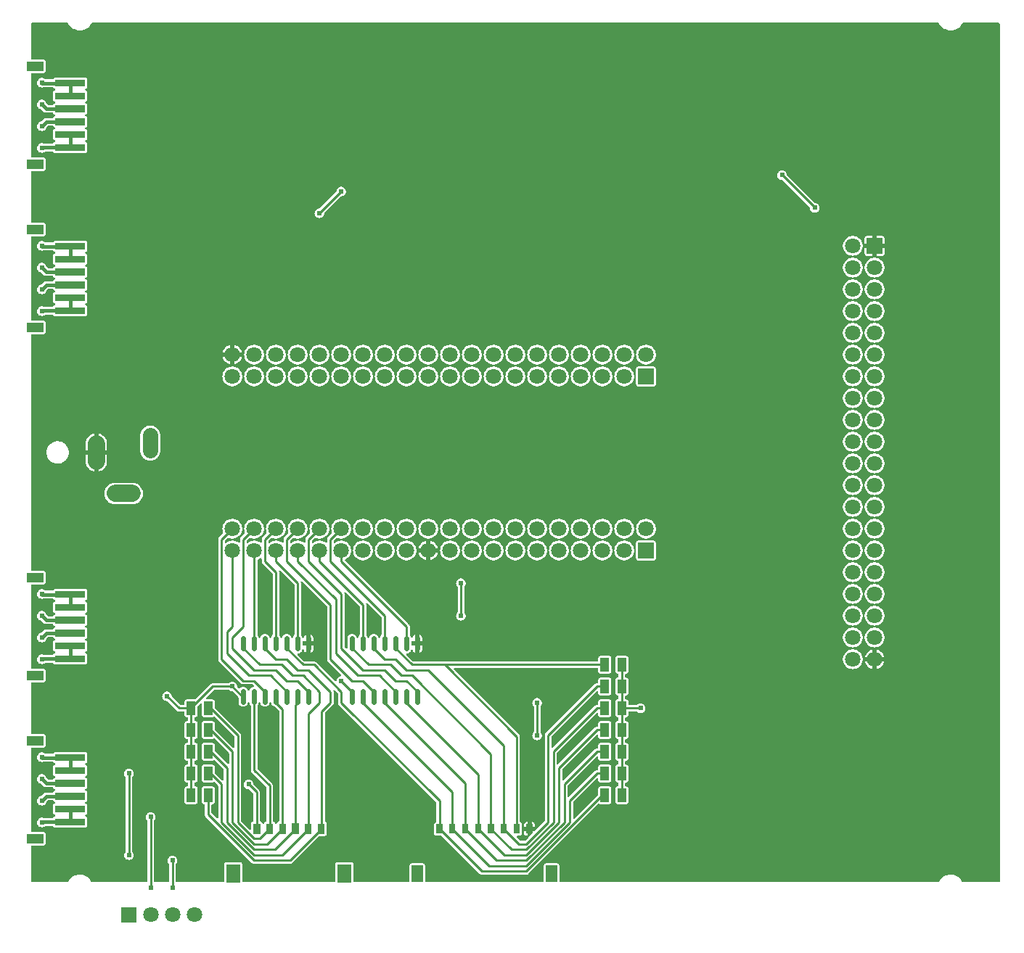
<source format=gbl>
G04 Layer: BottomLayer*
G04 EasyEDA v6.4.17, 2021-03-06T13:06:27--8:00*
G04 8048d1b9ce964284ad8fe1d85055880a,b5aacd518854429a9b9924e8a25dcfd8,10*
G04 Gerber Generator version 0.2*
G04 Scale: 100 percent, Rotated: No, Reflected: No *
G04 Dimensions in inches *
G04 leading zeros omitted , absolute positions ,3 integer and 6 decimal *
%FSLAX36Y36*%
%MOIN*%

%ADD10C,0.0100*%
%ADD11C,0.0150*%
%ADD13C,0.0240*%
%ADD23C,0.0709*%
%ADD24C,0.0787*%
%ADD25C,0.0709*%
%ADD26C,0.0236*%

%LPD*%
G36*
X29000Y-1975000D02*
G01*
X27460Y-1974700D01*
X26180Y-1973820D01*
X25299Y-1972540D01*
X25000Y-1971000D01*
X25000Y-1810160D01*
X25299Y-1808640D01*
X26180Y-1807340D01*
X27460Y-1806459D01*
X29000Y-1806160D01*
X81460Y-1806160D01*
X83940Y-1805880D01*
X86060Y-1805140D01*
X87980Y-1803940D01*
X89560Y-1802340D01*
X90760Y-1800440D01*
X91519Y-1798300D01*
X91800Y-1795840D01*
X91800Y-1752980D01*
X91519Y-1750520D01*
X90760Y-1748380D01*
X89560Y-1746480D01*
X87980Y-1744880D01*
X86060Y-1743680D01*
X83940Y-1742940D01*
X81460Y-1742660D01*
X29000Y-1742660D01*
X27460Y-1742360D01*
X26180Y-1741480D01*
X25299Y-1740180D01*
X25000Y-1738660D01*
X25000Y-1361339D01*
X25299Y-1359820D01*
X26180Y-1358520D01*
X27460Y-1357640D01*
X29000Y-1357340D01*
X81460Y-1357340D01*
X83940Y-1357060D01*
X86060Y-1356320D01*
X87980Y-1355120D01*
X89560Y-1353520D01*
X90760Y-1351620D01*
X91519Y-1349480D01*
X91800Y-1347020D01*
X91800Y-1304160D01*
X91519Y-1301699D01*
X90760Y-1299560D01*
X89560Y-1297660D01*
X87980Y-1296060D01*
X86060Y-1294860D01*
X83940Y-1294120D01*
X81460Y-1293839D01*
X29000Y-1293839D01*
X27460Y-1293540D01*
X26180Y-1292660D01*
X25299Y-1291360D01*
X25000Y-1289840D01*
X25000Y-1060160D01*
X25299Y-1058640D01*
X26180Y-1057340D01*
X27460Y-1056460D01*
X29000Y-1056160D01*
X81460Y-1056160D01*
X83940Y-1055880D01*
X86060Y-1055140D01*
X87980Y-1053940D01*
X89560Y-1052340D01*
X90760Y-1050440D01*
X91519Y-1048300D01*
X91800Y-1045840D01*
X91800Y-1002980D01*
X91519Y-1000520D01*
X90760Y-998379D01*
X89560Y-996480D01*
X87980Y-994880D01*
X86060Y-993680D01*
X83940Y-992940D01*
X81460Y-992660D01*
X29000Y-992660D01*
X27460Y-992360D01*
X26180Y-991480D01*
X25299Y-990180D01*
X25000Y-988660D01*
X25000Y-611340D01*
X25299Y-609820D01*
X26180Y-608520D01*
X27460Y-607640D01*
X29000Y-607340D01*
X81460Y-607340D01*
X83940Y-607060D01*
X86060Y-606320D01*
X87980Y-605120D01*
X89560Y-603520D01*
X90760Y-601620D01*
X91519Y-599480D01*
X91800Y-597020D01*
X91800Y-554160D01*
X91519Y-551700D01*
X90760Y-549560D01*
X89560Y-547660D01*
X87980Y-546060D01*
X86060Y-544860D01*
X83940Y-544120D01*
X81460Y-543840D01*
X29000Y-543840D01*
X27460Y-543540D01*
X26180Y-542660D01*
X25299Y-541360D01*
X25000Y-539840D01*
X25000Y539840D01*
X25299Y541360D01*
X26180Y542660D01*
X27460Y543540D01*
X29000Y543840D01*
X81460Y543840D01*
X83940Y544120D01*
X86060Y544860D01*
X87980Y546060D01*
X89560Y547660D01*
X90760Y549560D01*
X91519Y551700D01*
X91800Y554160D01*
X91800Y597020D01*
X91519Y599480D01*
X90760Y601620D01*
X89560Y603520D01*
X87980Y605120D01*
X86060Y606320D01*
X83940Y607060D01*
X81460Y607340D01*
X29000Y607340D01*
X27460Y607640D01*
X26180Y608520D01*
X25299Y609820D01*
X25000Y611340D01*
X25000Y988660D01*
X25299Y990180D01*
X26180Y991480D01*
X27460Y992360D01*
X29000Y992660D01*
X81460Y992660D01*
X83940Y992940D01*
X86060Y993680D01*
X87980Y994880D01*
X89560Y996480D01*
X90760Y998379D01*
X91519Y1000520D01*
X91800Y1002980D01*
X91800Y1045840D01*
X91519Y1048300D01*
X90760Y1050440D01*
X89560Y1052340D01*
X87980Y1053940D01*
X86060Y1055140D01*
X83940Y1055880D01*
X81460Y1056160D01*
X29000Y1056160D01*
X27460Y1056460D01*
X26180Y1057340D01*
X25299Y1058640D01*
X25000Y1060160D01*
X25000Y1289840D01*
X25299Y1291360D01*
X26180Y1292660D01*
X27460Y1293540D01*
X29000Y1293839D01*
X81460Y1293839D01*
X83940Y1294120D01*
X86060Y1294860D01*
X87980Y1296060D01*
X89560Y1297660D01*
X90760Y1299560D01*
X91519Y1301699D01*
X91800Y1304160D01*
X91800Y1347020D01*
X91519Y1349480D01*
X90760Y1351620D01*
X89560Y1353520D01*
X87980Y1355120D01*
X86060Y1356320D01*
X83940Y1357060D01*
X81460Y1357340D01*
X29000Y1357340D01*
X27460Y1357640D01*
X26180Y1358520D01*
X25299Y1359820D01*
X25000Y1361339D01*
X25000Y1738660D01*
X25299Y1740180D01*
X26180Y1741480D01*
X27460Y1742360D01*
X29000Y1742660D01*
X81460Y1742660D01*
X83940Y1742940D01*
X86060Y1743680D01*
X87980Y1744880D01*
X89560Y1746480D01*
X90760Y1748380D01*
X91519Y1750520D01*
X91800Y1752980D01*
X91800Y1795840D01*
X91519Y1798300D01*
X90760Y1800440D01*
X89560Y1802340D01*
X87980Y1803940D01*
X86060Y1805140D01*
X83940Y1805880D01*
X81460Y1806160D01*
X29000Y1806160D01*
X27460Y1806459D01*
X26180Y1807340D01*
X25299Y1808640D01*
X25000Y1810160D01*
X25000Y1971000D01*
X25299Y1972540D01*
X26180Y1973820D01*
X27460Y1974700D01*
X29000Y1975000D01*
X192920Y1975000D01*
X194380Y1974720D01*
X195660Y1973920D01*
X196540Y1972700D01*
X197140Y1971399D01*
X200620Y1965760D01*
X204680Y1960540D01*
X209300Y1955780D01*
X214420Y1951579D01*
X219960Y1947960D01*
X225859Y1944960D01*
X232060Y1942640D01*
X238480Y1941020D01*
X245040Y1940120D01*
X251660Y1939920D01*
X258260Y1940480D01*
X264760Y1941740D01*
X271080Y1943720D01*
X277140Y1946380D01*
X282860Y1949700D01*
X288200Y1953620D01*
X293080Y1958100D01*
X297420Y1963080D01*
X301200Y1968540D01*
X303560Y1972900D01*
X304460Y1974019D01*
X305680Y1974740D01*
X307080Y1975000D01*
X4192919Y1975000D01*
X4194380Y1974720D01*
X4195660Y1973920D01*
X4196540Y1972700D01*
X4197140Y1971399D01*
X4200620Y1965760D01*
X4204680Y1960540D01*
X4209300Y1955780D01*
X4214420Y1951579D01*
X4219960Y1947960D01*
X4225860Y1944960D01*
X4232060Y1942640D01*
X4238480Y1941020D01*
X4245040Y1940120D01*
X4251660Y1939920D01*
X4258260Y1940480D01*
X4264760Y1941740D01*
X4271080Y1943720D01*
X4277140Y1946380D01*
X4282860Y1949700D01*
X4288200Y1953620D01*
X4293080Y1958100D01*
X4297420Y1963080D01*
X4301200Y1968540D01*
X4303560Y1972900D01*
X4304460Y1974019D01*
X4305680Y1974740D01*
X4307080Y1975000D01*
X4471000Y1975000D01*
X4472540Y1974700D01*
X4473820Y1973820D01*
X4474700Y1972540D01*
X4475000Y1971000D01*
X4475000Y-1971000D01*
X4474700Y-1972540D01*
X4473820Y-1973820D01*
X4472540Y-1974700D01*
X4471000Y-1975000D01*
X4307080Y-1975000D01*
X4305680Y-1974740D01*
X4304460Y-1974019D01*
X4303560Y-1972900D01*
X4301200Y-1968540D01*
X4297420Y-1963080D01*
X4293080Y-1958100D01*
X4288200Y-1953620D01*
X4282860Y-1949700D01*
X4277140Y-1946380D01*
X4271080Y-1943720D01*
X4264760Y-1941740D01*
X4258260Y-1940480D01*
X4251660Y-1939920D01*
X4245040Y-1940120D01*
X4238480Y-1941020D01*
X4232060Y-1942640D01*
X4225860Y-1944960D01*
X4219960Y-1947960D01*
X4214420Y-1951579D01*
X4209300Y-1955780D01*
X4204680Y-1960540D01*
X4200620Y-1965760D01*
X4197140Y-1971399D01*
X4196540Y-1972700D01*
X4195660Y-1973920D01*
X4194380Y-1974720D01*
X4192919Y-1975000D01*
X2456420Y-1975000D01*
X2454900Y-1974700D01*
X2453600Y-1973820D01*
X2452720Y-1972540D01*
X2452420Y-1971000D01*
X2452420Y-1897860D01*
X2452140Y-1895400D01*
X2451400Y-1893260D01*
X2450200Y-1891360D01*
X2448600Y-1889760D01*
X2446700Y-1888560D01*
X2444560Y-1887820D01*
X2442100Y-1887540D01*
X2391360Y-1887540D01*
X2388900Y-1887820D01*
X2386780Y-1888560D01*
X2384860Y-1889760D01*
X2383260Y-1891360D01*
X2382060Y-1893260D01*
X2381320Y-1895400D01*
X2381040Y-1897860D01*
X2381040Y-1971000D01*
X2380740Y-1972540D01*
X2379880Y-1973820D01*
X2378580Y-1974700D01*
X2377040Y-1975000D01*
X1839340Y-1975000D01*
X1837800Y-1974700D01*
X1836500Y-1973820D01*
X1835640Y-1972540D01*
X1835340Y-1971000D01*
X1835340Y-1897860D01*
X1835060Y-1895400D01*
X1834319Y-1893260D01*
X1833120Y-1891360D01*
X1831519Y-1889760D01*
X1829600Y-1888560D01*
X1827480Y-1887820D01*
X1825020Y-1887540D01*
X1774280Y-1887540D01*
X1771819Y-1887820D01*
X1769680Y-1888560D01*
X1767780Y-1889760D01*
X1766180Y-1891360D01*
X1764980Y-1893260D01*
X1764240Y-1895400D01*
X1763959Y-1897860D01*
X1763959Y-1971000D01*
X1763660Y-1972540D01*
X1762780Y-1973820D01*
X1761480Y-1974700D01*
X1759960Y-1975000D01*
X1510080Y-1975000D01*
X1508560Y-1974700D01*
X1507260Y-1973820D01*
X1506399Y-1972540D01*
X1506080Y-1971000D01*
X1506080Y-1892980D01*
X1505820Y-1890520D01*
X1505060Y-1888380D01*
X1503860Y-1886480D01*
X1502260Y-1884880D01*
X1500360Y-1883680D01*
X1498220Y-1882940D01*
X1495760Y-1882660D01*
X1433220Y-1882660D01*
X1430760Y-1882940D01*
X1428620Y-1883680D01*
X1426720Y-1884880D01*
X1425120Y-1886480D01*
X1423920Y-1888380D01*
X1423180Y-1890520D01*
X1422900Y-1892980D01*
X1422900Y-1971000D01*
X1422600Y-1972540D01*
X1421720Y-1973820D01*
X1420420Y-1974700D01*
X1418899Y-1975000D01*
X999680Y-1975000D01*
X998160Y-1974700D01*
X996860Y-1973820D01*
X996000Y-1972540D01*
X995680Y-1971000D01*
X995680Y-1892980D01*
X995400Y-1890520D01*
X994659Y-1888380D01*
X993460Y-1886480D01*
X991860Y-1884880D01*
X989960Y-1883680D01*
X987820Y-1882940D01*
X985360Y-1882660D01*
X922820Y-1882660D01*
X920360Y-1882940D01*
X918220Y-1883680D01*
X916320Y-1884880D01*
X914720Y-1886480D01*
X913520Y-1888380D01*
X912780Y-1890520D01*
X912500Y-1892980D01*
X912500Y-1971000D01*
X912200Y-1972540D01*
X911320Y-1973820D01*
X910020Y-1974700D01*
X908500Y-1975000D01*
X694100Y-1975000D01*
X692560Y-1974700D01*
X691280Y-1973820D01*
X690400Y-1972540D01*
X690100Y-1971000D01*
X690100Y-1892680D01*
X690400Y-1891140D01*
X691280Y-1889840D01*
X691919Y-1889199D01*
X694120Y-1886040D01*
X695759Y-1882560D01*
X696740Y-1878839D01*
X697080Y-1875000D01*
X696740Y-1871160D01*
X695759Y-1867440D01*
X694120Y-1863959D01*
X691919Y-1860800D01*
X689200Y-1858080D01*
X686040Y-1855880D01*
X682560Y-1854240D01*
X678840Y-1853260D01*
X675000Y-1852920D01*
X671160Y-1853260D01*
X667440Y-1854240D01*
X663960Y-1855880D01*
X660800Y-1858080D01*
X658080Y-1860800D01*
X655879Y-1863959D01*
X654240Y-1867440D01*
X653259Y-1871160D01*
X652920Y-1875000D01*
X653259Y-1878839D01*
X654240Y-1882560D01*
X655879Y-1886040D01*
X658080Y-1889199D01*
X658720Y-1889840D01*
X659599Y-1891140D01*
X659900Y-1892680D01*
X659900Y-1971000D01*
X659599Y-1972540D01*
X658720Y-1973820D01*
X657440Y-1974700D01*
X655900Y-1975000D01*
X594100Y-1975000D01*
X592560Y-1974700D01*
X591280Y-1973820D01*
X590400Y-1972540D01*
X590100Y-1971000D01*
X590100Y-1692680D01*
X590400Y-1691140D01*
X591280Y-1689840D01*
X591920Y-1689199D01*
X594120Y-1686040D01*
X595760Y-1682560D01*
X596740Y-1678839D01*
X597080Y-1675000D01*
X596740Y-1671160D01*
X595760Y-1667440D01*
X594120Y-1663959D01*
X591920Y-1660800D01*
X589200Y-1658080D01*
X586040Y-1655880D01*
X582560Y-1654240D01*
X578840Y-1653260D01*
X575000Y-1652920D01*
X571160Y-1653260D01*
X567440Y-1654240D01*
X563960Y-1655880D01*
X560800Y-1658080D01*
X558080Y-1660800D01*
X555880Y-1663959D01*
X554240Y-1667440D01*
X553260Y-1671160D01*
X552920Y-1675000D01*
X553260Y-1678839D01*
X554240Y-1682560D01*
X555880Y-1686040D01*
X558080Y-1689199D01*
X558720Y-1689840D01*
X559600Y-1691140D01*
X559900Y-1692680D01*
X559900Y-1971000D01*
X559600Y-1972540D01*
X558720Y-1973820D01*
X557440Y-1974700D01*
X555900Y-1975000D01*
X307080Y-1975000D01*
X305680Y-1974740D01*
X304460Y-1974019D01*
X303560Y-1972900D01*
X301200Y-1968540D01*
X297420Y-1963080D01*
X293080Y-1958100D01*
X288200Y-1953620D01*
X282860Y-1949700D01*
X277140Y-1946380D01*
X271080Y-1943720D01*
X264760Y-1941740D01*
X258260Y-1940480D01*
X251660Y-1939920D01*
X245040Y-1940120D01*
X238480Y-1941020D01*
X232060Y-1942640D01*
X225859Y-1944960D01*
X219960Y-1947960D01*
X214420Y-1951579D01*
X209300Y-1955780D01*
X204680Y-1960540D01*
X200620Y-1965760D01*
X197140Y-1971399D01*
X196540Y-1972700D01*
X195660Y-1973920D01*
X194380Y-1974720D01*
X192920Y-1975000D01*
G37*

%LPC*%
G36*
X2096699Y-1940100D02*
G01*
X2299800Y-1940100D01*
X2302940Y-1939800D01*
X2305780Y-1938940D01*
X2308380Y-1937540D01*
X2310820Y-1935540D01*
X2631360Y-1614980D01*
X2632460Y-1614220D01*
X2633740Y-1613839D01*
X2635080Y-1613920D01*
X2636580Y-1614580D01*
X2638700Y-1615340D01*
X2641160Y-1615620D01*
X2680100Y-1615620D01*
X2682559Y-1615340D01*
X2684680Y-1614580D01*
X2686600Y-1613380D01*
X2688200Y-1611800D01*
X2689400Y-1609880D01*
X2690140Y-1607760D01*
X2690419Y-1605280D01*
X2690419Y-1544720D01*
X2690140Y-1542240D01*
X2689400Y-1540120D01*
X2688200Y-1538200D01*
X2686600Y-1536620D01*
X2684680Y-1535420D01*
X2682559Y-1534660D01*
X2680100Y-1534379D01*
X2641160Y-1534379D01*
X2638700Y-1534660D01*
X2636580Y-1535420D01*
X2634660Y-1536620D01*
X2633060Y-1538200D01*
X2631860Y-1540120D01*
X2631120Y-1542240D01*
X2630840Y-1544720D01*
X2630840Y-1571140D01*
X2630539Y-1572680D01*
X2629680Y-1573980D01*
X2521920Y-1681720D01*
X2520640Y-1682580D01*
X2519100Y-1682880D01*
X2517560Y-1682580D01*
X2516280Y-1681720D01*
X2515400Y-1680420D01*
X2515100Y-1678880D01*
X2515100Y-1607920D01*
X2515400Y-1606380D01*
X2516280Y-1605080D01*
X2624020Y-1497340D01*
X2625320Y-1496480D01*
X2626840Y-1496160D01*
X2628380Y-1496480D01*
X2629680Y-1497340D01*
X2630539Y-1498640D01*
X2630840Y-1500160D01*
X2630840Y-1505280D01*
X2631120Y-1507760D01*
X2631860Y-1509880D01*
X2633060Y-1511800D01*
X2634660Y-1513380D01*
X2636580Y-1514580D01*
X2638700Y-1515340D01*
X2641160Y-1515620D01*
X2680100Y-1515620D01*
X2682559Y-1515340D01*
X2684680Y-1514580D01*
X2686600Y-1513380D01*
X2688200Y-1511800D01*
X2689400Y-1509880D01*
X2690140Y-1507760D01*
X2690419Y-1505280D01*
X2690419Y-1444720D01*
X2690140Y-1442240D01*
X2689400Y-1440120D01*
X2688200Y-1438200D01*
X2686600Y-1436620D01*
X2684680Y-1435420D01*
X2682559Y-1434660D01*
X2680100Y-1434379D01*
X2641160Y-1434379D01*
X2638700Y-1434660D01*
X2636580Y-1435420D01*
X2634660Y-1436620D01*
X2633060Y-1438200D01*
X2631860Y-1440120D01*
X2631120Y-1442240D01*
X2630840Y-1444720D01*
X2630840Y-1455900D01*
X2630539Y-1457440D01*
X2629680Y-1458720D01*
X2628380Y-1459600D01*
X2626840Y-1459900D01*
X2625200Y-1459900D01*
X2622060Y-1460200D01*
X2619220Y-1461060D01*
X2616620Y-1462460D01*
X2614180Y-1464460D01*
X2496920Y-1581720D01*
X2495640Y-1582580D01*
X2494100Y-1582880D01*
X2492560Y-1582580D01*
X2491280Y-1581720D01*
X2490400Y-1580420D01*
X2490100Y-1578880D01*
X2490100Y-1532920D01*
X2490400Y-1531380D01*
X2491280Y-1530080D01*
X2624020Y-1397340D01*
X2625320Y-1396480D01*
X2626840Y-1396160D01*
X2628380Y-1396480D01*
X2629680Y-1397340D01*
X2630539Y-1398640D01*
X2630840Y-1400160D01*
X2630840Y-1405280D01*
X2631120Y-1407760D01*
X2631860Y-1409880D01*
X2633060Y-1411800D01*
X2634660Y-1413380D01*
X2636580Y-1414580D01*
X2638700Y-1415340D01*
X2641160Y-1415620D01*
X2680100Y-1415620D01*
X2682559Y-1415340D01*
X2684680Y-1414580D01*
X2686600Y-1413380D01*
X2688200Y-1411800D01*
X2689400Y-1409880D01*
X2690140Y-1407760D01*
X2690419Y-1405280D01*
X2690419Y-1344720D01*
X2690140Y-1342240D01*
X2689400Y-1340120D01*
X2688200Y-1338200D01*
X2686600Y-1336620D01*
X2684680Y-1335420D01*
X2682559Y-1334660D01*
X2680100Y-1334379D01*
X2641160Y-1334379D01*
X2638700Y-1334660D01*
X2636580Y-1335420D01*
X2634660Y-1336620D01*
X2633060Y-1338200D01*
X2631860Y-1340120D01*
X2631120Y-1342240D01*
X2630840Y-1344720D01*
X2630840Y-1355900D01*
X2630539Y-1357440D01*
X2629680Y-1358720D01*
X2628380Y-1359600D01*
X2626840Y-1359900D01*
X2625200Y-1359900D01*
X2622060Y-1360200D01*
X2619220Y-1361060D01*
X2616620Y-1362460D01*
X2614180Y-1364460D01*
X2471920Y-1506720D01*
X2470640Y-1507580D01*
X2469100Y-1507880D01*
X2467560Y-1507580D01*
X2466280Y-1506720D01*
X2465400Y-1505420D01*
X2465100Y-1503880D01*
X2465100Y-1457920D01*
X2465400Y-1456380D01*
X2466280Y-1455080D01*
X2624020Y-1297340D01*
X2625320Y-1296480D01*
X2626840Y-1296160D01*
X2628380Y-1296480D01*
X2629680Y-1297340D01*
X2630539Y-1298640D01*
X2630840Y-1300160D01*
X2630840Y-1305280D01*
X2631120Y-1307760D01*
X2631860Y-1309880D01*
X2633060Y-1311800D01*
X2634660Y-1313380D01*
X2636580Y-1314580D01*
X2638700Y-1315340D01*
X2641160Y-1315620D01*
X2680100Y-1315620D01*
X2682559Y-1315340D01*
X2684680Y-1314580D01*
X2686600Y-1313380D01*
X2688200Y-1311800D01*
X2689400Y-1309880D01*
X2690140Y-1307760D01*
X2690419Y-1305280D01*
X2690419Y-1244720D01*
X2690140Y-1242240D01*
X2689400Y-1240120D01*
X2688200Y-1238200D01*
X2686600Y-1236620D01*
X2684680Y-1235420D01*
X2682559Y-1234660D01*
X2680100Y-1234380D01*
X2641160Y-1234380D01*
X2638700Y-1234660D01*
X2636580Y-1235420D01*
X2634660Y-1236620D01*
X2633060Y-1238200D01*
X2631860Y-1240120D01*
X2631120Y-1242240D01*
X2630840Y-1244720D01*
X2630840Y-1255900D01*
X2630539Y-1257440D01*
X2629680Y-1258720D01*
X2628380Y-1259600D01*
X2626840Y-1259900D01*
X2625200Y-1259900D01*
X2622060Y-1260200D01*
X2619220Y-1261060D01*
X2616620Y-1262460D01*
X2614180Y-1264460D01*
X2446920Y-1431720D01*
X2445640Y-1432580D01*
X2444100Y-1432880D01*
X2442560Y-1432580D01*
X2441280Y-1431720D01*
X2440400Y-1430420D01*
X2440100Y-1428880D01*
X2440100Y-1382920D01*
X2440400Y-1381380D01*
X2441280Y-1380080D01*
X2624020Y-1197340D01*
X2625320Y-1196480D01*
X2626840Y-1196160D01*
X2628380Y-1196480D01*
X2629680Y-1197340D01*
X2630539Y-1198640D01*
X2630840Y-1200160D01*
X2630840Y-1205280D01*
X2631120Y-1207760D01*
X2631860Y-1209880D01*
X2633060Y-1211800D01*
X2634660Y-1213380D01*
X2636580Y-1214580D01*
X2638700Y-1215340D01*
X2641160Y-1215620D01*
X2680100Y-1215620D01*
X2682559Y-1215340D01*
X2684680Y-1214580D01*
X2686600Y-1213380D01*
X2688200Y-1211800D01*
X2689400Y-1209880D01*
X2690140Y-1207760D01*
X2690419Y-1205280D01*
X2690419Y-1144720D01*
X2690140Y-1142240D01*
X2689400Y-1140120D01*
X2688200Y-1138200D01*
X2686600Y-1136620D01*
X2684680Y-1135420D01*
X2682559Y-1134660D01*
X2680100Y-1134380D01*
X2641160Y-1134380D01*
X2638700Y-1134660D01*
X2636580Y-1135420D01*
X2634660Y-1136620D01*
X2633060Y-1138200D01*
X2631860Y-1140120D01*
X2631120Y-1142240D01*
X2630840Y-1144720D01*
X2630840Y-1155900D01*
X2630539Y-1157440D01*
X2629680Y-1158720D01*
X2628380Y-1159600D01*
X2626840Y-1159900D01*
X2625200Y-1159900D01*
X2622060Y-1160200D01*
X2619220Y-1161060D01*
X2616620Y-1162460D01*
X2614180Y-1164460D01*
X2421920Y-1356720D01*
X2420640Y-1357580D01*
X2419100Y-1357880D01*
X2417560Y-1357580D01*
X2416280Y-1356720D01*
X2415400Y-1355420D01*
X2415100Y-1353880D01*
X2415100Y-1307920D01*
X2415400Y-1306380D01*
X2416280Y-1305080D01*
X2624020Y-1097340D01*
X2625320Y-1096480D01*
X2626840Y-1096160D01*
X2628380Y-1096480D01*
X2629680Y-1097340D01*
X2630539Y-1098640D01*
X2630840Y-1100160D01*
X2630840Y-1105280D01*
X2631120Y-1107760D01*
X2631860Y-1109880D01*
X2633060Y-1111800D01*
X2634660Y-1113380D01*
X2636580Y-1114580D01*
X2638700Y-1115340D01*
X2641160Y-1115620D01*
X2680100Y-1115620D01*
X2682559Y-1115340D01*
X2684680Y-1114580D01*
X2686600Y-1113380D01*
X2688200Y-1111800D01*
X2689400Y-1109880D01*
X2690140Y-1107760D01*
X2690419Y-1105280D01*
X2690419Y-1044720D01*
X2690140Y-1042240D01*
X2689400Y-1040120D01*
X2688200Y-1038199D01*
X2686600Y-1036620D01*
X2684680Y-1035420D01*
X2682559Y-1034659D01*
X2680100Y-1034380D01*
X2641160Y-1034380D01*
X2638700Y-1034659D01*
X2636580Y-1035420D01*
X2634660Y-1036620D01*
X2633060Y-1038199D01*
X2631860Y-1040120D01*
X2631120Y-1042240D01*
X2630840Y-1044720D01*
X2630840Y-1055900D01*
X2630539Y-1057440D01*
X2629680Y-1058720D01*
X2628380Y-1059600D01*
X2626840Y-1059900D01*
X2625200Y-1059900D01*
X2622060Y-1060200D01*
X2619220Y-1061060D01*
X2616620Y-1062460D01*
X2614180Y-1064460D01*
X2389460Y-1289180D01*
X2387460Y-1291620D01*
X2386060Y-1294220D01*
X2385200Y-1297060D01*
X2384900Y-1300200D01*
X2384900Y-1692080D01*
X2384600Y-1693620D01*
X2383720Y-1694920D01*
X2339820Y-1738820D01*
X2338520Y-1739700D01*
X2336980Y-1740000D01*
X2324880Y-1740000D01*
X2324880Y-1752100D01*
X2324580Y-1753640D01*
X2323720Y-1754940D01*
X2311720Y-1766940D01*
X2310720Y-1767600D01*
X2310060Y-1768580D01*
X2294920Y-1783720D01*
X2293620Y-1784600D01*
X2292080Y-1784900D01*
X2274680Y-1784900D01*
X2273160Y-1784600D01*
X2271860Y-1783720D01*
X2256700Y-1768580D01*
X2255840Y-1767280D01*
X2255540Y-1765760D01*
X2255840Y-1764220D01*
X2256700Y-1762920D01*
X2258000Y-1762060D01*
X2259540Y-1761759D01*
X2269380Y-1761759D01*
X2271840Y-1761480D01*
X2273980Y-1760740D01*
X2275880Y-1759540D01*
X2277480Y-1757940D01*
X2278680Y-1756020D01*
X2279420Y-1753899D01*
X2279700Y-1751420D01*
X2279700Y-1708580D01*
X2279420Y-1706100D01*
X2278680Y-1703980D01*
X2277480Y-1702060D01*
X2275880Y-1700460D01*
X2272200Y-1698300D01*
X2271260Y-1696960D01*
X2270940Y-1695360D01*
X2270940Y-1306020D01*
X2270620Y-1302880D01*
X2269760Y-1300060D01*
X2268360Y-1297460D01*
X2266360Y-1295020D01*
X1968280Y-996919D01*
X1967420Y-995639D01*
X1967120Y-994100D01*
X1967420Y-992560D01*
X1968280Y-991280D01*
X1969580Y-990400D01*
X1971120Y-990100D01*
X2626840Y-990100D01*
X2628380Y-990400D01*
X2629680Y-991280D01*
X2630539Y-992560D01*
X2630840Y-994100D01*
X2630840Y-1005280D01*
X2631120Y-1007760D01*
X2631860Y-1009880D01*
X2633060Y-1011800D01*
X2634660Y-1013379D01*
X2636580Y-1014580D01*
X2638700Y-1015340D01*
X2641160Y-1015620D01*
X2680100Y-1015620D01*
X2682559Y-1015340D01*
X2684680Y-1014580D01*
X2686600Y-1013379D01*
X2688200Y-1011800D01*
X2689400Y-1009880D01*
X2690140Y-1007760D01*
X2690419Y-1005280D01*
X2690419Y-944720D01*
X2690140Y-942240D01*
X2689400Y-940120D01*
X2688200Y-938199D01*
X2686600Y-936620D01*
X2684680Y-935420D01*
X2682559Y-934659D01*
X2680100Y-934380D01*
X2641160Y-934380D01*
X2638700Y-934659D01*
X2636580Y-935420D01*
X2634660Y-936620D01*
X2633060Y-938199D01*
X2631860Y-940120D01*
X2631120Y-942240D01*
X2630840Y-944720D01*
X2630840Y-955900D01*
X2630539Y-957440D01*
X2629680Y-958720D01*
X2628380Y-959599D01*
X2626840Y-959900D01*
X1782920Y-959900D01*
X1781380Y-959599D01*
X1780080Y-958720D01*
X1751300Y-929960D01*
X1750460Y-928700D01*
X1750140Y-927240D01*
X1750380Y-925759D01*
X1751140Y-924460D01*
X1752340Y-923540D01*
X1757480Y-922159D01*
X1760940Y-920540D01*
X1764079Y-918340D01*
X1766780Y-915639D01*
X1768959Y-912520D01*
X1770580Y-909060D01*
X1771140Y-906960D01*
X1771940Y-905440D01*
X1773300Y-904380D01*
X1775000Y-904000D01*
X1776699Y-904380D01*
X1778060Y-905440D01*
X1778860Y-906960D01*
X1779420Y-909060D01*
X1781040Y-912520D01*
X1783220Y-915639D01*
X1785920Y-918340D01*
X1789060Y-920540D01*
X1790000Y-920980D01*
X1790000Y-887960D01*
X1775920Y-887960D01*
X1774379Y-887640D01*
X1773080Y-886780D01*
X1772220Y-885480D01*
X1771920Y-883960D01*
X1771920Y-871960D01*
X1772220Y-870420D01*
X1773080Y-869120D01*
X1774379Y-868259D01*
X1775920Y-867960D01*
X1790000Y-867960D01*
X1790000Y-834920D01*
X1789060Y-835360D01*
X1785920Y-837560D01*
X1783220Y-840260D01*
X1781040Y-843379D01*
X1779420Y-846840D01*
X1778860Y-848940D01*
X1778060Y-850480D01*
X1776699Y-851520D01*
X1775000Y-851900D01*
X1773300Y-851520D01*
X1771940Y-850480D01*
X1771140Y-848940D01*
X1770580Y-846840D01*
X1768959Y-843379D01*
X1766780Y-840260D01*
X1766279Y-839760D01*
X1765400Y-838460D01*
X1765100Y-836919D01*
X1765100Y-800200D01*
X1764800Y-797060D01*
X1763940Y-794220D01*
X1762540Y-791620D01*
X1760540Y-789180D01*
X1468740Y-497380D01*
X1467900Y-496160D01*
X1467580Y-494739D01*
X1467780Y-493280D01*
X1468500Y-491980D01*
X1469640Y-491060D01*
X1474400Y-488440D01*
X1479019Y-485080D01*
X1483180Y-481160D01*
X1486840Y-476760D01*
X1489900Y-471940D01*
X1492320Y-466760D01*
X1494100Y-461320D01*
X1495160Y-455700D01*
X1495520Y-450000D01*
X1495160Y-444300D01*
X1494100Y-438680D01*
X1492320Y-433240D01*
X1489900Y-428060D01*
X1486840Y-423240D01*
X1483180Y-418840D01*
X1479019Y-414920D01*
X1474400Y-411560D01*
X1469379Y-408800D01*
X1464060Y-406700D01*
X1458540Y-405280D01*
X1452860Y-404560D01*
X1447140Y-404560D01*
X1441459Y-405280D01*
X1435940Y-406700D01*
X1430620Y-408800D01*
X1425600Y-411560D01*
X1421459Y-414580D01*
X1419840Y-415280D01*
X1418100Y-415220D01*
X1416560Y-414420D01*
X1415480Y-413040D01*
X1415100Y-411340D01*
X1415100Y-407920D01*
X1415400Y-406380D01*
X1416279Y-405080D01*
X1428440Y-392920D01*
X1429720Y-392060D01*
X1431220Y-391760D01*
X1432740Y-392040D01*
X1435940Y-393300D01*
X1441459Y-394720D01*
X1447140Y-395439D01*
X1452860Y-395439D01*
X1458540Y-394720D01*
X1464060Y-393300D01*
X1469379Y-391200D01*
X1474400Y-388440D01*
X1479019Y-385080D01*
X1483180Y-381160D01*
X1486840Y-376760D01*
X1489900Y-371940D01*
X1492320Y-366760D01*
X1494100Y-361320D01*
X1495160Y-355700D01*
X1495520Y-350000D01*
X1495160Y-344300D01*
X1494100Y-338680D01*
X1492320Y-333240D01*
X1489900Y-328060D01*
X1486840Y-323240D01*
X1483180Y-318840D01*
X1479019Y-314920D01*
X1474400Y-311560D01*
X1469379Y-308800D01*
X1464060Y-306700D01*
X1458540Y-305280D01*
X1452860Y-304560D01*
X1447140Y-304560D01*
X1441459Y-305280D01*
X1435940Y-306700D01*
X1430620Y-308800D01*
X1425600Y-311560D01*
X1420980Y-314920D01*
X1416819Y-318840D01*
X1413160Y-323240D01*
X1410100Y-328060D01*
X1407680Y-333240D01*
X1405900Y-338680D01*
X1404840Y-344300D01*
X1404480Y-350000D01*
X1404840Y-355700D01*
X1405900Y-361320D01*
X1407680Y-366760D01*
X1408200Y-368660D01*
X1407920Y-370260D01*
X1407040Y-371620D01*
X1389460Y-389180D01*
X1387460Y-391620D01*
X1386060Y-394219D01*
X1385200Y-397060D01*
X1384900Y-400200D01*
X1384900Y-411340D01*
X1384520Y-413040D01*
X1383440Y-414420D01*
X1381900Y-415220D01*
X1380160Y-415280D01*
X1378540Y-414580D01*
X1374400Y-411560D01*
X1369379Y-408800D01*
X1364060Y-406700D01*
X1358540Y-405280D01*
X1352860Y-404560D01*
X1347140Y-404560D01*
X1341459Y-405280D01*
X1335940Y-406700D01*
X1330620Y-408800D01*
X1325600Y-411560D01*
X1321459Y-414580D01*
X1319840Y-415280D01*
X1318100Y-415220D01*
X1316560Y-414420D01*
X1315480Y-413040D01*
X1315100Y-411340D01*
X1315100Y-407920D01*
X1315400Y-406380D01*
X1316279Y-405080D01*
X1328440Y-392920D01*
X1329720Y-392060D01*
X1331220Y-391760D01*
X1332740Y-392040D01*
X1335940Y-393300D01*
X1341459Y-394720D01*
X1347140Y-395439D01*
X1352860Y-395439D01*
X1358540Y-394720D01*
X1364060Y-393300D01*
X1369379Y-391200D01*
X1374400Y-388440D01*
X1379019Y-385080D01*
X1383180Y-381160D01*
X1386840Y-376760D01*
X1389900Y-371940D01*
X1392320Y-366760D01*
X1394100Y-361320D01*
X1395160Y-355700D01*
X1395520Y-350000D01*
X1395160Y-344300D01*
X1394100Y-338680D01*
X1392320Y-333240D01*
X1389900Y-328060D01*
X1386840Y-323240D01*
X1383180Y-318840D01*
X1379019Y-314920D01*
X1374400Y-311560D01*
X1369379Y-308800D01*
X1364060Y-306700D01*
X1358540Y-305280D01*
X1352860Y-304560D01*
X1347140Y-304560D01*
X1341459Y-305280D01*
X1335940Y-306700D01*
X1330620Y-308800D01*
X1325600Y-311560D01*
X1320980Y-314920D01*
X1316819Y-318840D01*
X1313160Y-323240D01*
X1310100Y-328060D01*
X1307680Y-333240D01*
X1305900Y-338680D01*
X1304840Y-344300D01*
X1304480Y-350000D01*
X1304840Y-355700D01*
X1305900Y-361320D01*
X1307680Y-366760D01*
X1308200Y-368660D01*
X1307920Y-370260D01*
X1307040Y-371620D01*
X1289460Y-389180D01*
X1287460Y-391620D01*
X1286060Y-394219D01*
X1285200Y-397060D01*
X1284900Y-400200D01*
X1284900Y-411340D01*
X1284520Y-413040D01*
X1283440Y-414420D01*
X1281900Y-415220D01*
X1280160Y-415280D01*
X1278540Y-414580D01*
X1274400Y-411560D01*
X1269380Y-408800D01*
X1264060Y-406700D01*
X1258540Y-405280D01*
X1252860Y-404560D01*
X1247140Y-404560D01*
X1241460Y-405280D01*
X1235940Y-406700D01*
X1230620Y-408800D01*
X1225600Y-411560D01*
X1221460Y-414580D01*
X1219840Y-415280D01*
X1218100Y-415220D01*
X1216560Y-414420D01*
X1215480Y-413040D01*
X1215100Y-411340D01*
X1215100Y-407920D01*
X1215400Y-406380D01*
X1216280Y-405080D01*
X1228440Y-392920D01*
X1229720Y-392060D01*
X1231220Y-391760D01*
X1232740Y-392040D01*
X1235940Y-393300D01*
X1241460Y-394720D01*
X1247140Y-395439D01*
X1252860Y-395439D01*
X1258540Y-394720D01*
X1264060Y-393300D01*
X1269380Y-391200D01*
X1274400Y-388440D01*
X1279020Y-385080D01*
X1283180Y-381160D01*
X1286840Y-376760D01*
X1289900Y-371940D01*
X1292320Y-366760D01*
X1294100Y-361320D01*
X1295160Y-355700D01*
X1295520Y-350000D01*
X1295160Y-344300D01*
X1294100Y-338680D01*
X1292320Y-333240D01*
X1289900Y-328060D01*
X1286840Y-323240D01*
X1283180Y-318840D01*
X1279020Y-314920D01*
X1274400Y-311560D01*
X1269380Y-308800D01*
X1264060Y-306700D01*
X1258540Y-305280D01*
X1252860Y-304560D01*
X1247140Y-304560D01*
X1241460Y-305280D01*
X1235940Y-306700D01*
X1230620Y-308800D01*
X1225600Y-311560D01*
X1220980Y-314920D01*
X1216820Y-318840D01*
X1213160Y-323240D01*
X1210100Y-328060D01*
X1207680Y-333240D01*
X1205900Y-338680D01*
X1204840Y-344300D01*
X1204480Y-350000D01*
X1204840Y-355700D01*
X1205900Y-361320D01*
X1207680Y-366760D01*
X1208200Y-368660D01*
X1207920Y-370260D01*
X1207040Y-371620D01*
X1189460Y-389180D01*
X1187460Y-391620D01*
X1186060Y-394219D01*
X1185200Y-397060D01*
X1184900Y-400200D01*
X1184900Y-411340D01*
X1184520Y-413040D01*
X1183440Y-414420D01*
X1181900Y-415220D01*
X1180160Y-415280D01*
X1178540Y-414580D01*
X1174400Y-411560D01*
X1169380Y-408800D01*
X1164060Y-406700D01*
X1158540Y-405280D01*
X1152860Y-404560D01*
X1147140Y-404560D01*
X1141460Y-405280D01*
X1135940Y-406700D01*
X1130620Y-408800D01*
X1125600Y-411560D01*
X1121460Y-414580D01*
X1119840Y-415280D01*
X1118100Y-415220D01*
X1116560Y-414420D01*
X1115480Y-413040D01*
X1115100Y-411340D01*
X1115100Y-407920D01*
X1115400Y-406380D01*
X1116280Y-405080D01*
X1128440Y-392920D01*
X1129720Y-392060D01*
X1131220Y-391760D01*
X1132740Y-392040D01*
X1135940Y-393300D01*
X1141460Y-394720D01*
X1147140Y-395439D01*
X1152860Y-395439D01*
X1158540Y-394720D01*
X1164060Y-393300D01*
X1169380Y-391200D01*
X1174400Y-388440D01*
X1179020Y-385080D01*
X1183180Y-381160D01*
X1186840Y-376760D01*
X1189900Y-371940D01*
X1192320Y-366760D01*
X1194100Y-361320D01*
X1195160Y-355700D01*
X1195520Y-350000D01*
X1195160Y-344300D01*
X1194100Y-338680D01*
X1192320Y-333240D01*
X1189900Y-328060D01*
X1186840Y-323240D01*
X1183180Y-318840D01*
X1179020Y-314920D01*
X1174400Y-311560D01*
X1169380Y-308800D01*
X1164060Y-306700D01*
X1158540Y-305280D01*
X1152860Y-304560D01*
X1147140Y-304560D01*
X1141460Y-305280D01*
X1135940Y-306700D01*
X1130620Y-308800D01*
X1125600Y-311560D01*
X1120980Y-314920D01*
X1116820Y-318840D01*
X1113160Y-323240D01*
X1110100Y-328060D01*
X1107680Y-333240D01*
X1105900Y-338680D01*
X1104840Y-344300D01*
X1104480Y-350000D01*
X1104840Y-355700D01*
X1105900Y-361320D01*
X1107680Y-366760D01*
X1108200Y-368660D01*
X1107920Y-370260D01*
X1107040Y-371620D01*
X1089460Y-389180D01*
X1087460Y-391620D01*
X1086060Y-394219D01*
X1085200Y-397060D01*
X1084900Y-400200D01*
X1084900Y-411340D01*
X1084520Y-413040D01*
X1083440Y-414420D01*
X1081900Y-415220D01*
X1080160Y-415280D01*
X1078540Y-414580D01*
X1074400Y-411560D01*
X1069380Y-408800D01*
X1064060Y-406700D01*
X1058540Y-405280D01*
X1052860Y-404560D01*
X1047140Y-404560D01*
X1041460Y-405280D01*
X1035939Y-406700D01*
X1030620Y-408800D01*
X1025600Y-411560D01*
X1021460Y-414580D01*
X1019840Y-415280D01*
X1018100Y-415220D01*
X1016560Y-414420D01*
X1015480Y-413040D01*
X1015100Y-411340D01*
X1015100Y-407920D01*
X1015400Y-406380D01*
X1016280Y-405080D01*
X1028439Y-392920D01*
X1029720Y-392060D01*
X1031220Y-391760D01*
X1032740Y-392040D01*
X1035939Y-393300D01*
X1041460Y-394720D01*
X1047140Y-395439D01*
X1052860Y-395439D01*
X1058540Y-394720D01*
X1064060Y-393300D01*
X1069380Y-391200D01*
X1074400Y-388440D01*
X1079020Y-385080D01*
X1083180Y-381160D01*
X1086840Y-376760D01*
X1089900Y-371940D01*
X1092320Y-366760D01*
X1094100Y-361320D01*
X1095160Y-355700D01*
X1095520Y-350000D01*
X1095160Y-344300D01*
X1094100Y-338680D01*
X1092320Y-333240D01*
X1089900Y-328060D01*
X1086840Y-323240D01*
X1083180Y-318840D01*
X1079020Y-314920D01*
X1074400Y-311560D01*
X1069380Y-308800D01*
X1064060Y-306700D01*
X1058540Y-305280D01*
X1052860Y-304560D01*
X1047140Y-304560D01*
X1041460Y-305280D01*
X1035939Y-306700D01*
X1030620Y-308800D01*
X1025600Y-311560D01*
X1020980Y-314920D01*
X1016820Y-318840D01*
X1013160Y-323240D01*
X1010100Y-328060D01*
X1007680Y-333240D01*
X1005900Y-338680D01*
X1004840Y-344300D01*
X1004479Y-350000D01*
X1004840Y-355700D01*
X1005900Y-361320D01*
X1007680Y-366760D01*
X1008199Y-368660D01*
X1007920Y-370260D01*
X1007039Y-371620D01*
X989460Y-389180D01*
X987460Y-391620D01*
X986060Y-394219D01*
X985200Y-397060D01*
X984900Y-400200D01*
X984900Y-411340D01*
X984520Y-413040D01*
X983439Y-414420D01*
X981900Y-415220D01*
X980160Y-415280D01*
X978540Y-414580D01*
X974400Y-411560D01*
X969380Y-408800D01*
X964060Y-406700D01*
X958540Y-405280D01*
X952860Y-404560D01*
X947140Y-404560D01*
X941460Y-405280D01*
X935939Y-406700D01*
X930620Y-408800D01*
X925600Y-411560D01*
X921460Y-414580D01*
X919840Y-415280D01*
X918100Y-415220D01*
X916560Y-414420D01*
X915480Y-413040D01*
X915100Y-411340D01*
X915100Y-407920D01*
X915400Y-406380D01*
X916280Y-405080D01*
X928439Y-392920D01*
X929720Y-392060D01*
X931220Y-391760D01*
X932740Y-392040D01*
X935939Y-393300D01*
X941460Y-394720D01*
X947140Y-395439D01*
X952860Y-395439D01*
X958540Y-394720D01*
X964060Y-393300D01*
X969380Y-391200D01*
X974400Y-388440D01*
X979020Y-385080D01*
X983180Y-381160D01*
X986840Y-376760D01*
X989900Y-371940D01*
X992320Y-366760D01*
X994100Y-361320D01*
X995160Y-355700D01*
X995520Y-350000D01*
X995160Y-344300D01*
X994100Y-338680D01*
X992320Y-333240D01*
X989900Y-328060D01*
X986840Y-323240D01*
X983180Y-318840D01*
X979020Y-314920D01*
X974400Y-311560D01*
X969380Y-308800D01*
X964060Y-306700D01*
X958540Y-305280D01*
X952860Y-304560D01*
X947140Y-304560D01*
X941460Y-305280D01*
X935939Y-306700D01*
X930620Y-308800D01*
X925600Y-311560D01*
X920980Y-314920D01*
X916820Y-318840D01*
X913160Y-323240D01*
X910100Y-328060D01*
X907680Y-333240D01*
X905900Y-338680D01*
X904840Y-344300D01*
X904479Y-350000D01*
X904840Y-355700D01*
X905900Y-361320D01*
X907680Y-366760D01*
X908199Y-368660D01*
X907920Y-370260D01*
X907039Y-371620D01*
X889460Y-389180D01*
X887460Y-391620D01*
X886060Y-394219D01*
X885200Y-397060D01*
X884900Y-400200D01*
X884900Y-949800D01*
X885200Y-952940D01*
X886060Y-955780D01*
X887460Y-958379D01*
X889460Y-960819D01*
X989180Y-1060540D01*
X991620Y-1062540D01*
X994220Y-1063940D01*
X997060Y-1064800D01*
X1000200Y-1065100D01*
X1042080Y-1065100D01*
X1043620Y-1065400D01*
X1044920Y-1066280D01*
X1048700Y-1070040D01*
X1049540Y-1071300D01*
X1049860Y-1072760D01*
X1049620Y-1074240D01*
X1048860Y-1075540D01*
X1047660Y-1076460D01*
X1042520Y-1077840D01*
X1039060Y-1079460D01*
X1035920Y-1081660D01*
X1033220Y-1084360D01*
X1031040Y-1087480D01*
X1029419Y-1090940D01*
X1028860Y-1093040D01*
X1028060Y-1094560D01*
X1026700Y-1095620D01*
X1025000Y-1096000D01*
X1023300Y-1095620D01*
X1021940Y-1094560D01*
X1021140Y-1093040D01*
X1020580Y-1090940D01*
X1018960Y-1087480D01*
X1016780Y-1084360D01*
X1014080Y-1081660D01*
X1010939Y-1079460D01*
X1007480Y-1077840D01*
X1003800Y-1076860D01*
X1000000Y-1076520D01*
X996200Y-1076860D01*
X992520Y-1077840D01*
X989060Y-1079460D01*
X985920Y-1081660D01*
X984800Y-1082780D01*
X983500Y-1083660D01*
X981960Y-1083960D01*
X980440Y-1083660D01*
X979140Y-1082780D01*
X973180Y-1076820D01*
X972380Y-1075700D01*
X972020Y-1074340D01*
X971740Y-1071160D01*
X970759Y-1067440D01*
X969120Y-1063960D01*
X966919Y-1060800D01*
X964200Y-1058080D01*
X961040Y-1055880D01*
X957560Y-1054240D01*
X953840Y-1053260D01*
X950000Y-1052920D01*
X946160Y-1053260D01*
X942440Y-1054240D01*
X938960Y-1055880D01*
X935800Y-1058080D01*
X935160Y-1058720D01*
X933860Y-1059600D01*
X932320Y-1059900D01*
X860819Y-1059900D01*
X857680Y-1060200D01*
X854860Y-1061060D01*
X852260Y-1062460D01*
X849820Y-1064460D01*
X781060Y-1133220D01*
X779760Y-1134080D01*
X778240Y-1134380D01*
X741160Y-1134380D01*
X738700Y-1134660D01*
X736580Y-1135420D01*
X734659Y-1136620D01*
X733060Y-1138200D01*
X731860Y-1140120D01*
X731120Y-1142240D01*
X730840Y-1144720D01*
X730840Y-1155900D01*
X730540Y-1157440D01*
X729680Y-1158720D01*
X728379Y-1159600D01*
X726840Y-1159900D01*
X712920Y-1159900D01*
X711380Y-1159600D01*
X710080Y-1158720D01*
X673180Y-1121820D01*
X672380Y-1120700D01*
X672020Y-1119340D01*
X671740Y-1116160D01*
X670759Y-1112440D01*
X669120Y-1108960D01*
X666919Y-1105800D01*
X664200Y-1103080D01*
X661040Y-1100880D01*
X657560Y-1099240D01*
X653840Y-1098260D01*
X650000Y-1097920D01*
X646160Y-1098260D01*
X642440Y-1099240D01*
X638960Y-1100880D01*
X635800Y-1103080D01*
X633080Y-1105800D01*
X630880Y-1108960D01*
X629240Y-1112440D01*
X628260Y-1116160D01*
X627920Y-1120000D01*
X628260Y-1123840D01*
X629240Y-1127560D01*
X630880Y-1131040D01*
X633080Y-1134200D01*
X635800Y-1136920D01*
X638960Y-1139120D01*
X642440Y-1140760D01*
X646160Y-1141740D01*
X649340Y-1142020D01*
X650699Y-1142380D01*
X651820Y-1143180D01*
X694180Y-1185540D01*
X696620Y-1187540D01*
X699220Y-1188940D01*
X702060Y-1189800D01*
X705200Y-1190100D01*
X726840Y-1190100D01*
X728379Y-1190400D01*
X729680Y-1191280D01*
X730540Y-1192560D01*
X730840Y-1194100D01*
X730840Y-1205280D01*
X731120Y-1207760D01*
X731860Y-1209880D01*
X733060Y-1211800D01*
X734659Y-1213380D01*
X736580Y-1214580D01*
X738700Y-1215340D01*
X741540Y-1215620D01*
X743060Y-1215920D01*
X744360Y-1216780D01*
X745220Y-1218080D01*
X745540Y-1219620D01*
X745540Y-1230380D01*
X745220Y-1231920D01*
X744360Y-1233220D01*
X743060Y-1234080D01*
X738700Y-1234660D01*
X736580Y-1235420D01*
X734659Y-1236620D01*
X733060Y-1238200D01*
X731860Y-1240120D01*
X731120Y-1242240D01*
X730840Y-1244720D01*
X730840Y-1305280D01*
X731120Y-1307760D01*
X731860Y-1309880D01*
X733060Y-1311800D01*
X734659Y-1313380D01*
X736580Y-1314580D01*
X738700Y-1315340D01*
X741540Y-1315620D01*
X743060Y-1315920D01*
X744360Y-1316780D01*
X745220Y-1318080D01*
X745540Y-1319620D01*
X745540Y-1330380D01*
X745220Y-1331920D01*
X744360Y-1333220D01*
X743060Y-1334079D01*
X738700Y-1334660D01*
X736580Y-1335420D01*
X734659Y-1336620D01*
X733060Y-1338200D01*
X731860Y-1340120D01*
X731120Y-1342240D01*
X730840Y-1344720D01*
X730840Y-1405280D01*
X731120Y-1407760D01*
X731860Y-1409880D01*
X733060Y-1411800D01*
X734659Y-1413380D01*
X736580Y-1414580D01*
X738700Y-1415340D01*
X741540Y-1415620D01*
X743060Y-1415920D01*
X744360Y-1416780D01*
X745220Y-1418080D01*
X745540Y-1419620D01*
X745540Y-1430380D01*
X745220Y-1431920D01*
X744360Y-1433220D01*
X743060Y-1434079D01*
X738700Y-1434660D01*
X736580Y-1435420D01*
X734659Y-1436620D01*
X733060Y-1438200D01*
X731860Y-1440120D01*
X731120Y-1442240D01*
X730840Y-1444720D01*
X730840Y-1505280D01*
X731120Y-1507760D01*
X731860Y-1509880D01*
X733060Y-1511800D01*
X734659Y-1513380D01*
X736580Y-1514580D01*
X738700Y-1515340D01*
X741540Y-1515620D01*
X743060Y-1515920D01*
X744360Y-1516780D01*
X745220Y-1518080D01*
X745540Y-1519620D01*
X745540Y-1530380D01*
X745220Y-1531920D01*
X744360Y-1533220D01*
X743060Y-1534079D01*
X738700Y-1534660D01*
X736580Y-1535420D01*
X734659Y-1536620D01*
X733060Y-1538200D01*
X731860Y-1540120D01*
X731120Y-1542240D01*
X730840Y-1544720D01*
X730840Y-1605280D01*
X731120Y-1607760D01*
X731860Y-1609880D01*
X733060Y-1611800D01*
X734659Y-1613380D01*
X736580Y-1614580D01*
X738700Y-1615340D01*
X741160Y-1615620D01*
X780100Y-1615620D01*
X782560Y-1615340D01*
X784680Y-1614580D01*
X786600Y-1613380D01*
X788199Y-1611800D01*
X789400Y-1609880D01*
X790140Y-1607760D01*
X790420Y-1605280D01*
X790420Y-1544720D01*
X790140Y-1542240D01*
X789400Y-1540120D01*
X788199Y-1538200D01*
X786600Y-1536620D01*
X784680Y-1535420D01*
X782560Y-1534660D01*
X779740Y-1534379D01*
X778199Y-1534079D01*
X776900Y-1533220D01*
X776040Y-1531920D01*
X775740Y-1530380D01*
X775740Y-1519620D01*
X776040Y-1518080D01*
X776900Y-1516780D01*
X778199Y-1515920D01*
X782560Y-1515340D01*
X784680Y-1514580D01*
X786600Y-1513380D01*
X788199Y-1511800D01*
X789400Y-1509880D01*
X790140Y-1507760D01*
X790420Y-1505280D01*
X790420Y-1444720D01*
X790140Y-1442240D01*
X789400Y-1440120D01*
X788199Y-1438200D01*
X786600Y-1436620D01*
X784680Y-1435420D01*
X782560Y-1434660D01*
X779740Y-1434379D01*
X778199Y-1434079D01*
X776900Y-1433220D01*
X776040Y-1431920D01*
X775740Y-1430380D01*
X775740Y-1419620D01*
X776040Y-1418080D01*
X776900Y-1416780D01*
X778199Y-1415920D01*
X782560Y-1415340D01*
X784680Y-1414580D01*
X786600Y-1413380D01*
X788199Y-1411800D01*
X789400Y-1409880D01*
X790140Y-1407760D01*
X790420Y-1405280D01*
X790420Y-1344720D01*
X790140Y-1342240D01*
X789400Y-1340120D01*
X788199Y-1338200D01*
X786600Y-1336620D01*
X784680Y-1335420D01*
X782560Y-1334660D01*
X779740Y-1334379D01*
X778199Y-1334079D01*
X776900Y-1333220D01*
X776040Y-1331920D01*
X775740Y-1330380D01*
X775740Y-1319620D01*
X776040Y-1318080D01*
X776900Y-1316780D01*
X778199Y-1315920D01*
X782560Y-1315340D01*
X784680Y-1314580D01*
X786600Y-1313380D01*
X788199Y-1311800D01*
X789400Y-1309880D01*
X790140Y-1307760D01*
X790420Y-1305280D01*
X790420Y-1244720D01*
X790140Y-1242240D01*
X789400Y-1240120D01*
X788199Y-1238200D01*
X786600Y-1236620D01*
X784680Y-1235420D01*
X782560Y-1234660D01*
X779740Y-1234380D01*
X778199Y-1234080D01*
X776900Y-1233220D01*
X776040Y-1231920D01*
X775740Y-1230380D01*
X775740Y-1219620D01*
X776040Y-1218080D01*
X776900Y-1216780D01*
X778199Y-1215920D01*
X782560Y-1215340D01*
X784680Y-1214580D01*
X786600Y-1213380D01*
X788199Y-1211800D01*
X789400Y-1209880D01*
X790140Y-1207760D01*
X790420Y-1205280D01*
X790420Y-1168220D01*
X790720Y-1166700D01*
X791580Y-1165400D01*
X802760Y-1154220D01*
X804060Y-1153360D01*
X805580Y-1153060D01*
X807120Y-1153360D01*
X808420Y-1154220D01*
X809280Y-1155520D01*
X809580Y-1157060D01*
X809580Y-1205280D01*
X809860Y-1207760D01*
X810600Y-1209880D01*
X811800Y-1211800D01*
X813400Y-1213380D01*
X815320Y-1214580D01*
X817440Y-1215340D01*
X819900Y-1215620D01*
X858840Y-1215620D01*
X861300Y-1215340D01*
X864920Y-1213920D01*
X866260Y-1213840D01*
X867540Y-1214220D01*
X868640Y-1214980D01*
X958720Y-1305080D01*
X959599Y-1306380D01*
X959900Y-1307920D01*
X959900Y-1353880D01*
X959599Y-1355420D01*
X958720Y-1356720D01*
X957440Y-1357580D01*
X955900Y-1357880D01*
X954360Y-1357580D01*
X953080Y-1356720D01*
X870320Y-1273980D01*
X869460Y-1272680D01*
X869160Y-1271140D01*
X869160Y-1244720D01*
X868880Y-1242240D01*
X868139Y-1240120D01*
X866940Y-1238200D01*
X865340Y-1236620D01*
X863420Y-1235420D01*
X861300Y-1234660D01*
X858840Y-1234380D01*
X819900Y-1234380D01*
X817440Y-1234660D01*
X815320Y-1235420D01*
X813400Y-1236620D01*
X811800Y-1238200D01*
X810600Y-1240120D01*
X809860Y-1242240D01*
X809580Y-1244720D01*
X809580Y-1305280D01*
X809860Y-1307760D01*
X810600Y-1309880D01*
X811800Y-1311800D01*
X813400Y-1313380D01*
X815320Y-1314580D01*
X817440Y-1315340D01*
X819900Y-1315620D01*
X858840Y-1315620D01*
X861300Y-1315340D01*
X864920Y-1313920D01*
X866260Y-1313839D01*
X867540Y-1314220D01*
X868640Y-1314980D01*
X933720Y-1380080D01*
X934599Y-1381380D01*
X934900Y-1382920D01*
X934900Y-1428880D01*
X934599Y-1430420D01*
X933720Y-1431720D01*
X932440Y-1432580D01*
X930900Y-1432880D01*
X929360Y-1432580D01*
X928080Y-1431720D01*
X870320Y-1373980D01*
X869460Y-1372680D01*
X869160Y-1371140D01*
X869160Y-1344720D01*
X868880Y-1342240D01*
X868139Y-1340120D01*
X866940Y-1338200D01*
X865340Y-1336620D01*
X863420Y-1335420D01*
X861300Y-1334660D01*
X858840Y-1334379D01*
X819900Y-1334379D01*
X817440Y-1334660D01*
X815320Y-1335420D01*
X813400Y-1336620D01*
X811800Y-1338200D01*
X810600Y-1340120D01*
X809860Y-1342240D01*
X809580Y-1344720D01*
X809580Y-1405280D01*
X809860Y-1407760D01*
X810600Y-1409880D01*
X811800Y-1411800D01*
X813400Y-1413380D01*
X815320Y-1414580D01*
X817440Y-1415340D01*
X819900Y-1415620D01*
X858840Y-1415620D01*
X861300Y-1415340D01*
X864920Y-1413920D01*
X866260Y-1413839D01*
X867540Y-1414220D01*
X868640Y-1414980D01*
X908720Y-1455080D01*
X909599Y-1456380D01*
X909900Y-1457920D01*
X909900Y-1503880D01*
X909599Y-1505420D01*
X908720Y-1506720D01*
X907440Y-1507580D01*
X905900Y-1507880D01*
X904360Y-1507580D01*
X903080Y-1506720D01*
X870320Y-1473980D01*
X869460Y-1472680D01*
X869160Y-1471140D01*
X869160Y-1444720D01*
X868880Y-1442240D01*
X868139Y-1440120D01*
X866940Y-1438200D01*
X865340Y-1436620D01*
X863420Y-1435420D01*
X861300Y-1434660D01*
X858840Y-1434379D01*
X819900Y-1434379D01*
X817440Y-1434660D01*
X815320Y-1435420D01*
X813400Y-1436620D01*
X811800Y-1438200D01*
X810600Y-1440120D01*
X809860Y-1442240D01*
X809580Y-1444720D01*
X809580Y-1505280D01*
X809860Y-1507760D01*
X810600Y-1509880D01*
X811800Y-1511800D01*
X813400Y-1513380D01*
X815320Y-1514580D01*
X817440Y-1515340D01*
X819900Y-1515620D01*
X858840Y-1515620D01*
X861300Y-1515340D01*
X864920Y-1513920D01*
X866260Y-1513839D01*
X867540Y-1514220D01*
X868640Y-1514980D01*
X883720Y-1530080D01*
X884599Y-1531380D01*
X884900Y-1532920D01*
X884900Y-1678880D01*
X884599Y-1680420D01*
X883720Y-1681720D01*
X882440Y-1682580D01*
X880900Y-1682880D01*
X879360Y-1682580D01*
X878080Y-1681720D01*
X855680Y-1659319D01*
X854800Y-1658020D01*
X854500Y-1656480D01*
X854500Y-1619620D01*
X854760Y-1618160D01*
X855540Y-1616920D01*
X856700Y-1616040D01*
X858120Y-1615640D01*
X861320Y-1615320D01*
X863420Y-1614580D01*
X865340Y-1613380D01*
X866940Y-1611800D01*
X868139Y-1609880D01*
X868880Y-1607760D01*
X869160Y-1605280D01*
X869160Y-1544720D01*
X868880Y-1542240D01*
X868139Y-1540120D01*
X866940Y-1538200D01*
X865340Y-1536620D01*
X863420Y-1535420D01*
X861300Y-1534660D01*
X858840Y-1534379D01*
X819900Y-1534379D01*
X817440Y-1534660D01*
X815320Y-1535420D01*
X813400Y-1536620D01*
X811800Y-1538200D01*
X810600Y-1540120D01*
X809860Y-1542240D01*
X809580Y-1544720D01*
X809580Y-1605280D01*
X809860Y-1607760D01*
X810600Y-1609880D01*
X811800Y-1611800D01*
X813400Y-1613380D01*
X815320Y-1614580D01*
X817440Y-1615340D01*
X820300Y-1615620D01*
X821840Y-1615920D01*
X823120Y-1616780D01*
X824000Y-1618080D01*
X824300Y-1619620D01*
X824300Y-1664199D01*
X824599Y-1667340D01*
X825460Y-1670180D01*
X826860Y-1672780D01*
X828860Y-1675220D01*
X1039180Y-1885540D01*
X1041620Y-1887540D01*
X1044220Y-1888940D01*
X1047060Y-1889800D01*
X1050200Y-1890100D01*
X1214800Y-1890100D01*
X1217940Y-1889800D01*
X1220780Y-1888940D01*
X1223380Y-1887540D01*
X1225820Y-1885540D01*
X1347400Y-1763940D01*
X1348700Y-1763080D01*
X1350240Y-1762780D01*
X1373200Y-1762780D01*
X1375660Y-1762500D01*
X1377800Y-1761759D01*
X1379700Y-1760560D01*
X1381300Y-1758959D01*
X1382500Y-1757040D01*
X1383240Y-1754920D01*
X1383520Y-1752460D01*
X1383520Y-1705660D01*
X1383240Y-1703200D01*
X1382500Y-1701060D01*
X1381300Y-1699160D01*
X1379700Y-1697560D01*
X1376380Y-1695500D01*
X1375440Y-1694180D01*
X1375100Y-1692580D01*
X1375100Y-1197920D01*
X1375400Y-1196380D01*
X1376279Y-1195080D01*
X1410540Y-1160820D01*
X1412540Y-1158380D01*
X1413940Y-1155780D01*
X1414800Y-1152940D01*
X1415100Y-1149800D01*
X1415100Y-1100200D01*
X1414540Y-1094920D01*
X1415180Y-1093300D01*
X1416440Y-1092080D01*
X1418120Y-1091540D01*
X1419860Y-1091740D01*
X1421339Y-1092680D01*
X1433720Y-1105080D01*
X1434600Y-1106380D01*
X1434900Y-1107920D01*
X1434900Y-1149800D01*
X1435200Y-1152940D01*
X1436060Y-1155780D01*
X1437460Y-1158380D01*
X1439460Y-1160820D01*
X1885220Y-1606579D01*
X1886100Y-1607880D01*
X1886399Y-1609420D01*
X1886399Y-1695360D01*
X1886060Y-1696960D01*
X1885120Y-1698300D01*
X1883340Y-1699259D01*
X1881440Y-1700460D01*
X1879840Y-1702060D01*
X1878640Y-1703980D01*
X1877900Y-1706100D01*
X1877620Y-1708580D01*
X1877620Y-1751420D01*
X1877900Y-1753899D01*
X1878640Y-1756020D01*
X1879840Y-1757940D01*
X1881440Y-1759540D01*
X1883340Y-1760740D01*
X1885480Y-1761480D01*
X1887940Y-1761759D01*
X1910240Y-1761759D01*
X1911780Y-1762060D01*
X1913080Y-1762920D01*
X2085680Y-1935540D01*
X2088120Y-1937540D01*
X2090720Y-1938940D01*
X2093560Y-1939800D01*
G37*
G36*
X475000Y-1872080D02*
G01*
X478840Y-1871740D01*
X482560Y-1870760D01*
X486040Y-1869120D01*
X489200Y-1866920D01*
X491920Y-1864199D01*
X494120Y-1861040D01*
X495760Y-1857560D01*
X496740Y-1853839D01*
X497080Y-1850000D01*
X496740Y-1846160D01*
X495760Y-1842440D01*
X494120Y-1838959D01*
X491920Y-1835800D01*
X491280Y-1835160D01*
X490400Y-1833860D01*
X490100Y-1832320D01*
X490100Y-1492680D01*
X490400Y-1491140D01*
X491280Y-1489840D01*
X491920Y-1489199D01*
X494120Y-1486040D01*
X495760Y-1482560D01*
X496740Y-1478839D01*
X497080Y-1475000D01*
X496740Y-1471160D01*
X495760Y-1467440D01*
X494120Y-1463959D01*
X491920Y-1460800D01*
X489200Y-1458080D01*
X486040Y-1455880D01*
X482560Y-1454240D01*
X478840Y-1453260D01*
X475000Y-1452920D01*
X471160Y-1453260D01*
X467440Y-1454240D01*
X463960Y-1455880D01*
X460800Y-1458080D01*
X458080Y-1460800D01*
X455880Y-1463959D01*
X454240Y-1467440D01*
X453260Y-1471160D01*
X452920Y-1475000D01*
X453260Y-1478839D01*
X454240Y-1482560D01*
X455880Y-1486040D01*
X458080Y-1489199D01*
X458720Y-1489840D01*
X459600Y-1491140D01*
X459900Y-1492680D01*
X459900Y-1832320D01*
X459600Y-1833860D01*
X458720Y-1835160D01*
X458080Y-1835800D01*
X455880Y-1838959D01*
X454240Y-1842440D01*
X453260Y-1846160D01*
X452920Y-1850000D01*
X453260Y-1853839D01*
X454240Y-1857560D01*
X455880Y-1861040D01*
X458080Y-1864199D01*
X460800Y-1866920D01*
X463960Y-1869120D01*
X467440Y-1870760D01*
X471160Y-1871740D01*
G37*
G36*
X2301320Y-1761759D02*
G01*
X2304880Y-1761759D01*
X2304880Y-1740000D01*
X2291000Y-1740000D01*
X2291000Y-1751420D01*
X2291280Y-1753899D01*
X2292020Y-1756020D01*
X2293220Y-1757940D01*
X2294820Y-1759540D01*
X2296740Y-1760740D01*
X2298860Y-1761480D01*
G37*
G36*
X137040Y-1723480D02*
G01*
X274380Y-1723480D01*
X276840Y-1723220D01*
X278980Y-1722460D01*
X280880Y-1721260D01*
X282480Y-1719660D01*
X283680Y-1717760D01*
X284420Y-1715620D01*
X284700Y-1713160D01*
X284700Y-1682120D01*
X284420Y-1679660D01*
X283680Y-1677520D01*
X282480Y-1675620D01*
X280880Y-1674019D01*
X278980Y-1672820D01*
X276420Y-1671920D01*
X275020Y-1671080D01*
X274080Y-1669740D01*
X273740Y-1668080D01*
X274080Y-1666480D01*
X275020Y-1665140D01*
X276420Y-1664300D01*
X278980Y-1663400D01*
X280880Y-1662200D01*
X282480Y-1660600D01*
X283680Y-1658700D01*
X284420Y-1656560D01*
X284700Y-1654100D01*
X284700Y-1623060D01*
X284420Y-1620600D01*
X283680Y-1618460D01*
X282480Y-1616560D01*
X280880Y-1614960D01*
X279000Y-1613779D01*
X276220Y-1612860D01*
X274780Y-1612020D01*
X273820Y-1610680D01*
X273480Y-1609060D01*
X273820Y-1607440D01*
X274780Y-1606100D01*
X276220Y-1605260D01*
X279000Y-1604340D01*
X280880Y-1603160D01*
X282480Y-1601560D01*
X283680Y-1599640D01*
X284420Y-1597520D01*
X284700Y-1595060D01*
X284700Y-1564000D01*
X284420Y-1561540D01*
X283680Y-1559420D01*
X282480Y-1557500D01*
X280880Y-1555900D01*
X278980Y-1554700D01*
X276420Y-1553820D01*
X275020Y-1552960D01*
X274080Y-1551639D01*
X273740Y-1549960D01*
X274080Y-1548360D01*
X275020Y-1547040D01*
X276420Y-1546180D01*
X278980Y-1545300D01*
X280880Y-1544100D01*
X282480Y-1542500D01*
X283680Y-1540580D01*
X284420Y-1538460D01*
X284700Y-1536000D01*
X284700Y-1504940D01*
X284420Y-1502480D01*
X283680Y-1500360D01*
X282480Y-1498440D01*
X280880Y-1496840D01*
X279000Y-1495660D01*
X276220Y-1494740D01*
X274780Y-1493899D01*
X273820Y-1492560D01*
X273480Y-1490940D01*
X273820Y-1489319D01*
X274780Y-1487980D01*
X276220Y-1487140D01*
X279000Y-1486220D01*
X280880Y-1485040D01*
X282480Y-1483440D01*
X283680Y-1481540D01*
X284420Y-1479400D01*
X284700Y-1476940D01*
X284700Y-1445900D01*
X284420Y-1443440D01*
X283680Y-1441300D01*
X282480Y-1439400D01*
X280880Y-1437800D01*
X278980Y-1436600D01*
X276420Y-1435700D01*
X275020Y-1434860D01*
X274080Y-1433520D01*
X273740Y-1431860D01*
X274080Y-1430260D01*
X275020Y-1428920D01*
X276420Y-1428080D01*
X278980Y-1427180D01*
X280880Y-1425980D01*
X282480Y-1424379D01*
X283680Y-1422480D01*
X284420Y-1420340D01*
X284700Y-1417880D01*
X284700Y-1386840D01*
X284420Y-1384379D01*
X283680Y-1382240D01*
X282480Y-1380340D01*
X280880Y-1378740D01*
X278980Y-1377540D01*
X276840Y-1376780D01*
X274380Y-1376519D01*
X137040Y-1376519D01*
X134580Y-1376780D01*
X132440Y-1377540D01*
X130540Y-1378740D01*
X128960Y-1380300D01*
X127440Y-1382820D01*
X126540Y-1383860D01*
X125360Y-1384520D01*
X124019Y-1384760D01*
X92540Y-1384760D01*
X91000Y-1384460D01*
X89700Y-1383580D01*
X89200Y-1383080D01*
X86039Y-1380880D01*
X82560Y-1379240D01*
X78840Y-1378260D01*
X75000Y-1377920D01*
X71160Y-1378260D01*
X67440Y-1379240D01*
X63960Y-1380880D01*
X60800Y-1383080D01*
X58080Y-1385800D01*
X55880Y-1388959D01*
X54240Y-1392440D01*
X53259Y-1396160D01*
X52920Y-1400000D01*
X53259Y-1403839D01*
X54240Y-1407560D01*
X55880Y-1411040D01*
X58080Y-1414199D01*
X60800Y-1416920D01*
X63960Y-1419120D01*
X67440Y-1420760D01*
X71160Y-1421740D01*
X75000Y-1422080D01*
X78840Y-1421740D01*
X82560Y-1420760D01*
X83460Y-1420340D01*
X85140Y-1419960D01*
X124019Y-1419960D01*
X125360Y-1420200D01*
X126540Y-1420860D01*
X127440Y-1421900D01*
X128960Y-1424420D01*
X130540Y-1425980D01*
X132440Y-1427180D01*
X135000Y-1428080D01*
X136400Y-1428920D01*
X137340Y-1430260D01*
X137680Y-1431920D01*
X137340Y-1433520D01*
X136400Y-1434860D01*
X135000Y-1435700D01*
X132440Y-1436600D01*
X130540Y-1437800D01*
X128940Y-1439400D01*
X127739Y-1441300D01*
X127000Y-1443440D01*
X126720Y-1445900D01*
X126720Y-1476940D01*
X127000Y-1479400D01*
X127739Y-1481540D01*
X128940Y-1483440D01*
X130540Y-1485040D01*
X132420Y-1486220D01*
X135200Y-1487140D01*
X136640Y-1487980D01*
X137600Y-1489319D01*
X137940Y-1490940D01*
X137600Y-1492560D01*
X136640Y-1493899D01*
X135200Y-1494740D01*
X132420Y-1495660D01*
X130540Y-1496840D01*
X128960Y-1498420D01*
X127440Y-1500940D01*
X126540Y-1501960D01*
X125360Y-1502640D01*
X124019Y-1502880D01*
X104420Y-1502880D01*
X102880Y-1502560D01*
X101580Y-1501699D01*
X97760Y-1497880D01*
X97120Y-1497040D01*
X96720Y-1496080D01*
X95760Y-1492440D01*
X94120Y-1488959D01*
X91920Y-1485800D01*
X89200Y-1483080D01*
X86039Y-1480880D01*
X82560Y-1479240D01*
X78840Y-1478260D01*
X75000Y-1477920D01*
X71160Y-1478260D01*
X67440Y-1479240D01*
X63960Y-1480880D01*
X60800Y-1483080D01*
X58080Y-1485800D01*
X55880Y-1488959D01*
X54240Y-1492440D01*
X53259Y-1496160D01*
X52920Y-1500000D01*
X53259Y-1503839D01*
X54240Y-1507560D01*
X55880Y-1511040D01*
X58080Y-1514199D01*
X60800Y-1516920D01*
X63960Y-1519120D01*
X67440Y-1520760D01*
X71080Y-1521720D01*
X72040Y-1522120D01*
X72880Y-1522760D01*
X83520Y-1533380D01*
X86220Y-1535420D01*
X89120Y-1536860D01*
X92240Y-1537760D01*
X95660Y-1538080D01*
X124019Y-1538080D01*
X125360Y-1538300D01*
X126540Y-1538980D01*
X127440Y-1540000D01*
X128960Y-1542520D01*
X130540Y-1544100D01*
X132440Y-1545300D01*
X135000Y-1546180D01*
X136400Y-1547040D01*
X137340Y-1548360D01*
X137680Y-1550040D01*
X137340Y-1551639D01*
X136400Y-1552960D01*
X135000Y-1553820D01*
X132440Y-1554700D01*
X130540Y-1555900D01*
X128960Y-1557480D01*
X127440Y-1560000D01*
X126540Y-1561020D01*
X125360Y-1561699D01*
X124019Y-1561940D01*
X94800Y-1561940D01*
X91440Y-1562420D01*
X88360Y-1563440D01*
X85540Y-1565020D01*
X82899Y-1567220D01*
X72880Y-1577240D01*
X72040Y-1577880D01*
X71080Y-1578280D01*
X67440Y-1579240D01*
X63960Y-1580880D01*
X60800Y-1583080D01*
X58080Y-1585800D01*
X55880Y-1588959D01*
X54240Y-1592440D01*
X53259Y-1596160D01*
X52920Y-1600000D01*
X53259Y-1603839D01*
X54240Y-1607560D01*
X55880Y-1611040D01*
X58080Y-1614199D01*
X60800Y-1616920D01*
X63960Y-1619120D01*
X67440Y-1620760D01*
X71160Y-1621740D01*
X75000Y-1622080D01*
X78840Y-1621740D01*
X82560Y-1620760D01*
X86039Y-1619120D01*
X89200Y-1616920D01*
X91920Y-1614199D01*
X94120Y-1611040D01*
X95760Y-1607560D01*
X96720Y-1603920D01*
X97120Y-1602960D01*
X97760Y-1602120D01*
X101580Y-1598300D01*
X102880Y-1597440D01*
X104420Y-1597140D01*
X124019Y-1597140D01*
X125360Y-1597360D01*
X126540Y-1598040D01*
X127440Y-1599060D01*
X128960Y-1601579D01*
X130540Y-1603160D01*
X132420Y-1604340D01*
X135200Y-1605260D01*
X136640Y-1606100D01*
X137600Y-1607440D01*
X137940Y-1609060D01*
X137600Y-1610680D01*
X136640Y-1612020D01*
X135200Y-1612860D01*
X132420Y-1613779D01*
X130540Y-1614960D01*
X128940Y-1616560D01*
X127739Y-1618460D01*
X127000Y-1620600D01*
X126720Y-1623060D01*
X126720Y-1654100D01*
X127000Y-1656560D01*
X127739Y-1658700D01*
X128940Y-1660600D01*
X130540Y-1662200D01*
X132440Y-1663400D01*
X135000Y-1664300D01*
X136400Y-1665140D01*
X137340Y-1666480D01*
X137680Y-1668140D01*
X137340Y-1669740D01*
X136400Y-1671080D01*
X135000Y-1671920D01*
X132440Y-1672820D01*
X130540Y-1674019D01*
X128960Y-1675580D01*
X127440Y-1678100D01*
X126540Y-1679139D01*
X125360Y-1679800D01*
X124019Y-1680040D01*
X85140Y-1680040D01*
X83460Y-1679660D01*
X82560Y-1679240D01*
X78840Y-1678260D01*
X75000Y-1677920D01*
X71160Y-1678260D01*
X67440Y-1679240D01*
X63960Y-1680880D01*
X60800Y-1683080D01*
X58080Y-1685800D01*
X55880Y-1688959D01*
X54240Y-1692440D01*
X53259Y-1696160D01*
X52920Y-1700000D01*
X53259Y-1703839D01*
X54240Y-1707560D01*
X55880Y-1711040D01*
X58080Y-1714199D01*
X60800Y-1716920D01*
X63960Y-1719120D01*
X67440Y-1720760D01*
X71160Y-1721740D01*
X75000Y-1722080D01*
X78840Y-1721740D01*
X82560Y-1720760D01*
X86039Y-1719120D01*
X89200Y-1716920D01*
X89700Y-1716420D01*
X91000Y-1715540D01*
X92540Y-1715240D01*
X124019Y-1715240D01*
X125360Y-1715480D01*
X126540Y-1716140D01*
X127440Y-1717180D01*
X128960Y-1719700D01*
X130540Y-1721260D01*
X132440Y-1722460D01*
X134580Y-1723220D01*
G37*
G36*
X2324880Y-1720000D02*
G01*
X2338760Y-1720000D01*
X2338760Y-1708580D01*
X2338480Y-1706100D01*
X2337740Y-1703980D01*
X2336540Y-1702060D01*
X2334940Y-1700460D01*
X2333040Y-1699259D01*
X2330900Y-1698520D01*
X2328440Y-1698240D01*
X2324880Y-1698240D01*
G37*
G36*
X2291000Y-1720000D02*
G01*
X2304880Y-1720000D01*
X2304880Y-1698240D01*
X2301320Y-1698240D01*
X2298860Y-1698520D01*
X2296740Y-1699259D01*
X2294820Y-1700460D01*
X2293220Y-1702060D01*
X2292020Y-1703980D01*
X2291280Y-1706100D01*
X2291000Y-1708580D01*
G37*
G36*
X2719900Y-1615620D02*
G01*
X2758840Y-1615620D01*
X2761300Y-1615340D01*
X2763420Y-1614580D01*
X2765340Y-1613380D01*
X2766940Y-1611800D01*
X2768140Y-1609880D01*
X2768880Y-1607760D01*
X2769160Y-1605280D01*
X2769160Y-1544720D01*
X2768880Y-1542240D01*
X2768140Y-1540120D01*
X2766940Y-1538200D01*
X2765340Y-1536620D01*
X2763420Y-1535420D01*
X2761300Y-1534660D01*
X2758480Y-1534379D01*
X2756940Y-1534079D01*
X2755640Y-1533220D01*
X2754780Y-1531920D01*
X2754480Y-1530380D01*
X2754480Y-1519620D01*
X2754780Y-1518080D01*
X2755640Y-1516780D01*
X2756940Y-1515920D01*
X2761300Y-1515340D01*
X2763420Y-1514580D01*
X2765340Y-1513380D01*
X2766940Y-1511800D01*
X2768140Y-1509880D01*
X2768880Y-1507760D01*
X2769160Y-1505280D01*
X2769160Y-1444720D01*
X2768880Y-1442240D01*
X2768140Y-1440120D01*
X2766940Y-1438200D01*
X2765340Y-1436620D01*
X2763420Y-1435420D01*
X2761300Y-1434660D01*
X2758480Y-1434379D01*
X2756940Y-1434079D01*
X2755640Y-1433220D01*
X2754780Y-1431920D01*
X2754480Y-1430380D01*
X2754480Y-1419620D01*
X2754780Y-1418080D01*
X2755640Y-1416780D01*
X2756940Y-1415920D01*
X2761300Y-1415340D01*
X2763420Y-1414580D01*
X2765340Y-1413380D01*
X2766940Y-1411800D01*
X2768140Y-1409880D01*
X2768880Y-1407760D01*
X2769160Y-1405280D01*
X2769160Y-1344720D01*
X2768880Y-1342240D01*
X2768140Y-1340120D01*
X2766940Y-1338200D01*
X2765340Y-1336620D01*
X2763420Y-1335420D01*
X2761300Y-1334660D01*
X2758480Y-1334379D01*
X2756940Y-1334079D01*
X2755640Y-1333220D01*
X2754780Y-1331920D01*
X2754480Y-1330380D01*
X2754480Y-1319620D01*
X2754780Y-1318080D01*
X2755640Y-1316780D01*
X2756940Y-1315920D01*
X2761300Y-1315340D01*
X2763420Y-1314580D01*
X2765340Y-1313380D01*
X2766940Y-1311800D01*
X2768140Y-1309880D01*
X2768880Y-1307760D01*
X2769160Y-1305280D01*
X2769160Y-1244720D01*
X2768880Y-1242240D01*
X2768140Y-1240120D01*
X2766940Y-1238200D01*
X2765340Y-1236620D01*
X2763420Y-1235420D01*
X2761300Y-1234660D01*
X2758480Y-1234380D01*
X2756940Y-1234080D01*
X2755640Y-1233220D01*
X2754780Y-1231920D01*
X2754480Y-1230380D01*
X2754480Y-1219620D01*
X2754780Y-1218080D01*
X2755640Y-1216780D01*
X2756940Y-1215920D01*
X2761300Y-1215340D01*
X2763420Y-1214580D01*
X2765340Y-1213380D01*
X2766940Y-1211800D01*
X2768140Y-1209880D01*
X2768880Y-1207760D01*
X2769160Y-1205280D01*
X2769160Y-1194100D01*
X2769460Y-1192560D01*
X2770320Y-1191280D01*
X2771620Y-1190400D01*
X2773159Y-1190100D01*
X2807320Y-1190100D01*
X2808860Y-1190400D01*
X2810160Y-1191280D01*
X2810800Y-1191920D01*
X2813960Y-1194120D01*
X2817440Y-1195760D01*
X2821160Y-1196740D01*
X2825000Y-1197080D01*
X2828840Y-1196740D01*
X2832559Y-1195760D01*
X2836040Y-1194120D01*
X2839200Y-1191920D01*
X2841920Y-1189200D01*
X2844120Y-1186040D01*
X2845760Y-1182560D01*
X2846740Y-1178840D01*
X2847080Y-1175000D01*
X2846740Y-1171160D01*
X2845760Y-1167440D01*
X2844120Y-1163960D01*
X2841920Y-1160800D01*
X2839200Y-1158080D01*
X2836040Y-1155880D01*
X2832559Y-1154240D01*
X2828840Y-1153260D01*
X2825000Y-1152920D01*
X2821160Y-1153260D01*
X2817440Y-1154240D01*
X2813960Y-1155880D01*
X2810800Y-1158080D01*
X2810160Y-1158720D01*
X2808860Y-1159600D01*
X2807320Y-1159900D01*
X2773159Y-1159900D01*
X2771620Y-1159600D01*
X2770320Y-1158720D01*
X2769460Y-1157440D01*
X2769160Y-1155900D01*
X2769160Y-1144720D01*
X2768880Y-1142240D01*
X2768140Y-1140120D01*
X2766940Y-1138200D01*
X2765340Y-1136620D01*
X2763420Y-1135420D01*
X2761300Y-1134660D01*
X2758480Y-1134380D01*
X2756940Y-1134080D01*
X2755640Y-1133220D01*
X2754780Y-1131920D01*
X2754480Y-1130380D01*
X2754480Y-1119620D01*
X2754780Y-1118080D01*
X2755640Y-1116780D01*
X2756940Y-1115920D01*
X2761300Y-1115340D01*
X2763420Y-1114580D01*
X2765340Y-1113380D01*
X2766940Y-1111800D01*
X2768140Y-1109880D01*
X2768880Y-1107760D01*
X2769160Y-1105280D01*
X2769160Y-1044720D01*
X2768880Y-1042240D01*
X2768140Y-1040120D01*
X2766940Y-1038199D01*
X2765340Y-1036620D01*
X2763420Y-1035420D01*
X2761300Y-1034659D01*
X2758480Y-1034380D01*
X2756940Y-1034080D01*
X2755640Y-1033220D01*
X2754780Y-1031919D01*
X2754480Y-1030380D01*
X2754480Y-1019620D01*
X2754780Y-1018080D01*
X2755640Y-1016780D01*
X2756940Y-1015920D01*
X2761300Y-1015340D01*
X2763420Y-1014580D01*
X2765340Y-1013379D01*
X2766940Y-1011800D01*
X2768140Y-1009880D01*
X2768880Y-1007760D01*
X2769160Y-1005280D01*
X2769160Y-944720D01*
X2768880Y-942240D01*
X2768140Y-940120D01*
X2766940Y-938199D01*
X2765340Y-936620D01*
X2763420Y-935420D01*
X2761300Y-934659D01*
X2758840Y-934380D01*
X2719900Y-934380D01*
X2717440Y-934659D01*
X2715320Y-935420D01*
X2713399Y-936620D01*
X2711800Y-938199D01*
X2710600Y-940120D01*
X2709860Y-942240D01*
X2709580Y-944720D01*
X2709580Y-1005280D01*
X2709860Y-1007760D01*
X2710600Y-1009880D01*
X2711800Y-1011800D01*
X2713399Y-1013379D01*
X2715320Y-1014580D01*
X2717440Y-1015340D01*
X2720280Y-1015620D01*
X2721800Y-1015920D01*
X2723100Y-1016780D01*
X2723960Y-1018080D01*
X2724280Y-1019620D01*
X2724280Y-1030380D01*
X2723960Y-1031919D01*
X2723100Y-1033220D01*
X2721800Y-1034080D01*
X2717440Y-1034659D01*
X2715320Y-1035420D01*
X2713399Y-1036620D01*
X2711800Y-1038199D01*
X2710600Y-1040120D01*
X2709860Y-1042240D01*
X2709580Y-1044720D01*
X2709580Y-1105280D01*
X2709860Y-1107760D01*
X2710600Y-1109880D01*
X2711800Y-1111800D01*
X2713399Y-1113380D01*
X2715320Y-1114580D01*
X2717440Y-1115340D01*
X2720280Y-1115620D01*
X2721800Y-1115920D01*
X2723100Y-1116780D01*
X2723960Y-1118080D01*
X2724280Y-1119620D01*
X2724280Y-1130380D01*
X2723960Y-1131920D01*
X2723100Y-1133220D01*
X2721800Y-1134080D01*
X2717440Y-1134660D01*
X2715320Y-1135420D01*
X2713399Y-1136620D01*
X2711800Y-1138200D01*
X2710600Y-1140120D01*
X2709860Y-1142240D01*
X2709580Y-1144720D01*
X2709580Y-1205280D01*
X2709860Y-1207760D01*
X2710600Y-1209880D01*
X2711800Y-1211800D01*
X2713399Y-1213380D01*
X2715320Y-1214580D01*
X2717440Y-1215340D01*
X2720280Y-1215620D01*
X2721800Y-1215920D01*
X2723100Y-1216780D01*
X2723960Y-1218080D01*
X2724280Y-1219620D01*
X2724280Y-1230380D01*
X2723960Y-1231920D01*
X2723100Y-1233220D01*
X2721800Y-1234080D01*
X2717440Y-1234660D01*
X2715320Y-1235420D01*
X2713399Y-1236620D01*
X2711800Y-1238200D01*
X2710600Y-1240120D01*
X2709860Y-1242240D01*
X2709580Y-1244720D01*
X2709580Y-1305280D01*
X2709860Y-1307760D01*
X2710600Y-1309880D01*
X2711800Y-1311800D01*
X2713399Y-1313380D01*
X2715320Y-1314580D01*
X2717440Y-1315340D01*
X2720280Y-1315620D01*
X2721800Y-1315920D01*
X2723100Y-1316780D01*
X2723960Y-1318080D01*
X2724280Y-1319620D01*
X2724280Y-1330380D01*
X2723960Y-1331920D01*
X2723100Y-1333220D01*
X2721800Y-1334079D01*
X2717440Y-1334660D01*
X2715320Y-1335420D01*
X2713399Y-1336620D01*
X2711800Y-1338200D01*
X2710600Y-1340120D01*
X2709860Y-1342240D01*
X2709580Y-1344720D01*
X2709580Y-1405280D01*
X2709860Y-1407760D01*
X2710600Y-1409880D01*
X2711800Y-1411800D01*
X2713399Y-1413380D01*
X2715320Y-1414580D01*
X2717440Y-1415340D01*
X2720280Y-1415620D01*
X2721800Y-1415920D01*
X2723100Y-1416780D01*
X2723960Y-1418080D01*
X2724280Y-1419620D01*
X2724280Y-1430380D01*
X2723960Y-1431920D01*
X2723100Y-1433220D01*
X2721800Y-1434079D01*
X2717440Y-1434660D01*
X2715320Y-1435420D01*
X2713399Y-1436620D01*
X2711800Y-1438200D01*
X2710600Y-1440120D01*
X2709860Y-1442240D01*
X2709580Y-1444720D01*
X2709580Y-1505280D01*
X2709860Y-1507760D01*
X2710600Y-1509880D01*
X2711800Y-1511800D01*
X2713399Y-1513380D01*
X2715320Y-1514580D01*
X2717440Y-1515340D01*
X2720280Y-1515620D01*
X2721800Y-1515920D01*
X2723100Y-1516780D01*
X2723960Y-1518080D01*
X2724280Y-1519620D01*
X2724280Y-1530380D01*
X2723960Y-1531920D01*
X2723100Y-1533220D01*
X2721800Y-1534079D01*
X2717440Y-1534660D01*
X2715320Y-1535420D01*
X2713399Y-1536620D01*
X2711800Y-1538200D01*
X2710600Y-1540120D01*
X2709860Y-1542240D01*
X2709580Y-1544720D01*
X2709580Y-1605280D01*
X2709860Y-1607760D01*
X2710600Y-1609880D01*
X2711800Y-1611800D01*
X2713399Y-1613380D01*
X2715320Y-1614580D01*
X2717440Y-1615340D01*
G37*
G36*
X2350000Y-1322080D02*
G01*
X2353840Y-1321740D01*
X2357560Y-1320760D01*
X2361040Y-1319120D01*
X2364200Y-1316920D01*
X2366920Y-1314199D01*
X2369120Y-1311040D01*
X2370760Y-1307560D01*
X2371740Y-1303839D01*
X2372080Y-1300000D01*
X2371740Y-1296160D01*
X2370760Y-1292440D01*
X2369120Y-1288959D01*
X2366920Y-1285800D01*
X2366280Y-1285160D01*
X2365400Y-1283860D01*
X2365100Y-1282320D01*
X2365100Y-1167680D01*
X2365400Y-1166140D01*
X2366280Y-1164840D01*
X2366920Y-1164200D01*
X2369120Y-1161040D01*
X2370760Y-1157560D01*
X2371740Y-1153840D01*
X2372080Y-1150000D01*
X2371740Y-1146160D01*
X2370760Y-1142440D01*
X2369120Y-1138960D01*
X2366920Y-1135800D01*
X2364200Y-1133080D01*
X2361040Y-1130880D01*
X2357560Y-1129240D01*
X2353840Y-1128260D01*
X2350000Y-1127920D01*
X2346160Y-1128260D01*
X2342440Y-1129240D01*
X2338960Y-1130880D01*
X2335800Y-1133080D01*
X2333080Y-1135800D01*
X2330880Y-1138960D01*
X2329240Y-1142440D01*
X2328260Y-1146160D01*
X2327920Y-1150000D01*
X2328260Y-1153840D01*
X2329240Y-1157560D01*
X2330880Y-1161040D01*
X2333080Y-1164200D01*
X2333720Y-1164840D01*
X2334600Y-1166140D01*
X2334900Y-1167680D01*
X2334900Y-1282320D01*
X2334600Y-1283860D01*
X2333720Y-1285160D01*
X2333080Y-1285800D01*
X2330880Y-1288959D01*
X2329240Y-1292440D01*
X2328260Y-1296160D01*
X2327920Y-1300000D01*
X2328260Y-1303839D01*
X2329240Y-1307560D01*
X2330880Y-1311040D01*
X2333080Y-1314199D01*
X2335800Y-1316920D01*
X2338960Y-1319120D01*
X2342440Y-1320760D01*
X2346160Y-1321740D01*
G37*
G36*
X3800000Y-995520D02*
G01*
X3805700Y-995160D01*
X3811320Y-994100D01*
X3816760Y-992320D01*
X3821940Y-989900D01*
X3826760Y-986840D01*
X3831160Y-983180D01*
X3835080Y-979020D01*
X3838440Y-974400D01*
X3841200Y-969380D01*
X3843300Y-964060D01*
X3844720Y-958540D01*
X3845440Y-952860D01*
X3845440Y-947140D01*
X3844720Y-941460D01*
X3843300Y-935939D01*
X3841200Y-930620D01*
X3838440Y-925600D01*
X3835080Y-920980D01*
X3831160Y-916820D01*
X3826760Y-913160D01*
X3821940Y-910100D01*
X3816760Y-907680D01*
X3811320Y-905900D01*
X3805700Y-904840D01*
X3800000Y-904479D01*
X3794300Y-904840D01*
X3788680Y-905900D01*
X3783240Y-907680D01*
X3778060Y-910100D01*
X3773240Y-913160D01*
X3768840Y-916820D01*
X3764920Y-920980D01*
X3761560Y-925600D01*
X3758800Y-930620D01*
X3756700Y-935939D01*
X3755280Y-941460D01*
X3754560Y-947140D01*
X3754560Y-952860D01*
X3755280Y-958540D01*
X3756700Y-964060D01*
X3758800Y-969380D01*
X3761560Y-974400D01*
X3764920Y-979020D01*
X3768840Y-983180D01*
X3773240Y-986840D01*
X3778060Y-989900D01*
X3783240Y-992320D01*
X3788680Y-994100D01*
X3794300Y-995160D01*
G37*
G36*
X3910000Y-994340D02*
G01*
X3911320Y-994100D01*
X3916760Y-992320D01*
X3921940Y-989900D01*
X3926760Y-986840D01*
X3931160Y-983180D01*
X3935080Y-979020D01*
X3938440Y-974400D01*
X3941200Y-969380D01*
X3943300Y-964060D01*
X3944340Y-960000D01*
X3910000Y-960000D01*
G37*
G36*
X3890000Y-994340D02*
G01*
X3890000Y-960000D01*
X3855659Y-960000D01*
X3856700Y-964060D01*
X3858800Y-969380D01*
X3861560Y-974400D01*
X3864920Y-979020D01*
X3868840Y-983180D01*
X3873240Y-986840D01*
X3878060Y-989900D01*
X3883240Y-992320D01*
X3888680Y-994100D01*
G37*
G36*
X137040Y-973480D02*
G01*
X274380Y-973480D01*
X276840Y-973220D01*
X278980Y-972460D01*
X280880Y-971260D01*
X282480Y-969659D01*
X283680Y-967760D01*
X284420Y-965620D01*
X284700Y-963160D01*
X284700Y-932120D01*
X284420Y-929659D01*
X283680Y-927520D01*
X282480Y-925620D01*
X280880Y-924020D01*
X278980Y-922820D01*
X276420Y-921919D01*
X275020Y-921080D01*
X274080Y-919740D01*
X273740Y-918080D01*
X274080Y-916480D01*
X275020Y-915140D01*
X276420Y-914300D01*
X278980Y-913400D01*
X280880Y-912200D01*
X282480Y-910600D01*
X283680Y-908700D01*
X284420Y-906560D01*
X284700Y-904100D01*
X284700Y-873060D01*
X284420Y-870600D01*
X283680Y-868460D01*
X282480Y-866560D01*
X280880Y-864960D01*
X279000Y-863780D01*
X276220Y-862860D01*
X274780Y-862020D01*
X273820Y-860680D01*
X273480Y-859060D01*
X273820Y-857440D01*
X274780Y-856100D01*
X276220Y-855260D01*
X279000Y-854340D01*
X280880Y-853160D01*
X282480Y-851560D01*
X283680Y-849640D01*
X284420Y-847520D01*
X284700Y-845060D01*
X284700Y-814000D01*
X284420Y-811540D01*
X283680Y-809419D01*
X282480Y-807500D01*
X280880Y-805900D01*
X278980Y-804700D01*
X276420Y-803820D01*
X275020Y-802960D01*
X274080Y-801640D01*
X273740Y-799960D01*
X274080Y-798360D01*
X275020Y-797039D01*
X276420Y-796180D01*
X278980Y-795300D01*
X280880Y-794100D01*
X282480Y-792500D01*
X283680Y-790580D01*
X284420Y-788460D01*
X284700Y-786000D01*
X284700Y-754940D01*
X284420Y-752480D01*
X283680Y-750360D01*
X282480Y-748439D01*
X280880Y-746840D01*
X279000Y-745660D01*
X276220Y-744740D01*
X274780Y-743900D01*
X273820Y-742560D01*
X273480Y-740939D01*
X273820Y-739320D01*
X274780Y-737980D01*
X276220Y-737140D01*
X279000Y-736220D01*
X280880Y-735040D01*
X282480Y-733439D01*
X283680Y-731540D01*
X284420Y-729400D01*
X284700Y-726940D01*
X284700Y-695900D01*
X284420Y-693439D01*
X283680Y-691300D01*
X282480Y-689400D01*
X280880Y-687800D01*
X278980Y-686600D01*
X276420Y-685699D01*
X275020Y-684860D01*
X274080Y-683520D01*
X273740Y-681860D01*
X274080Y-680260D01*
X275020Y-678920D01*
X276420Y-678080D01*
X278980Y-677180D01*
X280880Y-675980D01*
X282480Y-674380D01*
X283680Y-672480D01*
X284420Y-670340D01*
X284700Y-667880D01*
X284700Y-636840D01*
X284420Y-634380D01*
X283680Y-632240D01*
X282480Y-630340D01*
X280880Y-628740D01*
X278980Y-627540D01*
X276840Y-626780D01*
X274380Y-626520D01*
X137040Y-626520D01*
X134580Y-626780D01*
X132440Y-627540D01*
X130540Y-628740D01*
X128960Y-630300D01*
X127440Y-632820D01*
X126540Y-633860D01*
X125360Y-634520D01*
X124019Y-634760D01*
X92540Y-634760D01*
X91000Y-634460D01*
X89700Y-633580D01*
X89200Y-633080D01*
X86039Y-630880D01*
X82560Y-629240D01*
X78840Y-628260D01*
X75000Y-627920D01*
X71160Y-628260D01*
X67440Y-629240D01*
X63960Y-630880D01*
X60800Y-633080D01*
X58080Y-635800D01*
X55880Y-638960D01*
X54240Y-642440D01*
X53259Y-646160D01*
X52920Y-650000D01*
X53259Y-653840D01*
X54240Y-657560D01*
X55880Y-661040D01*
X58080Y-664200D01*
X60800Y-666919D01*
X63960Y-669120D01*
X67440Y-670759D01*
X71160Y-671740D01*
X75000Y-672080D01*
X78840Y-671740D01*
X82560Y-670759D01*
X83460Y-670340D01*
X85140Y-669960D01*
X124019Y-669960D01*
X125360Y-670200D01*
X126540Y-670860D01*
X127440Y-671900D01*
X128960Y-674419D01*
X130540Y-675980D01*
X132440Y-677180D01*
X135000Y-678080D01*
X136400Y-678920D01*
X137340Y-680260D01*
X137680Y-681919D01*
X137340Y-683520D01*
X136400Y-684860D01*
X135000Y-685699D01*
X132440Y-686600D01*
X130540Y-687800D01*
X128940Y-689400D01*
X127739Y-691300D01*
X127000Y-693439D01*
X126720Y-695900D01*
X126720Y-726940D01*
X127000Y-729400D01*
X127739Y-731540D01*
X128940Y-733439D01*
X130540Y-735040D01*
X132420Y-736220D01*
X135200Y-737140D01*
X136640Y-737980D01*
X137600Y-739320D01*
X137940Y-740939D01*
X137600Y-742560D01*
X136640Y-743900D01*
X135200Y-744740D01*
X132420Y-745660D01*
X130540Y-746840D01*
X128960Y-748420D01*
X127440Y-750939D01*
X126540Y-751960D01*
X125360Y-752640D01*
X124019Y-752880D01*
X104420Y-752880D01*
X102880Y-752560D01*
X101580Y-751700D01*
X97760Y-747880D01*
X97120Y-747039D01*
X96720Y-746080D01*
X95760Y-742440D01*
X94120Y-738960D01*
X91920Y-735800D01*
X89200Y-733080D01*
X86039Y-730879D01*
X82560Y-729240D01*
X78840Y-728259D01*
X75000Y-727920D01*
X71160Y-728259D01*
X67440Y-729240D01*
X63960Y-730879D01*
X60800Y-733080D01*
X58080Y-735800D01*
X55880Y-738960D01*
X54240Y-742440D01*
X53259Y-746160D01*
X52920Y-750000D01*
X53259Y-753840D01*
X54240Y-757560D01*
X55880Y-761040D01*
X58080Y-764200D01*
X60800Y-766919D01*
X63960Y-769120D01*
X67440Y-770759D01*
X71080Y-771720D01*
X72040Y-772120D01*
X72880Y-772760D01*
X83520Y-783379D01*
X86220Y-785420D01*
X89120Y-786860D01*
X92240Y-787760D01*
X95660Y-788080D01*
X124019Y-788080D01*
X125360Y-788300D01*
X126540Y-788980D01*
X127440Y-790000D01*
X128960Y-792520D01*
X130540Y-794100D01*
X132440Y-795300D01*
X135000Y-796180D01*
X136400Y-797039D01*
X137340Y-798360D01*
X137680Y-800040D01*
X137340Y-801640D01*
X136400Y-802960D01*
X135000Y-803820D01*
X132440Y-804700D01*
X130540Y-805900D01*
X128960Y-807480D01*
X127440Y-810000D01*
X126540Y-811020D01*
X125360Y-811700D01*
X124019Y-811940D01*
X94800Y-811940D01*
X91440Y-812420D01*
X88360Y-813439D01*
X85540Y-815020D01*
X82899Y-817220D01*
X72880Y-827240D01*
X72040Y-827880D01*
X71080Y-828280D01*
X67440Y-829240D01*
X63960Y-830879D01*
X60800Y-833080D01*
X58080Y-835800D01*
X55880Y-838960D01*
X54240Y-842440D01*
X53259Y-846160D01*
X52920Y-850000D01*
X53259Y-853840D01*
X54240Y-857560D01*
X55880Y-861040D01*
X58080Y-864200D01*
X60800Y-866919D01*
X63960Y-869120D01*
X67440Y-870759D01*
X71160Y-871740D01*
X75000Y-872080D01*
X78840Y-871740D01*
X82560Y-870759D01*
X86039Y-869120D01*
X89200Y-866919D01*
X91920Y-864200D01*
X94120Y-861040D01*
X95760Y-857560D01*
X96720Y-853920D01*
X97120Y-852960D01*
X97760Y-852120D01*
X101580Y-848300D01*
X102880Y-847440D01*
X104420Y-847140D01*
X124019Y-847140D01*
X125360Y-847360D01*
X126540Y-848040D01*
X127440Y-849060D01*
X128960Y-851580D01*
X130540Y-853160D01*
X132420Y-854340D01*
X135200Y-855260D01*
X136640Y-856100D01*
X137600Y-857440D01*
X137940Y-859060D01*
X137600Y-860680D01*
X136640Y-862020D01*
X135200Y-862860D01*
X132420Y-863780D01*
X130540Y-864960D01*
X128940Y-866560D01*
X127739Y-868460D01*
X127000Y-870600D01*
X126720Y-873060D01*
X126720Y-904100D01*
X127000Y-906560D01*
X127739Y-908700D01*
X128940Y-910600D01*
X130540Y-912200D01*
X132440Y-913400D01*
X135000Y-914300D01*
X136400Y-915140D01*
X137340Y-916480D01*
X137680Y-918139D01*
X137340Y-919740D01*
X136400Y-921080D01*
X135000Y-921919D01*
X132440Y-922820D01*
X130540Y-924020D01*
X128960Y-925580D01*
X127440Y-928100D01*
X126540Y-929140D01*
X125360Y-929800D01*
X124019Y-930040D01*
X85140Y-930040D01*
X83460Y-929659D01*
X82560Y-929240D01*
X78840Y-928259D01*
X75000Y-927920D01*
X71160Y-928259D01*
X67440Y-929240D01*
X63960Y-930879D01*
X60800Y-933080D01*
X58080Y-935800D01*
X55880Y-938960D01*
X54240Y-942440D01*
X53259Y-946160D01*
X52920Y-950000D01*
X53259Y-953840D01*
X54240Y-957560D01*
X55880Y-961040D01*
X58080Y-964200D01*
X60800Y-966919D01*
X63960Y-969120D01*
X67440Y-970759D01*
X71160Y-971740D01*
X75000Y-972080D01*
X78840Y-971740D01*
X82560Y-970759D01*
X86039Y-969120D01*
X89200Y-966919D01*
X89700Y-966420D01*
X91000Y-965540D01*
X92540Y-965240D01*
X124019Y-965240D01*
X125360Y-965480D01*
X126540Y-966140D01*
X127440Y-967180D01*
X128960Y-969700D01*
X130540Y-971260D01*
X132440Y-972460D01*
X134580Y-973220D01*
G37*
G36*
X3855659Y-940000D02*
G01*
X3890000Y-940000D01*
X3890000Y-905660D01*
X3888680Y-905900D01*
X3883240Y-907680D01*
X3878060Y-910100D01*
X3873240Y-913160D01*
X3868840Y-916820D01*
X3864920Y-920980D01*
X3861560Y-925600D01*
X3858800Y-930620D01*
X3856700Y-935939D01*
G37*
G36*
X3910000Y-940000D02*
G01*
X3944340Y-940000D01*
X3943300Y-935939D01*
X3941200Y-930620D01*
X3938440Y-925600D01*
X3935080Y-920980D01*
X3931160Y-916820D01*
X3926760Y-913160D01*
X3921940Y-910100D01*
X3916760Y-907680D01*
X3911320Y-905900D01*
X3910000Y-905660D01*
G37*
G36*
X1810000Y-920980D02*
G01*
X1810940Y-920540D01*
X1814079Y-918340D01*
X1816780Y-915639D01*
X1818959Y-912520D01*
X1820580Y-909060D01*
X1821560Y-905380D01*
X1821920Y-901400D01*
X1821920Y-887960D01*
X1810000Y-887960D01*
G37*
G36*
X3800000Y-895520D02*
G01*
X3805700Y-895160D01*
X3811320Y-894100D01*
X3816760Y-892320D01*
X3821940Y-889900D01*
X3826760Y-886840D01*
X3831160Y-883180D01*
X3835080Y-879020D01*
X3838440Y-874400D01*
X3841200Y-869380D01*
X3843300Y-864060D01*
X3844720Y-858540D01*
X3845440Y-852860D01*
X3845440Y-847140D01*
X3844720Y-841460D01*
X3843300Y-835939D01*
X3841200Y-830620D01*
X3838440Y-825600D01*
X3835080Y-820980D01*
X3831160Y-816820D01*
X3826760Y-813160D01*
X3821940Y-810100D01*
X3816760Y-807680D01*
X3811320Y-805900D01*
X3805700Y-804840D01*
X3800000Y-804479D01*
X3794300Y-804840D01*
X3788680Y-805900D01*
X3783240Y-807680D01*
X3778060Y-810100D01*
X3773240Y-813160D01*
X3768840Y-816820D01*
X3764920Y-820980D01*
X3761560Y-825600D01*
X3758800Y-830620D01*
X3756700Y-835939D01*
X3755280Y-841460D01*
X3754560Y-847140D01*
X3754560Y-852860D01*
X3755280Y-858540D01*
X3756700Y-864060D01*
X3758800Y-869380D01*
X3761560Y-874400D01*
X3764920Y-879020D01*
X3768840Y-883180D01*
X3773240Y-886840D01*
X3778060Y-889900D01*
X3783240Y-892320D01*
X3788680Y-894100D01*
X3794300Y-895160D01*
G37*
G36*
X3900000Y-895520D02*
G01*
X3905700Y-895160D01*
X3911320Y-894100D01*
X3916760Y-892320D01*
X3921940Y-889900D01*
X3926760Y-886840D01*
X3931160Y-883180D01*
X3935080Y-879020D01*
X3938440Y-874400D01*
X3941200Y-869380D01*
X3943300Y-864060D01*
X3944720Y-858540D01*
X3945440Y-852860D01*
X3945440Y-847140D01*
X3944720Y-841460D01*
X3943300Y-835939D01*
X3941200Y-830620D01*
X3938440Y-825600D01*
X3935080Y-820980D01*
X3931160Y-816820D01*
X3926760Y-813160D01*
X3921940Y-810100D01*
X3916760Y-807680D01*
X3911320Y-805900D01*
X3905700Y-804840D01*
X3900000Y-804479D01*
X3894300Y-804840D01*
X3888680Y-805900D01*
X3883240Y-807680D01*
X3878060Y-810100D01*
X3873240Y-813160D01*
X3868840Y-816820D01*
X3864920Y-820980D01*
X3861560Y-825600D01*
X3858800Y-830620D01*
X3856700Y-835939D01*
X3855280Y-841460D01*
X3854560Y-847140D01*
X3854560Y-852860D01*
X3855280Y-858540D01*
X3856700Y-864060D01*
X3858800Y-869380D01*
X3861560Y-874400D01*
X3864920Y-879020D01*
X3868840Y-883180D01*
X3873240Y-886840D01*
X3878060Y-889900D01*
X3883240Y-892320D01*
X3888680Y-894100D01*
X3894300Y-895160D01*
G37*
G36*
X1810000Y-867960D02*
G01*
X1821920Y-867960D01*
X1821920Y-854500D01*
X1821560Y-850520D01*
X1820580Y-846840D01*
X1818959Y-843379D01*
X1816780Y-840260D01*
X1814079Y-837560D01*
X1810940Y-835360D01*
X1810000Y-834920D01*
G37*
G36*
X3800000Y-795520D02*
G01*
X3805700Y-795160D01*
X3811320Y-794100D01*
X3816760Y-792320D01*
X3821940Y-789900D01*
X3826760Y-786840D01*
X3831160Y-783180D01*
X3835080Y-779020D01*
X3838440Y-774400D01*
X3841200Y-769380D01*
X3843300Y-764060D01*
X3844720Y-758540D01*
X3845440Y-752860D01*
X3845440Y-747140D01*
X3844720Y-741460D01*
X3843300Y-735939D01*
X3841200Y-730620D01*
X3838440Y-725600D01*
X3835080Y-720980D01*
X3831160Y-716820D01*
X3826760Y-713160D01*
X3821940Y-710100D01*
X3816760Y-707680D01*
X3811320Y-705900D01*
X3805700Y-704840D01*
X3800000Y-704479D01*
X3794300Y-704840D01*
X3788680Y-705900D01*
X3783240Y-707680D01*
X3778060Y-710100D01*
X3773240Y-713160D01*
X3768840Y-716820D01*
X3764920Y-720980D01*
X3761560Y-725600D01*
X3758800Y-730620D01*
X3756700Y-735939D01*
X3755280Y-741460D01*
X3754560Y-747140D01*
X3754560Y-752860D01*
X3755280Y-758540D01*
X3756700Y-764060D01*
X3758800Y-769380D01*
X3761560Y-774400D01*
X3764920Y-779020D01*
X3768840Y-783180D01*
X3773240Y-786840D01*
X3778060Y-789900D01*
X3783240Y-792320D01*
X3788680Y-794100D01*
X3794300Y-795160D01*
G37*
G36*
X3900000Y-795520D02*
G01*
X3905700Y-795160D01*
X3911320Y-794100D01*
X3916760Y-792320D01*
X3921940Y-789900D01*
X3926760Y-786840D01*
X3931160Y-783180D01*
X3935080Y-779020D01*
X3938440Y-774400D01*
X3941200Y-769380D01*
X3943300Y-764060D01*
X3944720Y-758540D01*
X3945440Y-752860D01*
X3945440Y-747140D01*
X3944720Y-741460D01*
X3943300Y-735939D01*
X3941200Y-730620D01*
X3938440Y-725600D01*
X3935080Y-720980D01*
X3931160Y-716820D01*
X3926760Y-713160D01*
X3921940Y-710100D01*
X3916760Y-707680D01*
X3911320Y-705900D01*
X3905700Y-704840D01*
X3900000Y-704479D01*
X3894300Y-704840D01*
X3888680Y-705900D01*
X3883240Y-707680D01*
X3878060Y-710100D01*
X3873240Y-713160D01*
X3868840Y-716820D01*
X3864920Y-720980D01*
X3861560Y-725600D01*
X3858800Y-730620D01*
X3856700Y-735939D01*
X3855280Y-741460D01*
X3854560Y-747140D01*
X3854560Y-752860D01*
X3855280Y-758540D01*
X3856700Y-764060D01*
X3858800Y-769380D01*
X3861560Y-774400D01*
X3864920Y-779020D01*
X3868840Y-783180D01*
X3873240Y-786840D01*
X3878060Y-789900D01*
X3883240Y-792320D01*
X3888680Y-794100D01*
X3894300Y-795160D01*
G37*
G36*
X2000000Y-772080D02*
G01*
X2003839Y-771740D01*
X2007560Y-770759D01*
X2011040Y-769120D01*
X2014199Y-766919D01*
X2016920Y-764200D01*
X2019120Y-761040D01*
X2020760Y-757560D01*
X2021740Y-753840D01*
X2022080Y-750000D01*
X2021740Y-746160D01*
X2020760Y-742440D01*
X2019120Y-738960D01*
X2016920Y-735800D01*
X2016279Y-735160D01*
X2015400Y-733860D01*
X2015100Y-732320D01*
X2015100Y-617680D01*
X2015400Y-616140D01*
X2016279Y-614840D01*
X2016920Y-614200D01*
X2019120Y-611040D01*
X2020760Y-607560D01*
X2021740Y-603840D01*
X2022080Y-600000D01*
X2021740Y-596160D01*
X2020760Y-592440D01*
X2019120Y-588960D01*
X2016920Y-585800D01*
X2014199Y-583080D01*
X2011040Y-580880D01*
X2007560Y-579240D01*
X2003839Y-578260D01*
X2000000Y-577920D01*
X1996160Y-578260D01*
X1992440Y-579240D01*
X1988959Y-580880D01*
X1985800Y-583080D01*
X1983080Y-585800D01*
X1980880Y-588960D01*
X1979240Y-592440D01*
X1978260Y-596160D01*
X1977920Y-600000D01*
X1978260Y-603840D01*
X1979240Y-607560D01*
X1980880Y-611040D01*
X1983080Y-614200D01*
X1983720Y-614840D01*
X1984600Y-616140D01*
X1984900Y-617680D01*
X1984900Y-732320D01*
X1984600Y-733860D01*
X1983720Y-735160D01*
X1983080Y-735800D01*
X1980880Y-738960D01*
X1979240Y-742440D01*
X1978260Y-746160D01*
X1977920Y-750000D01*
X1978260Y-753840D01*
X1979240Y-757560D01*
X1980880Y-761040D01*
X1983080Y-764200D01*
X1985800Y-766919D01*
X1988959Y-769120D01*
X1992440Y-770759D01*
X1996160Y-771740D01*
G37*
G36*
X3800000Y-695520D02*
G01*
X3805700Y-695160D01*
X3811320Y-694100D01*
X3816760Y-692320D01*
X3821940Y-689900D01*
X3826760Y-686840D01*
X3831160Y-683180D01*
X3835080Y-679020D01*
X3838440Y-674400D01*
X3841200Y-669380D01*
X3843300Y-664060D01*
X3844720Y-658540D01*
X3845440Y-652860D01*
X3845440Y-647140D01*
X3844720Y-641460D01*
X3843300Y-635940D01*
X3841200Y-630620D01*
X3838440Y-625600D01*
X3835080Y-620980D01*
X3831160Y-616820D01*
X3826760Y-613160D01*
X3821940Y-610100D01*
X3816760Y-607680D01*
X3811320Y-605900D01*
X3805700Y-604840D01*
X3800000Y-604480D01*
X3794300Y-604840D01*
X3788680Y-605900D01*
X3783240Y-607680D01*
X3778060Y-610100D01*
X3773240Y-613160D01*
X3768840Y-616820D01*
X3764920Y-620980D01*
X3761560Y-625600D01*
X3758800Y-630620D01*
X3756700Y-635940D01*
X3755280Y-641460D01*
X3754560Y-647140D01*
X3754560Y-652860D01*
X3755280Y-658540D01*
X3756700Y-664060D01*
X3758800Y-669380D01*
X3761560Y-674400D01*
X3764920Y-679020D01*
X3768840Y-683180D01*
X3773240Y-686840D01*
X3778060Y-689900D01*
X3783240Y-692320D01*
X3788680Y-694100D01*
X3794300Y-695160D01*
G37*
G36*
X3900000Y-695520D02*
G01*
X3905700Y-695160D01*
X3911320Y-694100D01*
X3916760Y-692320D01*
X3921940Y-689900D01*
X3926760Y-686840D01*
X3931160Y-683180D01*
X3935080Y-679020D01*
X3938440Y-674400D01*
X3941200Y-669380D01*
X3943300Y-664060D01*
X3944720Y-658540D01*
X3945440Y-652860D01*
X3945440Y-647140D01*
X3944720Y-641460D01*
X3943300Y-635940D01*
X3941200Y-630620D01*
X3938440Y-625600D01*
X3935080Y-620980D01*
X3931160Y-616820D01*
X3926760Y-613160D01*
X3921940Y-610100D01*
X3916760Y-607680D01*
X3911320Y-605900D01*
X3905700Y-604840D01*
X3900000Y-604480D01*
X3894300Y-604840D01*
X3888680Y-605900D01*
X3883240Y-607680D01*
X3878060Y-610100D01*
X3873240Y-613160D01*
X3868840Y-616820D01*
X3864920Y-620980D01*
X3861560Y-625600D01*
X3858800Y-630620D01*
X3856700Y-635940D01*
X3855280Y-641460D01*
X3854560Y-647140D01*
X3854560Y-652860D01*
X3855280Y-658540D01*
X3856700Y-664060D01*
X3858800Y-669380D01*
X3861560Y-674400D01*
X3864920Y-679020D01*
X3868840Y-683180D01*
X3873240Y-686840D01*
X3878060Y-689900D01*
X3883240Y-692320D01*
X3888680Y-694100D01*
X3894300Y-695160D01*
G37*
G36*
X3800000Y-595520D02*
G01*
X3805700Y-595160D01*
X3811320Y-594100D01*
X3816760Y-592320D01*
X3821940Y-589900D01*
X3826760Y-586840D01*
X3831160Y-583180D01*
X3835080Y-579020D01*
X3838440Y-574400D01*
X3841200Y-569380D01*
X3843300Y-564060D01*
X3844720Y-558540D01*
X3845440Y-552860D01*
X3845440Y-547140D01*
X3844720Y-541460D01*
X3843300Y-535940D01*
X3841200Y-530620D01*
X3838440Y-525600D01*
X3835080Y-520980D01*
X3831160Y-516820D01*
X3826760Y-513160D01*
X3821940Y-510100D01*
X3816760Y-507680D01*
X3811320Y-505900D01*
X3805700Y-504840D01*
X3800000Y-504480D01*
X3794300Y-504840D01*
X3788680Y-505900D01*
X3783240Y-507680D01*
X3778060Y-510100D01*
X3773240Y-513160D01*
X3768840Y-516820D01*
X3764920Y-520980D01*
X3761560Y-525600D01*
X3758800Y-530620D01*
X3756700Y-535940D01*
X3755280Y-541460D01*
X3754560Y-547140D01*
X3754560Y-552860D01*
X3755280Y-558540D01*
X3756700Y-564060D01*
X3758800Y-569380D01*
X3761560Y-574400D01*
X3764920Y-579020D01*
X3768840Y-583180D01*
X3773240Y-586840D01*
X3778060Y-589900D01*
X3783240Y-592320D01*
X3788680Y-594100D01*
X3794300Y-595160D01*
G37*
G36*
X3900000Y-595520D02*
G01*
X3905700Y-595160D01*
X3911320Y-594100D01*
X3916760Y-592320D01*
X3921940Y-589900D01*
X3926760Y-586840D01*
X3931160Y-583180D01*
X3935080Y-579020D01*
X3938440Y-574400D01*
X3941200Y-569380D01*
X3943300Y-564060D01*
X3944720Y-558540D01*
X3945440Y-552860D01*
X3945440Y-547140D01*
X3944720Y-541460D01*
X3943300Y-535940D01*
X3941200Y-530620D01*
X3938440Y-525600D01*
X3935080Y-520980D01*
X3931160Y-516820D01*
X3926760Y-513160D01*
X3921940Y-510100D01*
X3916760Y-507680D01*
X3911320Y-505900D01*
X3905700Y-504840D01*
X3900000Y-504480D01*
X3894300Y-504840D01*
X3888680Y-505900D01*
X3883240Y-507680D01*
X3878060Y-510100D01*
X3873240Y-513160D01*
X3868840Y-516820D01*
X3864920Y-520980D01*
X3861560Y-525600D01*
X3858800Y-530620D01*
X3856700Y-535940D01*
X3855280Y-541460D01*
X3854560Y-547140D01*
X3854560Y-552860D01*
X3855280Y-558540D01*
X3856700Y-564060D01*
X3858800Y-569380D01*
X3861560Y-574400D01*
X3864920Y-579020D01*
X3868840Y-583180D01*
X3873240Y-586840D01*
X3878060Y-589900D01*
X3883240Y-592320D01*
X3888680Y-594100D01*
X3894300Y-595160D01*
G37*
G36*
X2814800Y-495540D02*
G01*
X2885200Y-495540D01*
X2887679Y-495260D01*
X2889800Y-494520D01*
X2891720Y-493300D01*
X2893300Y-491719D01*
X2894520Y-489799D01*
X2895260Y-487680D01*
X2895539Y-485200D01*
X2895539Y-414799D01*
X2895260Y-412320D01*
X2894520Y-410200D01*
X2893300Y-408280D01*
X2891720Y-406700D01*
X2889800Y-405500D01*
X2887679Y-404739D01*
X2885200Y-404460D01*
X2814800Y-404460D01*
X2812320Y-404739D01*
X2810200Y-405500D01*
X2808279Y-406700D01*
X2806700Y-408280D01*
X2805500Y-410200D01*
X2804740Y-412320D01*
X2804460Y-414799D01*
X2804460Y-485200D01*
X2804740Y-487680D01*
X2805500Y-489799D01*
X2806700Y-491719D01*
X2808279Y-493300D01*
X2810200Y-494520D01*
X2812320Y-495260D01*
G37*
G36*
X3800000Y-495520D02*
G01*
X3805700Y-495160D01*
X3811320Y-494099D01*
X3816760Y-492320D01*
X3821940Y-489900D01*
X3826760Y-486840D01*
X3831160Y-483180D01*
X3835080Y-479020D01*
X3838440Y-474400D01*
X3841200Y-469380D01*
X3843300Y-464060D01*
X3844720Y-458540D01*
X3845440Y-452860D01*
X3845440Y-447140D01*
X3844720Y-441460D01*
X3843300Y-435940D01*
X3841200Y-430620D01*
X3838440Y-425600D01*
X3835080Y-420980D01*
X3831160Y-416820D01*
X3826760Y-413160D01*
X3821940Y-410100D01*
X3816760Y-407680D01*
X3811320Y-405900D01*
X3805700Y-404840D01*
X3800000Y-404480D01*
X3794300Y-404840D01*
X3788680Y-405900D01*
X3783240Y-407680D01*
X3778060Y-410100D01*
X3773240Y-413160D01*
X3768840Y-416820D01*
X3764920Y-420980D01*
X3761560Y-425600D01*
X3758800Y-430620D01*
X3756700Y-435940D01*
X3755280Y-441460D01*
X3754560Y-447140D01*
X3754560Y-452860D01*
X3755280Y-458540D01*
X3756700Y-464060D01*
X3758800Y-469380D01*
X3761560Y-474400D01*
X3764920Y-479020D01*
X3768840Y-483180D01*
X3773240Y-486840D01*
X3778060Y-489900D01*
X3783240Y-492320D01*
X3788680Y-494099D01*
X3794300Y-495160D01*
G37*
G36*
X3900000Y-495520D02*
G01*
X3905700Y-495160D01*
X3911320Y-494099D01*
X3916760Y-492320D01*
X3921940Y-489900D01*
X3926760Y-486840D01*
X3931160Y-483180D01*
X3935080Y-479020D01*
X3938440Y-474400D01*
X3941200Y-469380D01*
X3943300Y-464060D01*
X3944720Y-458540D01*
X3945440Y-452860D01*
X3945440Y-447140D01*
X3944720Y-441460D01*
X3943300Y-435940D01*
X3941200Y-430620D01*
X3938440Y-425600D01*
X3935080Y-420980D01*
X3931160Y-416820D01*
X3926760Y-413160D01*
X3921940Y-410100D01*
X3916760Y-407680D01*
X3911320Y-405900D01*
X3905700Y-404840D01*
X3900000Y-404480D01*
X3894300Y-404840D01*
X3888680Y-405900D01*
X3883240Y-407680D01*
X3878060Y-410100D01*
X3873240Y-413160D01*
X3868840Y-416820D01*
X3864920Y-420980D01*
X3861560Y-425600D01*
X3858800Y-430620D01*
X3856700Y-435940D01*
X3855280Y-441460D01*
X3854560Y-447140D01*
X3854560Y-452860D01*
X3855280Y-458540D01*
X3856700Y-464060D01*
X3858800Y-469380D01*
X3861560Y-474400D01*
X3864920Y-479020D01*
X3868840Y-483180D01*
X3873240Y-486840D01*
X3878060Y-489900D01*
X3883240Y-492320D01*
X3888680Y-494099D01*
X3894300Y-495160D01*
G37*
G36*
X2547140Y-495439D02*
G01*
X2552860Y-495439D01*
X2558540Y-494720D01*
X2564060Y-493300D01*
X2569380Y-491200D01*
X2574400Y-488440D01*
X2579020Y-485080D01*
X2583180Y-481160D01*
X2586840Y-476760D01*
X2589900Y-471940D01*
X2592320Y-466760D01*
X2594100Y-461320D01*
X2595160Y-455700D01*
X2595520Y-450000D01*
X2595160Y-444300D01*
X2594100Y-438680D01*
X2592320Y-433240D01*
X2589900Y-428060D01*
X2586840Y-423240D01*
X2583180Y-418840D01*
X2579020Y-414920D01*
X2574400Y-411560D01*
X2569380Y-408800D01*
X2564060Y-406700D01*
X2558540Y-405280D01*
X2552860Y-404560D01*
X2547140Y-404560D01*
X2541460Y-405280D01*
X2535940Y-406700D01*
X2530620Y-408800D01*
X2525600Y-411560D01*
X2520980Y-414920D01*
X2516820Y-418840D01*
X2513160Y-423240D01*
X2510100Y-428060D01*
X2507680Y-433240D01*
X2505900Y-438680D01*
X2504840Y-444300D01*
X2504480Y-450000D01*
X2504840Y-455700D01*
X2505900Y-461320D01*
X2507680Y-466760D01*
X2510100Y-471940D01*
X2513160Y-476760D01*
X2516820Y-481160D01*
X2520980Y-485080D01*
X2525600Y-488440D01*
X2530620Y-491200D01*
X2535940Y-493300D01*
X2541460Y-494720D01*
G37*
G36*
X2247140Y-495439D02*
G01*
X2252860Y-495439D01*
X2258540Y-494720D01*
X2264060Y-493300D01*
X2269380Y-491200D01*
X2274400Y-488440D01*
X2279020Y-485080D01*
X2283180Y-481160D01*
X2286840Y-476760D01*
X2289900Y-471940D01*
X2292320Y-466760D01*
X2294100Y-461320D01*
X2295160Y-455700D01*
X2295520Y-450000D01*
X2295160Y-444300D01*
X2294100Y-438680D01*
X2292320Y-433240D01*
X2289900Y-428060D01*
X2286840Y-423240D01*
X2283180Y-418840D01*
X2279020Y-414920D01*
X2274400Y-411560D01*
X2269380Y-408800D01*
X2264060Y-406700D01*
X2258540Y-405280D01*
X2252860Y-404560D01*
X2247140Y-404560D01*
X2241460Y-405280D01*
X2235940Y-406700D01*
X2230620Y-408800D01*
X2225600Y-411560D01*
X2220980Y-414920D01*
X2216820Y-418840D01*
X2213160Y-423240D01*
X2210100Y-428060D01*
X2207680Y-433240D01*
X2205900Y-438680D01*
X2204840Y-444300D01*
X2204480Y-450000D01*
X2204840Y-455700D01*
X2205900Y-461320D01*
X2207680Y-466760D01*
X2210100Y-471940D01*
X2213160Y-476760D01*
X2216820Y-481160D01*
X2220980Y-485080D01*
X2225600Y-488440D01*
X2230620Y-491200D01*
X2235940Y-493300D01*
X2241460Y-494720D01*
G37*
G36*
X1747140Y-495439D02*
G01*
X1752860Y-495439D01*
X1758540Y-494720D01*
X1764060Y-493300D01*
X1769379Y-491200D01*
X1774400Y-488440D01*
X1779019Y-485080D01*
X1783180Y-481160D01*
X1786840Y-476760D01*
X1789900Y-471940D01*
X1792320Y-466760D01*
X1794100Y-461320D01*
X1795160Y-455700D01*
X1795520Y-450000D01*
X1795160Y-444300D01*
X1794100Y-438680D01*
X1792320Y-433240D01*
X1789900Y-428060D01*
X1786840Y-423240D01*
X1783180Y-418840D01*
X1779019Y-414920D01*
X1774400Y-411560D01*
X1769379Y-408800D01*
X1764060Y-406700D01*
X1758540Y-405280D01*
X1752860Y-404560D01*
X1747140Y-404560D01*
X1741459Y-405280D01*
X1735940Y-406700D01*
X1730620Y-408800D01*
X1725600Y-411560D01*
X1720980Y-414920D01*
X1716819Y-418840D01*
X1713160Y-423240D01*
X1710100Y-428060D01*
X1707680Y-433240D01*
X1705900Y-438680D01*
X1704840Y-444300D01*
X1704480Y-450000D01*
X1704840Y-455700D01*
X1705900Y-461320D01*
X1707680Y-466760D01*
X1710100Y-471940D01*
X1713160Y-476760D01*
X1716819Y-481160D01*
X1720980Y-485080D01*
X1725600Y-488440D01*
X1730620Y-491200D01*
X1735940Y-493300D01*
X1741459Y-494720D01*
G37*
G36*
X2647140Y-495439D02*
G01*
X2652860Y-495439D01*
X2658540Y-494720D01*
X2664060Y-493300D01*
X2669380Y-491200D01*
X2674400Y-488440D01*
X2679020Y-485080D01*
X2683180Y-481160D01*
X2686840Y-476760D01*
X2689900Y-471940D01*
X2692320Y-466760D01*
X2694100Y-461320D01*
X2695160Y-455700D01*
X2695520Y-450000D01*
X2695160Y-444300D01*
X2694100Y-438680D01*
X2692320Y-433240D01*
X2689900Y-428060D01*
X2686840Y-423240D01*
X2683180Y-418840D01*
X2679020Y-414920D01*
X2674400Y-411560D01*
X2669380Y-408800D01*
X2664060Y-406700D01*
X2658540Y-405280D01*
X2652860Y-404560D01*
X2647140Y-404560D01*
X2641460Y-405280D01*
X2635940Y-406700D01*
X2630620Y-408800D01*
X2625600Y-411560D01*
X2620980Y-414920D01*
X2616820Y-418840D01*
X2613159Y-423240D01*
X2610100Y-428060D01*
X2607679Y-433240D01*
X2605899Y-438680D01*
X2604840Y-444300D01*
X2604480Y-450000D01*
X2604840Y-455700D01*
X2605899Y-461320D01*
X2607679Y-466760D01*
X2610100Y-471940D01*
X2613159Y-476760D01*
X2616820Y-481160D01*
X2620980Y-485080D01*
X2625600Y-488440D01*
X2630620Y-491200D01*
X2635940Y-493300D01*
X2641460Y-494720D01*
G37*
G36*
X2147140Y-495439D02*
G01*
X2152860Y-495439D01*
X2158540Y-494720D01*
X2164060Y-493300D01*
X2169380Y-491200D01*
X2174400Y-488440D01*
X2179020Y-485080D01*
X2183180Y-481160D01*
X2186840Y-476760D01*
X2189900Y-471940D01*
X2192320Y-466760D01*
X2194100Y-461320D01*
X2195160Y-455700D01*
X2195520Y-450000D01*
X2195160Y-444300D01*
X2194100Y-438680D01*
X2192320Y-433240D01*
X2189900Y-428060D01*
X2186840Y-423240D01*
X2183180Y-418840D01*
X2179020Y-414920D01*
X2174400Y-411560D01*
X2169380Y-408800D01*
X2164060Y-406700D01*
X2158540Y-405280D01*
X2152860Y-404560D01*
X2147140Y-404560D01*
X2141460Y-405280D01*
X2135940Y-406700D01*
X2130620Y-408800D01*
X2125600Y-411560D01*
X2120980Y-414920D01*
X2116820Y-418840D01*
X2113160Y-423240D01*
X2110100Y-428060D01*
X2107680Y-433240D01*
X2105900Y-438680D01*
X2104840Y-444300D01*
X2104480Y-450000D01*
X2104840Y-455700D01*
X2105900Y-461320D01*
X2107680Y-466760D01*
X2110100Y-471940D01*
X2113160Y-476760D01*
X2116820Y-481160D01*
X2120980Y-485080D01*
X2125600Y-488440D01*
X2130620Y-491200D01*
X2135940Y-493300D01*
X2141460Y-494720D01*
G37*
G36*
X2347140Y-495439D02*
G01*
X2352860Y-495439D01*
X2358540Y-494720D01*
X2364060Y-493300D01*
X2369380Y-491200D01*
X2374400Y-488440D01*
X2379020Y-485080D01*
X2383180Y-481160D01*
X2386840Y-476760D01*
X2389900Y-471940D01*
X2392320Y-466760D01*
X2394100Y-461320D01*
X2395160Y-455700D01*
X2395520Y-450000D01*
X2395160Y-444300D01*
X2394100Y-438680D01*
X2392320Y-433240D01*
X2389900Y-428060D01*
X2386840Y-423240D01*
X2383180Y-418840D01*
X2379020Y-414920D01*
X2374400Y-411560D01*
X2369380Y-408800D01*
X2364060Y-406700D01*
X2358540Y-405280D01*
X2352860Y-404560D01*
X2347140Y-404560D01*
X2341460Y-405280D01*
X2335940Y-406700D01*
X2330620Y-408800D01*
X2325600Y-411560D01*
X2320980Y-414920D01*
X2316820Y-418840D01*
X2313160Y-423240D01*
X2310100Y-428060D01*
X2307680Y-433240D01*
X2305900Y-438680D01*
X2304840Y-444300D01*
X2304480Y-450000D01*
X2304840Y-455700D01*
X2305900Y-461320D01*
X2307680Y-466760D01*
X2310100Y-471940D01*
X2313160Y-476760D01*
X2316820Y-481160D01*
X2320980Y-485080D01*
X2325600Y-488440D01*
X2330620Y-491200D01*
X2335940Y-493300D01*
X2341460Y-494720D01*
G37*
G36*
X1647140Y-495439D02*
G01*
X1652860Y-495439D01*
X1658540Y-494720D01*
X1664060Y-493300D01*
X1669379Y-491200D01*
X1674400Y-488440D01*
X1679019Y-485080D01*
X1683180Y-481160D01*
X1686840Y-476760D01*
X1689900Y-471940D01*
X1692320Y-466760D01*
X1694100Y-461320D01*
X1695160Y-455700D01*
X1695520Y-450000D01*
X1695160Y-444300D01*
X1694100Y-438680D01*
X1692320Y-433240D01*
X1689900Y-428060D01*
X1686840Y-423240D01*
X1683180Y-418840D01*
X1679019Y-414920D01*
X1674400Y-411560D01*
X1669379Y-408800D01*
X1664060Y-406700D01*
X1658540Y-405280D01*
X1652860Y-404560D01*
X1647140Y-404560D01*
X1641459Y-405280D01*
X1635940Y-406700D01*
X1630620Y-408800D01*
X1625600Y-411560D01*
X1620980Y-414920D01*
X1616819Y-418840D01*
X1613160Y-423240D01*
X1610100Y-428060D01*
X1607680Y-433240D01*
X1605900Y-438680D01*
X1604840Y-444300D01*
X1604480Y-450000D01*
X1604840Y-455700D01*
X1605900Y-461320D01*
X1607680Y-466760D01*
X1610100Y-471940D01*
X1613160Y-476760D01*
X1616819Y-481160D01*
X1620980Y-485080D01*
X1625600Y-488440D01*
X1630620Y-491200D01*
X1635940Y-493300D01*
X1641459Y-494720D01*
G37*
G36*
X2747140Y-495439D02*
G01*
X2752860Y-495439D01*
X2758540Y-494720D01*
X2764060Y-493300D01*
X2769380Y-491200D01*
X2774400Y-488440D01*
X2779020Y-485080D01*
X2783180Y-481160D01*
X2786840Y-476760D01*
X2789900Y-471940D01*
X2792320Y-466760D01*
X2794100Y-461320D01*
X2795160Y-455700D01*
X2795520Y-450000D01*
X2795160Y-444300D01*
X2794100Y-438680D01*
X2792320Y-433240D01*
X2789900Y-428060D01*
X2786840Y-423240D01*
X2783180Y-418840D01*
X2779020Y-414920D01*
X2774400Y-411560D01*
X2769380Y-408800D01*
X2764060Y-406700D01*
X2758540Y-405280D01*
X2752860Y-404560D01*
X2747140Y-404560D01*
X2741460Y-405280D01*
X2735940Y-406700D01*
X2730620Y-408800D01*
X2725600Y-411560D01*
X2720980Y-414920D01*
X2716820Y-418840D01*
X2713159Y-423240D01*
X2710100Y-428060D01*
X2707679Y-433240D01*
X2705899Y-438680D01*
X2704840Y-444300D01*
X2704480Y-450000D01*
X2704840Y-455700D01*
X2705899Y-461320D01*
X2707679Y-466760D01*
X2710100Y-471940D01*
X2713159Y-476760D01*
X2716820Y-481160D01*
X2720980Y-485080D01*
X2725600Y-488440D01*
X2730620Y-491200D01*
X2735940Y-493300D01*
X2741460Y-494720D01*
G37*
G36*
X1947140Y-495439D02*
G01*
X1952860Y-495439D01*
X1958540Y-494720D01*
X1964060Y-493300D01*
X1969379Y-491200D01*
X1974400Y-488440D01*
X1979019Y-485080D01*
X1983180Y-481160D01*
X1986840Y-476760D01*
X1989900Y-471940D01*
X1992320Y-466760D01*
X1994100Y-461320D01*
X1995160Y-455700D01*
X1995520Y-450000D01*
X1995160Y-444300D01*
X1994100Y-438680D01*
X1992320Y-433240D01*
X1989900Y-428060D01*
X1986840Y-423240D01*
X1983180Y-418840D01*
X1979019Y-414920D01*
X1974400Y-411560D01*
X1969379Y-408800D01*
X1964060Y-406700D01*
X1958540Y-405280D01*
X1952860Y-404560D01*
X1947140Y-404560D01*
X1941459Y-405280D01*
X1935940Y-406700D01*
X1930620Y-408800D01*
X1925600Y-411560D01*
X1920980Y-414920D01*
X1916819Y-418840D01*
X1913160Y-423240D01*
X1910100Y-428060D01*
X1907680Y-433240D01*
X1905900Y-438680D01*
X1904840Y-444300D01*
X1904480Y-450000D01*
X1904840Y-455700D01*
X1905900Y-461320D01*
X1907680Y-466760D01*
X1910100Y-471940D01*
X1913160Y-476760D01*
X1916819Y-481160D01*
X1920980Y-485080D01*
X1925600Y-488440D01*
X1930620Y-491200D01*
X1935940Y-493300D01*
X1941459Y-494720D01*
G37*
G36*
X2047140Y-495439D02*
G01*
X2052860Y-495439D01*
X2058540Y-494720D01*
X2064060Y-493300D01*
X2069379Y-491200D01*
X2074400Y-488440D01*
X2079019Y-485080D01*
X2083180Y-481160D01*
X2086840Y-476760D01*
X2089900Y-471940D01*
X2092320Y-466760D01*
X2094100Y-461320D01*
X2095160Y-455700D01*
X2095520Y-450000D01*
X2095160Y-444300D01*
X2094100Y-438680D01*
X2092320Y-433240D01*
X2089900Y-428060D01*
X2086840Y-423240D01*
X2083180Y-418840D01*
X2079019Y-414920D01*
X2074400Y-411560D01*
X2069379Y-408800D01*
X2064060Y-406700D01*
X2058540Y-405280D01*
X2052860Y-404560D01*
X2047140Y-404560D01*
X2041459Y-405280D01*
X2035940Y-406700D01*
X2030620Y-408800D01*
X2025600Y-411560D01*
X2020980Y-414920D01*
X2016819Y-418840D01*
X2013160Y-423240D01*
X2010100Y-428060D01*
X2007680Y-433240D01*
X2005900Y-438680D01*
X2004840Y-444300D01*
X2004480Y-450000D01*
X2004840Y-455700D01*
X2005900Y-461320D01*
X2007680Y-466760D01*
X2010100Y-471940D01*
X2013160Y-476760D01*
X2016819Y-481160D01*
X2020980Y-485080D01*
X2025600Y-488440D01*
X2030620Y-491200D01*
X2035940Y-493300D01*
X2041459Y-494720D01*
G37*
G36*
X2447140Y-495439D02*
G01*
X2452860Y-495439D01*
X2458540Y-494720D01*
X2464060Y-493300D01*
X2469380Y-491200D01*
X2474400Y-488440D01*
X2479020Y-485080D01*
X2483180Y-481160D01*
X2486840Y-476760D01*
X2489900Y-471940D01*
X2492320Y-466760D01*
X2494100Y-461320D01*
X2495160Y-455700D01*
X2495520Y-450000D01*
X2495160Y-444300D01*
X2494100Y-438680D01*
X2492320Y-433240D01*
X2489900Y-428060D01*
X2486840Y-423240D01*
X2483180Y-418840D01*
X2479020Y-414920D01*
X2474400Y-411560D01*
X2469380Y-408800D01*
X2464060Y-406700D01*
X2458540Y-405280D01*
X2452860Y-404560D01*
X2447140Y-404560D01*
X2441460Y-405280D01*
X2435940Y-406700D01*
X2430620Y-408800D01*
X2425600Y-411560D01*
X2420980Y-414920D01*
X2416820Y-418840D01*
X2413160Y-423240D01*
X2410100Y-428060D01*
X2407680Y-433240D01*
X2405900Y-438680D01*
X2404840Y-444300D01*
X2404480Y-450000D01*
X2404840Y-455700D01*
X2405900Y-461320D01*
X2407680Y-466760D01*
X2410100Y-471940D01*
X2413160Y-476760D01*
X2416820Y-481160D01*
X2420980Y-485080D01*
X2425600Y-488440D01*
X2430620Y-491200D01*
X2435940Y-493300D01*
X2441460Y-494720D01*
G37*
G36*
X1547140Y-495439D02*
G01*
X1552860Y-495439D01*
X1558540Y-494720D01*
X1564060Y-493300D01*
X1569379Y-491200D01*
X1574400Y-488440D01*
X1579019Y-485080D01*
X1583180Y-481160D01*
X1586840Y-476760D01*
X1589900Y-471940D01*
X1592320Y-466760D01*
X1594100Y-461320D01*
X1595160Y-455700D01*
X1595520Y-450000D01*
X1595160Y-444300D01*
X1594100Y-438680D01*
X1592320Y-433240D01*
X1589900Y-428060D01*
X1586840Y-423240D01*
X1583180Y-418840D01*
X1579019Y-414920D01*
X1574400Y-411560D01*
X1569379Y-408800D01*
X1564060Y-406700D01*
X1558540Y-405280D01*
X1552860Y-404560D01*
X1547140Y-404560D01*
X1541459Y-405280D01*
X1535940Y-406700D01*
X1530620Y-408800D01*
X1525600Y-411560D01*
X1520980Y-414920D01*
X1516819Y-418840D01*
X1513160Y-423240D01*
X1510100Y-428060D01*
X1507680Y-433240D01*
X1505900Y-438680D01*
X1504840Y-444300D01*
X1504480Y-450000D01*
X1504840Y-455700D01*
X1505900Y-461320D01*
X1507680Y-466760D01*
X1510100Y-471940D01*
X1513160Y-476760D01*
X1516819Y-481160D01*
X1520980Y-485080D01*
X1525600Y-488440D01*
X1530620Y-491200D01*
X1535940Y-493300D01*
X1541459Y-494720D01*
G37*
G36*
X1860000Y-494340D02*
G01*
X1864060Y-493300D01*
X1869379Y-491200D01*
X1874400Y-488440D01*
X1879019Y-485080D01*
X1883180Y-481160D01*
X1886840Y-476760D01*
X1889900Y-471940D01*
X1892320Y-466760D01*
X1894100Y-461320D01*
X1894340Y-460000D01*
X1860000Y-460000D01*
G37*
G36*
X1840000Y-494340D02*
G01*
X1840000Y-460000D01*
X1805660Y-460000D01*
X1805900Y-461320D01*
X1807680Y-466760D01*
X1810100Y-471940D01*
X1813160Y-476760D01*
X1816819Y-481160D01*
X1820980Y-485080D01*
X1825600Y-488440D01*
X1830620Y-491200D01*
X1835940Y-493300D01*
G37*
G36*
X1860000Y-440000D02*
G01*
X1894340Y-440000D01*
X1894100Y-438680D01*
X1892320Y-433240D01*
X1889900Y-428060D01*
X1886840Y-423240D01*
X1883180Y-418840D01*
X1879019Y-414920D01*
X1874400Y-411560D01*
X1869379Y-408800D01*
X1864060Y-406700D01*
X1860000Y-405660D01*
G37*
G36*
X1805660Y-440000D02*
G01*
X1840000Y-440000D01*
X1840000Y-405660D01*
X1835940Y-406700D01*
X1830620Y-408800D01*
X1825600Y-411560D01*
X1820980Y-414920D01*
X1816819Y-418840D01*
X1813160Y-423240D01*
X1810100Y-428060D01*
X1807680Y-433240D01*
X1805900Y-438680D01*
G37*
G36*
X3800000Y-395520D02*
G01*
X3805700Y-395160D01*
X3811320Y-394099D01*
X3816760Y-392320D01*
X3821940Y-389900D01*
X3826760Y-386840D01*
X3831160Y-383180D01*
X3835080Y-379020D01*
X3838440Y-374400D01*
X3841200Y-369380D01*
X3843300Y-364060D01*
X3844720Y-358540D01*
X3845440Y-352860D01*
X3845440Y-347140D01*
X3844720Y-341460D01*
X3843300Y-335940D01*
X3841200Y-330620D01*
X3838440Y-325600D01*
X3835080Y-320980D01*
X3831160Y-316820D01*
X3826760Y-313160D01*
X3821940Y-310100D01*
X3816760Y-307680D01*
X3811320Y-305900D01*
X3805700Y-304840D01*
X3800000Y-304480D01*
X3794300Y-304840D01*
X3788680Y-305900D01*
X3783240Y-307680D01*
X3778060Y-310100D01*
X3773240Y-313160D01*
X3768840Y-316820D01*
X3764920Y-320980D01*
X3761560Y-325600D01*
X3758800Y-330620D01*
X3756700Y-335940D01*
X3755280Y-341460D01*
X3754560Y-347140D01*
X3754560Y-352860D01*
X3755280Y-358540D01*
X3756700Y-364060D01*
X3758800Y-369380D01*
X3761560Y-374400D01*
X3764920Y-379020D01*
X3768840Y-383180D01*
X3773240Y-386840D01*
X3778060Y-389900D01*
X3783240Y-392320D01*
X3788680Y-394099D01*
X3794300Y-395160D01*
G37*
G36*
X3900000Y-395520D02*
G01*
X3905700Y-395160D01*
X3911320Y-394099D01*
X3916760Y-392320D01*
X3921940Y-389900D01*
X3926760Y-386840D01*
X3931160Y-383180D01*
X3935080Y-379020D01*
X3938440Y-374400D01*
X3941200Y-369380D01*
X3943300Y-364060D01*
X3944720Y-358540D01*
X3945440Y-352860D01*
X3945440Y-347140D01*
X3944720Y-341460D01*
X3943300Y-335940D01*
X3941200Y-330620D01*
X3938440Y-325600D01*
X3935080Y-320980D01*
X3931160Y-316820D01*
X3926760Y-313160D01*
X3921940Y-310100D01*
X3916760Y-307680D01*
X3911320Y-305900D01*
X3905700Y-304840D01*
X3900000Y-304480D01*
X3894300Y-304840D01*
X3888680Y-305900D01*
X3883240Y-307680D01*
X3878060Y-310100D01*
X3873240Y-313160D01*
X3868840Y-316820D01*
X3864920Y-320980D01*
X3861560Y-325600D01*
X3858800Y-330620D01*
X3856700Y-335940D01*
X3855280Y-341460D01*
X3854560Y-347140D01*
X3854560Y-352860D01*
X3855280Y-358540D01*
X3856700Y-364060D01*
X3858800Y-369380D01*
X3861560Y-374400D01*
X3864920Y-379020D01*
X3868840Y-383180D01*
X3873240Y-386840D01*
X3878060Y-389900D01*
X3883240Y-392320D01*
X3888680Y-394099D01*
X3894300Y-395160D01*
G37*
G36*
X2247140Y-395439D02*
G01*
X2252860Y-395439D01*
X2258540Y-394720D01*
X2264060Y-393300D01*
X2269380Y-391200D01*
X2274400Y-388440D01*
X2279020Y-385080D01*
X2283180Y-381160D01*
X2286840Y-376760D01*
X2289900Y-371940D01*
X2292320Y-366760D01*
X2294100Y-361320D01*
X2295160Y-355700D01*
X2295520Y-350000D01*
X2295160Y-344300D01*
X2294100Y-338680D01*
X2292320Y-333240D01*
X2289900Y-328060D01*
X2286840Y-323240D01*
X2283180Y-318840D01*
X2279020Y-314920D01*
X2274400Y-311560D01*
X2269380Y-308800D01*
X2264060Y-306700D01*
X2258540Y-305280D01*
X2252860Y-304560D01*
X2247140Y-304560D01*
X2241460Y-305280D01*
X2235940Y-306700D01*
X2230620Y-308800D01*
X2225600Y-311560D01*
X2220980Y-314920D01*
X2216820Y-318840D01*
X2213160Y-323240D01*
X2210100Y-328060D01*
X2207680Y-333240D01*
X2205900Y-338680D01*
X2204840Y-344300D01*
X2204480Y-350000D01*
X2204840Y-355700D01*
X2205900Y-361320D01*
X2207680Y-366760D01*
X2210100Y-371940D01*
X2213160Y-376760D01*
X2216820Y-381160D01*
X2220980Y-385080D01*
X2225600Y-388440D01*
X2230620Y-391200D01*
X2235940Y-393300D01*
X2241460Y-394720D01*
G37*
G36*
X2147140Y-395439D02*
G01*
X2152860Y-395439D01*
X2158540Y-394720D01*
X2164060Y-393300D01*
X2169380Y-391200D01*
X2174400Y-388440D01*
X2179020Y-385080D01*
X2183180Y-381160D01*
X2186840Y-376760D01*
X2189900Y-371940D01*
X2192320Y-366760D01*
X2194100Y-361320D01*
X2195160Y-355700D01*
X2195520Y-350000D01*
X2195160Y-344300D01*
X2194100Y-338680D01*
X2192320Y-333240D01*
X2189900Y-328060D01*
X2186840Y-323240D01*
X2183180Y-318840D01*
X2179020Y-314920D01*
X2174400Y-311560D01*
X2169380Y-308800D01*
X2164060Y-306700D01*
X2158540Y-305280D01*
X2152860Y-304560D01*
X2147140Y-304560D01*
X2141460Y-305280D01*
X2135940Y-306700D01*
X2130620Y-308800D01*
X2125600Y-311560D01*
X2120980Y-314920D01*
X2116820Y-318840D01*
X2113160Y-323240D01*
X2110100Y-328060D01*
X2107680Y-333240D01*
X2105900Y-338680D01*
X2104840Y-344300D01*
X2104480Y-350000D01*
X2104840Y-355700D01*
X2105900Y-361320D01*
X2107680Y-366760D01*
X2110100Y-371940D01*
X2113160Y-376760D01*
X2116820Y-381160D01*
X2120980Y-385080D01*
X2125600Y-388440D01*
X2130620Y-391200D01*
X2135940Y-393300D01*
X2141460Y-394720D01*
G37*
G36*
X2347140Y-395439D02*
G01*
X2352860Y-395439D01*
X2358540Y-394720D01*
X2364060Y-393300D01*
X2369380Y-391200D01*
X2374400Y-388440D01*
X2379020Y-385080D01*
X2383180Y-381160D01*
X2386840Y-376760D01*
X2389900Y-371940D01*
X2392320Y-366760D01*
X2394100Y-361320D01*
X2395160Y-355700D01*
X2395520Y-350000D01*
X2395160Y-344300D01*
X2394100Y-338680D01*
X2392320Y-333240D01*
X2389900Y-328060D01*
X2386840Y-323240D01*
X2383180Y-318840D01*
X2379020Y-314920D01*
X2374400Y-311560D01*
X2369380Y-308800D01*
X2364060Y-306700D01*
X2358540Y-305280D01*
X2352860Y-304560D01*
X2347140Y-304560D01*
X2341460Y-305280D01*
X2335940Y-306700D01*
X2330620Y-308800D01*
X2325600Y-311560D01*
X2320980Y-314920D01*
X2316820Y-318840D01*
X2313160Y-323240D01*
X2310100Y-328060D01*
X2307680Y-333240D01*
X2305900Y-338680D01*
X2304840Y-344300D01*
X2304480Y-350000D01*
X2304840Y-355700D01*
X2305900Y-361320D01*
X2307680Y-366760D01*
X2310100Y-371940D01*
X2313160Y-376760D01*
X2316820Y-381160D01*
X2320980Y-385080D01*
X2325600Y-388440D01*
X2330620Y-391200D01*
X2335940Y-393300D01*
X2341460Y-394720D01*
G37*
G36*
X1747140Y-395439D02*
G01*
X1752860Y-395439D01*
X1758540Y-394720D01*
X1764060Y-393300D01*
X1769379Y-391200D01*
X1774400Y-388440D01*
X1779019Y-385080D01*
X1783180Y-381160D01*
X1786840Y-376760D01*
X1789900Y-371940D01*
X1792320Y-366760D01*
X1794100Y-361320D01*
X1795160Y-355700D01*
X1795520Y-350000D01*
X1795160Y-344300D01*
X1794100Y-338680D01*
X1792320Y-333240D01*
X1789900Y-328060D01*
X1786840Y-323240D01*
X1783180Y-318840D01*
X1779019Y-314920D01*
X1774400Y-311560D01*
X1769379Y-308800D01*
X1764060Y-306700D01*
X1758540Y-305280D01*
X1752860Y-304560D01*
X1747140Y-304560D01*
X1741459Y-305280D01*
X1735940Y-306700D01*
X1730620Y-308800D01*
X1725600Y-311560D01*
X1720980Y-314920D01*
X1716819Y-318840D01*
X1713160Y-323240D01*
X1710100Y-328060D01*
X1707680Y-333240D01*
X1705900Y-338680D01*
X1704840Y-344300D01*
X1704480Y-350000D01*
X1704840Y-355700D01*
X1705900Y-361320D01*
X1707680Y-366760D01*
X1710100Y-371940D01*
X1713160Y-376760D01*
X1716819Y-381160D01*
X1720980Y-385080D01*
X1725600Y-388440D01*
X1730620Y-391200D01*
X1735940Y-393300D01*
X1741459Y-394720D01*
G37*
G36*
X2747140Y-395439D02*
G01*
X2752860Y-395439D01*
X2758540Y-394720D01*
X2764060Y-393300D01*
X2769380Y-391200D01*
X2774400Y-388440D01*
X2779020Y-385080D01*
X2783180Y-381160D01*
X2786840Y-376760D01*
X2789900Y-371940D01*
X2792320Y-366760D01*
X2794100Y-361320D01*
X2795160Y-355700D01*
X2795520Y-350000D01*
X2795160Y-344300D01*
X2794100Y-338680D01*
X2792320Y-333240D01*
X2789900Y-328060D01*
X2786840Y-323240D01*
X2783180Y-318840D01*
X2779020Y-314920D01*
X2774400Y-311560D01*
X2769380Y-308800D01*
X2764060Y-306700D01*
X2758540Y-305280D01*
X2752860Y-304560D01*
X2747140Y-304560D01*
X2741460Y-305280D01*
X2735940Y-306700D01*
X2730620Y-308800D01*
X2725600Y-311560D01*
X2720980Y-314920D01*
X2716820Y-318840D01*
X2713159Y-323240D01*
X2710100Y-328060D01*
X2707679Y-333240D01*
X2705899Y-338680D01*
X2704840Y-344300D01*
X2704480Y-350000D01*
X2704840Y-355700D01*
X2705899Y-361320D01*
X2707679Y-366760D01*
X2710100Y-371940D01*
X2713159Y-376760D01*
X2716820Y-381160D01*
X2720980Y-385080D01*
X2725600Y-388440D01*
X2730620Y-391200D01*
X2735940Y-393300D01*
X2741460Y-394720D01*
G37*
G36*
X2047140Y-395439D02*
G01*
X2052860Y-395439D01*
X2058540Y-394720D01*
X2064060Y-393300D01*
X2069379Y-391200D01*
X2074400Y-388440D01*
X2079019Y-385080D01*
X2083180Y-381160D01*
X2086840Y-376760D01*
X2089900Y-371940D01*
X2092320Y-366760D01*
X2094100Y-361320D01*
X2095160Y-355700D01*
X2095520Y-350000D01*
X2095160Y-344300D01*
X2094100Y-338680D01*
X2092320Y-333240D01*
X2089900Y-328060D01*
X2086840Y-323240D01*
X2083180Y-318840D01*
X2079019Y-314920D01*
X2074400Y-311560D01*
X2069379Y-308800D01*
X2064060Y-306700D01*
X2058540Y-305280D01*
X2052860Y-304560D01*
X2047140Y-304560D01*
X2041459Y-305280D01*
X2035940Y-306700D01*
X2030620Y-308800D01*
X2025600Y-311560D01*
X2020980Y-314920D01*
X2016819Y-318840D01*
X2013160Y-323240D01*
X2010100Y-328060D01*
X2007680Y-333240D01*
X2005900Y-338680D01*
X2004840Y-344300D01*
X2004480Y-350000D01*
X2004840Y-355700D01*
X2005900Y-361320D01*
X2007680Y-366760D01*
X2010100Y-371940D01*
X2013160Y-376760D01*
X2016819Y-381160D01*
X2020980Y-385080D01*
X2025600Y-388440D01*
X2030620Y-391200D01*
X2035940Y-393300D01*
X2041459Y-394720D01*
G37*
G36*
X2447140Y-395439D02*
G01*
X2452860Y-395439D01*
X2458540Y-394720D01*
X2464060Y-393300D01*
X2469380Y-391200D01*
X2474400Y-388440D01*
X2479020Y-385080D01*
X2483180Y-381160D01*
X2486840Y-376760D01*
X2489900Y-371940D01*
X2492320Y-366760D01*
X2494100Y-361320D01*
X2495160Y-355700D01*
X2495520Y-350000D01*
X2495160Y-344300D01*
X2494100Y-338680D01*
X2492320Y-333240D01*
X2489900Y-328060D01*
X2486840Y-323240D01*
X2483180Y-318840D01*
X2479020Y-314920D01*
X2474400Y-311560D01*
X2469380Y-308800D01*
X2464060Y-306700D01*
X2458540Y-305280D01*
X2452860Y-304560D01*
X2447140Y-304560D01*
X2441460Y-305280D01*
X2435940Y-306700D01*
X2430620Y-308800D01*
X2425600Y-311560D01*
X2420980Y-314920D01*
X2416820Y-318840D01*
X2413160Y-323240D01*
X2410100Y-328060D01*
X2407680Y-333240D01*
X2405900Y-338680D01*
X2404840Y-344300D01*
X2404480Y-350000D01*
X2404840Y-355700D01*
X2405900Y-361320D01*
X2407680Y-366760D01*
X2410100Y-371940D01*
X2413160Y-376760D01*
X2416820Y-381160D01*
X2420980Y-385080D01*
X2425600Y-388440D01*
X2430620Y-391200D01*
X2435940Y-393300D01*
X2441460Y-394720D01*
G37*
G36*
X1647140Y-395439D02*
G01*
X1652860Y-395439D01*
X1658540Y-394720D01*
X1664060Y-393300D01*
X1669379Y-391200D01*
X1674400Y-388440D01*
X1679019Y-385080D01*
X1683180Y-381160D01*
X1686840Y-376760D01*
X1689900Y-371940D01*
X1692320Y-366760D01*
X1694100Y-361320D01*
X1695160Y-355700D01*
X1695520Y-350000D01*
X1695160Y-344300D01*
X1694100Y-338680D01*
X1692320Y-333240D01*
X1689900Y-328060D01*
X1686840Y-323240D01*
X1683180Y-318840D01*
X1679019Y-314920D01*
X1674400Y-311560D01*
X1669379Y-308800D01*
X1664060Y-306700D01*
X1658540Y-305280D01*
X1652860Y-304560D01*
X1647140Y-304560D01*
X1641459Y-305280D01*
X1635940Y-306700D01*
X1630620Y-308800D01*
X1625600Y-311560D01*
X1620980Y-314920D01*
X1616819Y-318840D01*
X1613160Y-323240D01*
X1610100Y-328060D01*
X1607680Y-333240D01*
X1605900Y-338680D01*
X1604840Y-344300D01*
X1604480Y-350000D01*
X1604840Y-355700D01*
X1605900Y-361320D01*
X1607680Y-366760D01*
X1610100Y-371940D01*
X1613160Y-376760D01*
X1616819Y-381160D01*
X1620980Y-385080D01*
X1625600Y-388440D01*
X1630620Y-391200D01*
X1635940Y-393300D01*
X1641459Y-394720D01*
G37*
G36*
X2847140Y-395439D02*
G01*
X2852860Y-395439D01*
X2858540Y-394720D01*
X2864060Y-393300D01*
X2869380Y-391200D01*
X2874400Y-388440D01*
X2879020Y-385080D01*
X2883180Y-381160D01*
X2886840Y-376760D01*
X2889900Y-371940D01*
X2892320Y-366760D01*
X2894100Y-361320D01*
X2895160Y-355700D01*
X2895520Y-350000D01*
X2895160Y-344300D01*
X2894100Y-338680D01*
X2892320Y-333240D01*
X2889900Y-328060D01*
X2886840Y-323240D01*
X2883180Y-318840D01*
X2879020Y-314920D01*
X2874400Y-311560D01*
X2869380Y-308800D01*
X2864060Y-306700D01*
X2858540Y-305280D01*
X2852860Y-304560D01*
X2847140Y-304560D01*
X2841460Y-305280D01*
X2835940Y-306700D01*
X2830620Y-308800D01*
X2825600Y-311560D01*
X2820980Y-314920D01*
X2816820Y-318840D01*
X2813159Y-323240D01*
X2810100Y-328060D01*
X2807679Y-333240D01*
X2805899Y-338680D01*
X2804840Y-344300D01*
X2804480Y-350000D01*
X2804840Y-355700D01*
X2805899Y-361320D01*
X2807679Y-366760D01*
X2810100Y-371940D01*
X2813159Y-376760D01*
X2816820Y-381160D01*
X2820980Y-385080D01*
X2825600Y-388440D01*
X2830620Y-391200D01*
X2835940Y-393300D01*
X2841460Y-394720D01*
G37*
G36*
X1947140Y-395439D02*
G01*
X1952860Y-395439D01*
X1958540Y-394720D01*
X1964060Y-393300D01*
X1969379Y-391200D01*
X1974400Y-388440D01*
X1979019Y-385080D01*
X1983180Y-381160D01*
X1986840Y-376760D01*
X1989900Y-371940D01*
X1992320Y-366760D01*
X1994100Y-361320D01*
X1995160Y-355700D01*
X1995520Y-350000D01*
X1995160Y-344300D01*
X1994100Y-338680D01*
X1992320Y-333240D01*
X1989900Y-328060D01*
X1986840Y-323240D01*
X1983180Y-318840D01*
X1979019Y-314920D01*
X1974400Y-311560D01*
X1969379Y-308800D01*
X1964060Y-306700D01*
X1958540Y-305280D01*
X1952860Y-304560D01*
X1947140Y-304560D01*
X1941459Y-305280D01*
X1935940Y-306700D01*
X1930620Y-308800D01*
X1925600Y-311560D01*
X1920980Y-314920D01*
X1916819Y-318840D01*
X1913160Y-323240D01*
X1910100Y-328060D01*
X1907680Y-333240D01*
X1905900Y-338680D01*
X1904840Y-344300D01*
X1904480Y-350000D01*
X1904840Y-355700D01*
X1905900Y-361320D01*
X1907680Y-366760D01*
X1910100Y-371940D01*
X1913160Y-376760D01*
X1916819Y-381160D01*
X1920980Y-385080D01*
X1925600Y-388440D01*
X1930620Y-391200D01*
X1935940Y-393300D01*
X1941459Y-394720D01*
G37*
G36*
X2647140Y-395439D02*
G01*
X2652860Y-395439D01*
X2658540Y-394720D01*
X2664060Y-393300D01*
X2669380Y-391200D01*
X2674400Y-388440D01*
X2679020Y-385080D01*
X2683180Y-381160D01*
X2686840Y-376760D01*
X2689900Y-371940D01*
X2692320Y-366760D01*
X2694100Y-361320D01*
X2695160Y-355700D01*
X2695520Y-350000D01*
X2695160Y-344300D01*
X2694100Y-338680D01*
X2692320Y-333240D01*
X2689900Y-328060D01*
X2686840Y-323240D01*
X2683180Y-318840D01*
X2679020Y-314920D01*
X2674400Y-311560D01*
X2669380Y-308800D01*
X2664060Y-306700D01*
X2658540Y-305280D01*
X2652860Y-304560D01*
X2647140Y-304560D01*
X2641460Y-305280D01*
X2635940Y-306700D01*
X2630620Y-308800D01*
X2625600Y-311560D01*
X2620980Y-314920D01*
X2616820Y-318840D01*
X2613159Y-323240D01*
X2610100Y-328060D01*
X2607679Y-333240D01*
X2605899Y-338680D01*
X2604840Y-344300D01*
X2604480Y-350000D01*
X2604840Y-355700D01*
X2605899Y-361320D01*
X2607679Y-366760D01*
X2610100Y-371940D01*
X2613159Y-376760D01*
X2616820Y-381160D01*
X2620980Y-385080D01*
X2625600Y-388440D01*
X2630620Y-391200D01*
X2635940Y-393300D01*
X2641460Y-394720D01*
G37*
G36*
X2547140Y-395439D02*
G01*
X2552860Y-395439D01*
X2558540Y-394720D01*
X2564060Y-393300D01*
X2569380Y-391200D01*
X2574400Y-388440D01*
X2579020Y-385080D01*
X2583180Y-381160D01*
X2586840Y-376760D01*
X2589900Y-371940D01*
X2592320Y-366760D01*
X2594100Y-361320D01*
X2595160Y-355700D01*
X2595520Y-350000D01*
X2595160Y-344300D01*
X2594100Y-338680D01*
X2592320Y-333240D01*
X2589900Y-328060D01*
X2586840Y-323240D01*
X2583180Y-318840D01*
X2579020Y-314920D01*
X2574400Y-311560D01*
X2569380Y-308800D01*
X2564060Y-306700D01*
X2558540Y-305280D01*
X2552860Y-304560D01*
X2547140Y-304560D01*
X2541460Y-305280D01*
X2535940Y-306700D01*
X2530620Y-308800D01*
X2525600Y-311560D01*
X2520980Y-314920D01*
X2516820Y-318840D01*
X2513160Y-323240D01*
X2510100Y-328060D01*
X2507680Y-333240D01*
X2505900Y-338680D01*
X2504840Y-344300D01*
X2504480Y-350000D01*
X2504840Y-355700D01*
X2505900Y-361320D01*
X2507680Y-366760D01*
X2510100Y-371940D01*
X2513160Y-376760D01*
X2516820Y-381160D01*
X2520980Y-385080D01*
X2525600Y-388440D01*
X2530620Y-391200D01*
X2535940Y-393300D01*
X2541460Y-394720D01*
G37*
G36*
X1847140Y-395439D02*
G01*
X1852860Y-395439D01*
X1858540Y-394720D01*
X1864060Y-393300D01*
X1869379Y-391200D01*
X1874400Y-388440D01*
X1879019Y-385080D01*
X1883180Y-381160D01*
X1886840Y-376760D01*
X1889900Y-371940D01*
X1892320Y-366760D01*
X1894100Y-361320D01*
X1895160Y-355700D01*
X1895520Y-350000D01*
X1895160Y-344300D01*
X1894100Y-338680D01*
X1892320Y-333240D01*
X1889900Y-328060D01*
X1886840Y-323240D01*
X1883180Y-318840D01*
X1879019Y-314920D01*
X1874400Y-311560D01*
X1869379Y-308800D01*
X1864060Y-306700D01*
X1858540Y-305280D01*
X1852860Y-304560D01*
X1847140Y-304560D01*
X1841459Y-305280D01*
X1835940Y-306700D01*
X1830620Y-308800D01*
X1825600Y-311560D01*
X1820980Y-314920D01*
X1816819Y-318840D01*
X1813160Y-323240D01*
X1810100Y-328060D01*
X1807680Y-333240D01*
X1805900Y-338680D01*
X1804840Y-344300D01*
X1804480Y-350000D01*
X1804840Y-355700D01*
X1805900Y-361320D01*
X1807680Y-366760D01*
X1810100Y-371940D01*
X1813160Y-376760D01*
X1816819Y-381160D01*
X1820980Y-385080D01*
X1825600Y-388440D01*
X1830620Y-391200D01*
X1835940Y-393300D01*
X1841459Y-394720D01*
G37*
G36*
X1547140Y-395439D02*
G01*
X1552860Y-395439D01*
X1558540Y-394720D01*
X1564060Y-393300D01*
X1569379Y-391200D01*
X1574400Y-388440D01*
X1579019Y-385080D01*
X1583180Y-381160D01*
X1586840Y-376760D01*
X1589900Y-371940D01*
X1592320Y-366760D01*
X1594100Y-361320D01*
X1595160Y-355700D01*
X1595520Y-350000D01*
X1595160Y-344300D01*
X1594100Y-338680D01*
X1592320Y-333240D01*
X1589900Y-328060D01*
X1586840Y-323240D01*
X1583180Y-318840D01*
X1579019Y-314920D01*
X1574400Y-311560D01*
X1569379Y-308800D01*
X1564060Y-306700D01*
X1558540Y-305280D01*
X1552860Y-304560D01*
X1547140Y-304560D01*
X1541459Y-305280D01*
X1535940Y-306700D01*
X1530620Y-308800D01*
X1525600Y-311560D01*
X1520980Y-314920D01*
X1516819Y-318840D01*
X1513160Y-323240D01*
X1510100Y-328060D01*
X1507680Y-333240D01*
X1505900Y-338680D01*
X1504840Y-344300D01*
X1504480Y-350000D01*
X1504840Y-355700D01*
X1505900Y-361320D01*
X1507680Y-366760D01*
X1510100Y-371940D01*
X1513160Y-376760D01*
X1516819Y-381160D01*
X1520980Y-385080D01*
X1525600Y-388440D01*
X1530620Y-391200D01*
X1535940Y-393300D01*
X1541459Y-394720D01*
G37*
G36*
X3900000Y-295520D02*
G01*
X3905700Y-295160D01*
X3911320Y-294100D01*
X3916760Y-292320D01*
X3921940Y-289900D01*
X3926760Y-286840D01*
X3931160Y-283180D01*
X3935080Y-279020D01*
X3938440Y-274400D01*
X3941200Y-269380D01*
X3943300Y-264060D01*
X3944720Y-258540D01*
X3945440Y-252860D01*
X3945440Y-247140D01*
X3944720Y-241460D01*
X3943300Y-235940D01*
X3941200Y-230620D01*
X3938440Y-225600D01*
X3935080Y-220980D01*
X3931160Y-216820D01*
X3926760Y-213160D01*
X3921940Y-210100D01*
X3916760Y-207680D01*
X3911320Y-205900D01*
X3905700Y-204840D01*
X3900000Y-204480D01*
X3894300Y-204840D01*
X3888680Y-205900D01*
X3883240Y-207680D01*
X3878060Y-210100D01*
X3873240Y-213160D01*
X3868840Y-216820D01*
X3864920Y-220980D01*
X3861560Y-225600D01*
X3858800Y-230620D01*
X3856700Y-235940D01*
X3855280Y-241460D01*
X3854560Y-247140D01*
X3854560Y-252860D01*
X3855280Y-258540D01*
X3856700Y-264060D01*
X3858800Y-269380D01*
X3861560Y-274400D01*
X3864920Y-279020D01*
X3868840Y-283180D01*
X3873240Y-286840D01*
X3878060Y-289900D01*
X3883240Y-292320D01*
X3888680Y-294100D01*
X3894300Y-295160D01*
G37*
G36*
X3800000Y-295520D02*
G01*
X3805700Y-295160D01*
X3811320Y-294100D01*
X3816760Y-292320D01*
X3821940Y-289900D01*
X3826760Y-286840D01*
X3831160Y-283180D01*
X3835080Y-279020D01*
X3838440Y-274400D01*
X3841200Y-269380D01*
X3843300Y-264060D01*
X3844720Y-258540D01*
X3845440Y-252860D01*
X3845440Y-247140D01*
X3844720Y-241460D01*
X3843300Y-235940D01*
X3841200Y-230620D01*
X3838440Y-225600D01*
X3835080Y-220980D01*
X3831160Y-216820D01*
X3826760Y-213160D01*
X3821940Y-210100D01*
X3816760Y-207680D01*
X3811320Y-205900D01*
X3805700Y-204840D01*
X3800000Y-204480D01*
X3794300Y-204840D01*
X3788680Y-205900D01*
X3783240Y-207680D01*
X3778060Y-210100D01*
X3773240Y-213160D01*
X3768840Y-216820D01*
X3764920Y-220980D01*
X3761560Y-225600D01*
X3758800Y-230620D01*
X3756700Y-235940D01*
X3755280Y-241460D01*
X3754560Y-247140D01*
X3754560Y-252860D01*
X3755280Y-258540D01*
X3756700Y-264060D01*
X3758800Y-269380D01*
X3761560Y-274400D01*
X3764920Y-279020D01*
X3768840Y-283180D01*
X3773240Y-286840D01*
X3778060Y-289900D01*
X3783240Y-292320D01*
X3788680Y-294100D01*
X3794300Y-295160D01*
G37*
G36*
X411940Y-237860D02*
G01*
X490420Y-237860D01*
X496520Y-237500D01*
X502380Y-236420D01*
X508080Y-234640D01*
X513540Y-232180D01*
X518640Y-229100D01*
X523340Y-225420D01*
X527580Y-221180D01*
X531260Y-216480D01*
X534340Y-211380D01*
X536800Y-205920D01*
X538580Y-200219D01*
X539660Y-194360D01*
X540020Y-188400D01*
X539660Y-182420D01*
X538580Y-176560D01*
X536800Y-170859D01*
X534340Y-165400D01*
X531260Y-160300D01*
X527580Y-155600D01*
X523340Y-151360D01*
X518640Y-147680D01*
X513540Y-144600D01*
X508080Y-142140D01*
X502380Y-140360D01*
X496520Y-139280D01*
X490420Y-138920D01*
X411940Y-138920D01*
X405840Y-139280D01*
X399980Y-140360D01*
X394280Y-142140D01*
X388820Y-144600D01*
X383720Y-147680D01*
X379020Y-151360D01*
X374780Y-155600D01*
X371100Y-160300D01*
X368020Y-165400D01*
X365560Y-170859D01*
X363780Y-176560D01*
X362700Y-182420D01*
X362340Y-188400D01*
X362700Y-194360D01*
X363780Y-200219D01*
X365560Y-205920D01*
X368020Y-211380D01*
X371100Y-216480D01*
X374780Y-221180D01*
X379020Y-225420D01*
X383720Y-229100D01*
X388820Y-232180D01*
X394280Y-234640D01*
X399980Y-236420D01*
X405840Y-237500D01*
G37*
G36*
X3900000Y-195520D02*
G01*
X3905700Y-195159D01*
X3911320Y-194100D01*
X3916760Y-192320D01*
X3921940Y-189899D01*
X3926760Y-186840D01*
X3931160Y-183180D01*
X3935080Y-179020D01*
X3938440Y-174400D01*
X3941200Y-169380D01*
X3943300Y-164060D01*
X3944720Y-158540D01*
X3945440Y-152860D01*
X3945440Y-147140D01*
X3944720Y-141460D01*
X3943300Y-135940D01*
X3941200Y-130620D01*
X3938440Y-125600D01*
X3935080Y-120980D01*
X3931160Y-116820D01*
X3926760Y-113160D01*
X3921940Y-110100D01*
X3916760Y-107680D01*
X3911320Y-105900D01*
X3905700Y-104840D01*
X3900000Y-104480D01*
X3894300Y-104840D01*
X3888680Y-105900D01*
X3883240Y-107680D01*
X3878060Y-110100D01*
X3873240Y-113160D01*
X3868840Y-116820D01*
X3864920Y-120980D01*
X3861560Y-125600D01*
X3858800Y-130620D01*
X3856700Y-135940D01*
X3855280Y-141460D01*
X3854560Y-147140D01*
X3854560Y-152860D01*
X3855280Y-158540D01*
X3856700Y-164060D01*
X3858800Y-169380D01*
X3861560Y-174400D01*
X3864920Y-179020D01*
X3868840Y-183180D01*
X3873240Y-186840D01*
X3878060Y-189899D01*
X3883240Y-192320D01*
X3888680Y-194100D01*
X3894300Y-195159D01*
G37*
G36*
X3800000Y-195520D02*
G01*
X3805700Y-195159D01*
X3811320Y-194100D01*
X3816760Y-192320D01*
X3821940Y-189899D01*
X3826760Y-186840D01*
X3831160Y-183180D01*
X3835080Y-179020D01*
X3838440Y-174400D01*
X3841200Y-169380D01*
X3843300Y-164060D01*
X3844720Y-158540D01*
X3845440Y-152860D01*
X3845440Y-147140D01*
X3844720Y-141460D01*
X3843300Y-135940D01*
X3841200Y-130620D01*
X3838440Y-125600D01*
X3835080Y-120980D01*
X3831160Y-116820D01*
X3826760Y-113160D01*
X3821940Y-110100D01*
X3816760Y-107680D01*
X3811320Y-105900D01*
X3805700Y-104840D01*
X3800000Y-104480D01*
X3794300Y-104840D01*
X3788680Y-105900D01*
X3783240Y-107680D01*
X3778060Y-110100D01*
X3773240Y-113160D01*
X3768840Y-116820D01*
X3764920Y-120980D01*
X3761560Y-125600D01*
X3758800Y-130620D01*
X3756700Y-135940D01*
X3755280Y-141460D01*
X3754560Y-147140D01*
X3754560Y-152860D01*
X3755280Y-158540D01*
X3756700Y-164060D01*
X3758800Y-169380D01*
X3761560Y-174400D01*
X3764920Y-179020D01*
X3768840Y-183180D01*
X3773240Y-186840D01*
X3778060Y-189899D01*
X3783240Y-192320D01*
X3788680Y-194100D01*
X3794300Y-195159D01*
G37*
G36*
X3900000Y-95520D02*
G01*
X3905700Y-95160D01*
X3911320Y-94100D01*
X3916760Y-92320D01*
X3921940Y-89900D01*
X3926760Y-86840D01*
X3931160Y-83180D01*
X3935080Y-79020D01*
X3938440Y-74400D01*
X3941200Y-69380D01*
X3943300Y-64060D01*
X3944720Y-58540D01*
X3945440Y-52859D01*
X3945440Y-47140D01*
X3944720Y-41460D01*
X3943300Y-35940D01*
X3941200Y-30620D01*
X3938440Y-25600D01*
X3935080Y-20980D01*
X3931160Y-16820D01*
X3926760Y-13160D01*
X3921940Y-10100D01*
X3916760Y-7680D01*
X3911320Y-5900D01*
X3905700Y-4840D01*
X3900000Y-4480D01*
X3894300Y-4840D01*
X3888680Y-5900D01*
X3883240Y-7680D01*
X3878060Y-10100D01*
X3873240Y-13160D01*
X3868840Y-16820D01*
X3864920Y-20980D01*
X3861560Y-25600D01*
X3858800Y-30620D01*
X3856700Y-35940D01*
X3855280Y-41460D01*
X3854560Y-47140D01*
X3854560Y-52859D01*
X3855280Y-58540D01*
X3856700Y-64060D01*
X3858800Y-69380D01*
X3861560Y-74400D01*
X3864920Y-79020D01*
X3868840Y-83180D01*
X3873240Y-86840D01*
X3878060Y-89900D01*
X3883240Y-92320D01*
X3888680Y-94100D01*
X3894300Y-95160D01*
G37*
G36*
X3800000Y-95520D02*
G01*
X3805700Y-95160D01*
X3811320Y-94100D01*
X3816760Y-92320D01*
X3821940Y-89900D01*
X3826760Y-86840D01*
X3831160Y-83180D01*
X3835080Y-79020D01*
X3838440Y-74400D01*
X3841200Y-69380D01*
X3843300Y-64060D01*
X3844720Y-58540D01*
X3845440Y-52859D01*
X3845440Y-47140D01*
X3844720Y-41460D01*
X3843300Y-35940D01*
X3841200Y-30620D01*
X3838440Y-25600D01*
X3835080Y-20980D01*
X3831160Y-16820D01*
X3826760Y-13160D01*
X3821940Y-10100D01*
X3816760Y-7680D01*
X3811320Y-5900D01*
X3805700Y-4840D01*
X3800000Y-4480D01*
X3794300Y-4840D01*
X3788680Y-5900D01*
X3783240Y-7680D01*
X3778060Y-10100D01*
X3773240Y-13160D01*
X3768840Y-16820D01*
X3764920Y-20980D01*
X3761560Y-25600D01*
X3758800Y-30620D01*
X3756700Y-35940D01*
X3755280Y-41460D01*
X3754560Y-47140D01*
X3754560Y-52859D01*
X3755280Y-58540D01*
X3756700Y-64060D01*
X3758800Y-69380D01*
X3761560Y-74400D01*
X3764920Y-79020D01*
X3768840Y-83180D01*
X3773240Y-86840D01*
X3778060Y-89900D01*
X3783240Y-92320D01*
X3788680Y-94100D01*
X3794300Y-95160D01*
G37*
G36*
X315200Y-87140D02*
G01*
X315200Y-9420D01*
X275740Y-9420D01*
X275740Y-38660D01*
X276100Y-44740D01*
X277180Y-50620D01*
X278960Y-56320D01*
X281400Y-61760D01*
X284500Y-66880D01*
X288180Y-71580D01*
X292400Y-75800D01*
X297100Y-79480D01*
X302220Y-82579D01*
X307660Y-85020D01*
X313360Y-86800D01*
G37*
G36*
X335200Y-87140D02*
G01*
X337040Y-86800D01*
X342740Y-85020D01*
X348180Y-82579D01*
X353300Y-79480D01*
X358000Y-75800D01*
X362220Y-71580D01*
X365900Y-66880D01*
X369000Y-61760D01*
X371440Y-56320D01*
X373220Y-50620D01*
X374300Y-44740D01*
X374680Y-38660D01*
X374680Y-9420D01*
X335200Y-9420D01*
G37*
G36*
X149560Y-50820D02*
G01*
X155620Y-50279D01*
X161580Y-49020D01*
X167360Y-47080D01*
X172860Y-44460D01*
X178020Y-41200D01*
X182740Y-37360D01*
X187000Y-32980D01*
X190680Y-28140D01*
X193780Y-22900D01*
X196240Y-17320D01*
X198020Y-11500D01*
X199100Y-5500D01*
X199460Y580D01*
X199100Y6680D01*
X198020Y12680D01*
X196240Y18500D01*
X193780Y24080D01*
X190680Y29320D01*
X187000Y34160D01*
X182740Y38540D01*
X178020Y42380D01*
X172860Y45640D01*
X167360Y48259D01*
X161580Y50199D01*
X155620Y51460D01*
X149560Y52000D01*
X143460Y51820D01*
X137440Y50920D01*
X131560Y49320D01*
X125920Y47020D01*
X120580Y44080D01*
X115620Y40519D01*
X111120Y36420D01*
X107140Y31800D01*
X103740Y26740D01*
X100960Y21320D01*
X98840Y15620D01*
X97400Y9680D01*
X96679Y3640D01*
X96679Y-2460D01*
X97400Y-8500D01*
X98840Y-14440D01*
X100960Y-20139D01*
X103740Y-25560D01*
X107140Y-30620D01*
X111120Y-35240D01*
X115620Y-39340D01*
X120580Y-42900D01*
X125920Y-45839D01*
X131560Y-48140D01*
X137440Y-49740D01*
X143460Y-50640D01*
G37*
G36*
X570380Y-36960D02*
G01*
X576080Y-36960D01*
X581760Y-36260D01*
X587300Y-34820D01*
X592620Y-32719D01*
X597620Y-29960D01*
X602260Y-26600D01*
X606420Y-22700D01*
X610060Y-18300D01*
X613120Y-13460D01*
X615560Y-8280D01*
X617320Y-2859D01*
X618400Y2760D01*
X618760Y8600D01*
X618760Y79200D01*
X618400Y85040D01*
X617320Y90660D01*
X615560Y96080D01*
X613120Y101260D01*
X610060Y106100D01*
X606420Y110500D01*
X602260Y114400D01*
X597620Y117760D01*
X592620Y120520D01*
X587300Y122620D01*
X581760Y124060D01*
X576080Y124760D01*
X570380Y124760D01*
X564700Y124060D01*
X559160Y122620D01*
X553840Y120520D01*
X548840Y117760D01*
X544200Y114400D01*
X540040Y110500D01*
X536400Y106100D01*
X533340Y101260D01*
X530900Y96080D01*
X529140Y90660D01*
X528060Y85040D01*
X527700Y79200D01*
X527700Y8600D01*
X528060Y2760D01*
X529140Y-2859D01*
X530900Y-8280D01*
X533340Y-13460D01*
X536400Y-18300D01*
X540040Y-22700D01*
X544200Y-26600D01*
X548840Y-29960D01*
X553840Y-32719D01*
X559160Y-34820D01*
X564700Y-36260D01*
G37*
G36*
X3900000Y4480D02*
G01*
X3905700Y4840D01*
X3911320Y5900D01*
X3916760Y7680D01*
X3921940Y10100D01*
X3926760Y13160D01*
X3931160Y16820D01*
X3935080Y20980D01*
X3938440Y25600D01*
X3941200Y30620D01*
X3943300Y35940D01*
X3944720Y41460D01*
X3945440Y47140D01*
X3945440Y52859D01*
X3944720Y58540D01*
X3943300Y64060D01*
X3941200Y69380D01*
X3938440Y74400D01*
X3935080Y79020D01*
X3931160Y83180D01*
X3926760Y86840D01*
X3921940Y89900D01*
X3916760Y92320D01*
X3911320Y94100D01*
X3905700Y95160D01*
X3900000Y95520D01*
X3894300Y95160D01*
X3888680Y94100D01*
X3883240Y92320D01*
X3878060Y89900D01*
X3873240Y86840D01*
X3868840Y83180D01*
X3864920Y79020D01*
X3861560Y74400D01*
X3858800Y69380D01*
X3856700Y64060D01*
X3855280Y58540D01*
X3854560Y52859D01*
X3854560Y47140D01*
X3855280Y41460D01*
X3856700Y35940D01*
X3858800Y30620D01*
X3861560Y25600D01*
X3864920Y20980D01*
X3868840Y16820D01*
X3873240Y13160D01*
X3878060Y10100D01*
X3883240Y7680D01*
X3888680Y5900D01*
X3894300Y4840D01*
G37*
G36*
X3800000Y4480D02*
G01*
X3805700Y4840D01*
X3811320Y5900D01*
X3816760Y7680D01*
X3821940Y10100D01*
X3826760Y13160D01*
X3831160Y16820D01*
X3835080Y20980D01*
X3838440Y25600D01*
X3841200Y30620D01*
X3843300Y35940D01*
X3844720Y41460D01*
X3845440Y47140D01*
X3845440Y52859D01*
X3844720Y58540D01*
X3843300Y64060D01*
X3841200Y69380D01*
X3838440Y74400D01*
X3835080Y79020D01*
X3831160Y83180D01*
X3826760Y86840D01*
X3821940Y89900D01*
X3816760Y92320D01*
X3811320Y94100D01*
X3805700Y95160D01*
X3800000Y95520D01*
X3794300Y95160D01*
X3788680Y94100D01*
X3783240Y92320D01*
X3778060Y89900D01*
X3773240Y86840D01*
X3768840Y83180D01*
X3764920Y79020D01*
X3761560Y74400D01*
X3758800Y69380D01*
X3756700Y64060D01*
X3755280Y58540D01*
X3754560Y52859D01*
X3754560Y47140D01*
X3755280Y41460D01*
X3756700Y35940D01*
X3758800Y30620D01*
X3761560Y25600D01*
X3764920Y20980D01*
X3768840Y16820D01*
X3773240Y13160D01*
X3778060Y10100D01*
X3783240Y7680D01*
X3788680Y5900D01*
X3794300Y4840D01*
G37*
G36*
X335200Y10580D02*
G01*
X374680Y10580D01*
X374680Y39840D01*
X374300Y45920D01*
X373220Y51800D01*
X371440Y57500D01*
X369000Y62939D01*
X365900Y68060D01*
X362220Y72760D01*
X358000Y76980D01*
X353300Y80660D01*
X348180Y83760D01*
X342740Y86199D01*
X337040Y87980D01*
X335200Y88320D01*
G37*
G36*
X275740Y10580D02*
G01*
X315200Y10580D01*
X315200Y88320D01*
X313360Y87980D01*
X307660Y86199D01*
X302220Y83760D01*
X297100Y80660D01*
X292400Y76980D01*
X288180Y72760D01*
X284500Y68060D01*
X281400Y62939D01*
X278960Y57500D01*
X277180Y51800D01*
X276100Y45920D01*
X275740Y39840D01*
G37*
G36*
X3900000Y104480D02*
G01*
X3905700Y104840D01*
X3911320Y105900D01*
X3916760Y107680D01*
X3921940Y110100D01*
X3926760Y113160D01*
X3931160Y116820D01*
X3935080Y120980D01*
X3938440Y125600D01*
X3941200Y130620D01*
X3943300Y135940D01*
X3944720Y141460D01*
X3945440Y147140D01*
X3945440Y152860D01*
X3944720Y158540D01*
X3943300Y164060D01*
X3941200Y169380D01*
X3938440Y174400D01*
X3935080Y179020D01*
X3931160Y183180D01*
X3926760Y186840D01*
X3921940Y189899D01*
X3916760Y192320D01*
X3911320Y194100D01*
X3905700Y195159D01*
X3900000Y195520D01*
X3894300Y195159D01*
X3888680Y194100D01*
X3883240Y192320D01*
X3878060Y189899D01*
X3873240Y186840D01*
X3868840Y183180D01*
X3864920Y179020D01*
X3861560Y174400D01*
X3858800Y169380D01*
X3856700Y164060D01*
X3855280Y158540D01*
X3854560Y152860D01*
X3854560Y147140D01*
X3855280Y141460D01*
X3856700Y135940D01*
X3858800Y130620D01*
X3861560Y125600D01*
X3864920Y120980D01*
X3868840Y116820D01*
X3873240Y113160D01*
X3878060Y110100D01*
X3883240Y107680D01*
X3888680Y105900D01*
X3894300Y104840D01*
G37*
G36*
X3800000Y104480D02*
G01*
X3805700Y104840D01*
X3811320Y105900D01*
X3816760Y107680D01*
X3821940Y110100D01*
X3826760Y113160D01*
X3831160Y116820D01*
X3835080Y120980D01*
X3838440Y125600D01*
X3841200Y130620D01*
X3843300Y135940D01*
X3844720Y141460D01*
X3845440Y147140D01*
X3845440Y152860D01*
X3844720Y158540D01*
X3843300Y164060D01*
X3841200Y169380D01*
X3838440Y174400D01*
X3835080Y179020D01*
X3831160Y183180D01*
X3826760Y186840D01*
X3821940Y189899D01*
X3816760Y192320D01*
X3811320Y194100D01*
X3805700Y195159D01*
X3800000Y195520D01*
X3794300Y195159D01*
X3788680Y194100D01*
X3783240Y192320D01*
X3778060Y189899D01*
X3773240Y186840D01*
X3768840Y183180D01*
X3764920Y179020D01*
X3761560Y174400D01*
X3758800Y169380D01*
X3756700Y164060D01*
X3755280Y158540D01*
X3754560Y152860D01*
X3754560Y147140D01*
X3755280Y141460D01*
X3756700Y135940D01*
X3758800Y130620D01*
X3761560Y125600D01*
X3764920Y120980D01*
X3768840Y116820D01*
X3773240Y113160D01*
X3778060Y110100D01*
X3783240Y107680D01*
X3788680Y105900D01*
X3794300Y104840D01*
G37*
G36*
X3800000Y204480D02*
G01*
X3805700Y204840D01*
X3811320Y205900D01*
X3816760Y207680D01*
X3821940Y210100D01*
X3826760Y213160D01*
X3831160Y216820D01*
X3835080Y220980D01*
X3838440Y225600D01*
X3841200Y230620D01*
X3843300Y235940D01*
X3844720Y241460D01*
X3845440Y247140D01*
X3845440Y252860D01*
X3844720Y258540D01*
X3843300Y264060D01*
X3841200Y269380D01*
X3838440Y274400D01*
X3835080Y279020D01*
X3831160Y283180D01*
X3826760Y286840D01*
X3821940Y289900D01*
X3816760Y292320D01*
X3811320Y294100D01*
X3805700Y295160D01*
X3800000Y295520D01*
X3794300Y295160D01*
X3788680Y294100D01*
X3783240Y292320D01*
X3778060Y289900D01*
X3773240Y286840D01*
X3768840Y283180D01*
X3764920Y279020D01*
X3761560Y274400D01*
X3758800Y269380D01*
X3756700Y264060D01*
X3755280Y258540D01*
X3754560Y252860D01*
X3754560Y247140D01*
X3755280Y241460D01*
X3756700Y235940D01*
X3758800Y230620D01*
X3761560Y225600D01*
X3764920Y220980D01*
X3768840Y216820D01*
X3773240Y213160D01*
X3778060Y210100D01*
X3783240Y207680D01*
X3788680Y205900D01*
X3794300Y204840D01*
G37*
G36*
X3900000Y204480D02*
G01*
X3905700Y204840D01*
X3911320Y205900D01*
X3916760Y207680D01*
X3921940Y210100D01*
X3926760Y213160D01*
X3931160Y216820D01*
X3935080Y220980D01*
X3938440Y225600D01*
X3941200Y230620D01*
X3943300Y235940D01*
X3944720Y241460D01*
X3945440Y247140D01*
X3945440Y252860D01*
X3944720Y258540D01*
X3943300Y264060D01*
X3941200Y269380D01*
X3938440Y274400D01*
X3935080Y279020D01*
X3931160Y283180D01*
X3926760Y286840D01*
X3921940Y289900D01*
X3916760Y292320D01*
X3911320Y294100D01*
X3905700Y295160D01*
X3900000Y295520D01*
X3894300Y295160D01*
X3888680Y294100D01*
X3883240Y292320D01*
X3878060Y289900D01*
X3873240Y286840D01*
X3868840Y283180D01*
X3864920Y279020D01*
X3861560Y274400D01*
X3858800Y269380D01*
X3856700Y264060D01*
X3855280Y258540D01*
X3854560Y252860D01*
X3854560Y247140D01*
X3855280Y241460D01*
X3856700Y235940D01*
X3858800Y230620D01*
X3861560Y225600D01*
X3864920Y220980D01*
X3868840Y216820D01*
X3873240Y213160D01*
X3878060Y210100D01*
X3883240Y207680D01*
X3888680Y205900D01*
X3894300Y204840D01*
G37*
G36*
X2814800Y304460D02*
G01*
X2885200Y304460D01*
X2887679Y304740D01*
X2889800Y305480D01*
X2891720Y306700D01*
X2893300Y308280D01*
X2894520Y310200D01*
X2895260Y312320D01*
X2895539Y314800D01*
X2895539Y385200D01*
X2895260Y387680D01*
X2894520Y389799D01*
X2893300Y391719D01*
X2891720Y393300D01*
X2889800Y394500D01*
X2887679Y395260D01*
X2885200Y395540D01*
X2814800Y395540D01*
X2812320Y395260D01*
X2810200Y394500D01*
X2808279Y393300D01*
X2806700Y391719D01*
X2805500Y389799D01*
X2804740Y387680D01*
X2804460Y385200D01*
X2804460Y314800D01*
X2804740Y312320D01*
X2805500Y310200D01*
X2806700Y308280D01*
X2808279Y306700D01*
X2810200Y305480D01*
X2812320Y304740D01*
G37*
G36*
X3900000Y304480D02*
G01*
X3905700Y304840D01*
X3911320Y305900D01*
X3916760Y307680D01*
X3921940Y310100D01*
X3926760Y313160D01*
X3931160Y316820D01*
X3935080Y320980D01*
X3938440Y325600D01*
X3941200Y330620D01*
X3943300Y335940D01*
X3944720Y341460D01*
X3945440Y347140D01*
X3945440Y352860D01*
X3944720Y358540D01*
X3943300Y364060D01*
X3941200Y369380D01*
X3938440Y374400D01*
X3935080Y379020D01*
X3931160Y383180D01*
X3926760Y386840D01*
X3921940Y389900D01*
X3916760Y392320D01*
X3911320Y394099D01*
X3905700Y395160D01*
X3900000Y395520D01*
X3894300Y395160D01*
X3888680Y394099D01*
X3883240Y392320D01*
X3878060Y389900D01*
X3873240Y386840D01*
X3868840Y383180D01*
X3864920Y379020D01*
X3861560Y374400D01*
X3858800Y369380D01*
X3856700Y364060D01*
X3855280Y358540D01*
X3854560Y352860D01*
X3854560Y347140D01*
X3855280Y341460D01*
X3856700Y335940D01*
X3858800Y330620D01*
X3861560Y325600D01*
X3864920Y320980D01*
X3868840Y316820D01*
X3873240Y313160D01*
X3878060Y310100D01*
X3883240Y307680D01*
X3888680Y305900D01*
X3894300Y304840D01*
G37*
G36*
X3800000Y304480D02*
G01*
X3805700Y304840D01*
X3811320Y305900D01*
X3816760Y307680D01*
X3821940Y310100D01*
X3826760Y313160D01*
X3831160Y316820D01*
X3835080Y320980D01*
X3838440Y325600D01*
X3841200Y330620D01*
X3843300Y335940D01*
X3844720Y341460D01*
X3845440Y347140D01*
X3845440Y352860D01*
X3844720Y358540D01*
X3843300Y364060D01*
X3841200Y369380D01*
X3838440Y374400D01*
X3835080Y379020D01*
X3831160Y383180D01*
X3826760Y386840D01*
X3821940Y389900D01*
X3816760Y392320D01*
X3811320Y394099D01*
X3805700Y395160D01*
X3800000Y395520D01*
X3794300Y395160D01*
X3788680Y394099D01*
X3783240Y392320D01*
X3778060Y389900D01*
X3773240Y386840D01*
X3768840Y383180D01*
X3764920Y379020D01*
X3761560Y374400D01*
X3758800Y369380D01*
X3756700Y364060D01*
X3755280Y358540D01*
X3754560Y352860D01*
X3754560Y347140D01*
X3755280Y341460D01*
X3756700Y335940D01*
X3758800Y330620D01*
X3761560Y325600D01*
X3764920Y320980D01*
X3768840Y316820D01*
X3773240Y313160D01*
X3778060Y310100D01*
X3783240Y307680D01*
X3788680Y305900D01*
X3794300Y304840D01*
G37*
G36*
X1847140Y304560D02*
G01*
X1852860Y304560D01*
X1858540Y305280D01*
X1864060Y306700D01*
X1869379Y308800D01*
X1874400Y311560D01*
X1879019Y314920D01*
X1883180Y318840D01*
X1886840Y323240D01*
X1889900Y328060D01*
X1892320Y333240D01*
X1894100Y338680D01*
X1895160Y344300D01*
X1895520Y350000D01*
X1895160Y355700D01*
X1894100Y361320D01*
X1892320Y366760D01*
X1889900Y371940D01*
X1886840Y376760D01*
X1883180Y381160D01*
X1879019Y385080D01*
X1874400Y388440D01*
X1869379Y391200D01*
X1864060Y393300D01*
X1858540Y394720D01*
X1852860Y395439D01*
X1847140Y395439D01*
X1841459Y394720D01*
X1835940Y393300D01*
X1830620Y391200D01*
X1825600Y388440D01*
X1820980Y385080D01*
X1816819Y381160D01*
X1813160Y376760D01*
X1810100Y371940D01*
X1807680Y366760D01*
X1805900Y361320D01*
X1804840Y355700D01*
X1804480Y350000D01*
X1804840Y344300D01*
X1805900Y338680D01*
X1807680Y333240D01*
X1810100Y328060D01*
X1813160Y323240D01*
X1816819Y318840D01*
X1820980Y314920D01*
X1825600Y311560D01*
X1830620Y308800D01*
X1835940Y306700D01*
X1841459Y305280D01*
G37*
G36*
X1947140Y304560D02*
G01*
X1952860Y304560D01*
X1958540Y305280D01*
X1964060Y306700D01*
X1969379Y308800D01*
X1974400Y311560D01*
X1979019Y314920D01*
X1983180Y318840D01*
X1986840Y323240D01*
X1989900Y328060D01*
X1992320Y333240D01*
X1994100Y338680D01*
X1995160Y344300D01*
X1995520Y350000D01*
X1995160Y355700D01*
X1994100Y361320D01*
X1992320Y366760D01*
X1989900Y371940D01*
X1986840Y376760D01*
X1983180Y381160D01*
X1979019Y385080D01*
X1974400Y388440D01*
X1969379Y391200D01*
X1964060Y393300D01*
X1958540Y394720D01*
X1952860Y395439D01*
X1947140Y395439D01*
X1941459Y394720D01*
X1935940Y393300D01*
X1930620Y391200D01*
X1925600Y388440D01*
X1920980Y385080D01*
X1916819Y381160D01*
X1913160Y376760D01*
X1910100Y371940D01*
X1907680Y366760D01*
X1905900Y361320D01*
X1904840Y355700D01*
X1904480Y350000D01*
X1904840Y344300D01*
X1905900Y338680D01*
X1907680Y333240D01*
X1910100Y328060D01*
X1913160Y323240D01*
X1916819Y318840D01*
X1920980Y314920D01*
X1925600Y311560D01*
X1930620Y308800D01*
X1935940Y306700D01*
X1941459Y305280D01*
G37*
G36*
X1747140Y304560D02*
G01*
X1752860Y304560D01*
X1758540Y305280D01*
X1764060Y306700D01*
X1769379Y308800D01*
X1774400Y311560D01*
X1779019Y314920D01*
X1783180Y318840D01*
X1786840Y323240D01*
X1789900Y328060D01*
X1792320Y333240D01*
X1794100Y338680D01*
X1795160Y344300D01*
X1795520Y350000D01*
X1795160Y355700D01*
X1794100Y361320D01*
X1792320Y366760D01*
X1789900Y371940D01*
X1786840Y376760D01*
X1783180Y381160D01*
X1779019Y385080D01*
X1774400Y388440D01*
X1769379Y391200D01*
X1764060Y393300D01*
X1758540Y394720D01*
X1752860Y395439D01*
X1747140Y395439D01*
X1741459Y394720D01*
X1735940Y393300D01*
X1730620Y391200D01*
X1725600Y388440D01*
X1720980Y385080D01*
X1716819Y381160D01*
X1713160Y376760D01*
X1710100Y371940D01*
X1707680Y366760D01*
X1705900Y361320D01*
X1704840Y355700D01*
X1704480Y350000D01*
X1704840Y344300D01*
X1705900Y338680D01*
X1707680Y333240D01*
X1710100Y328060D01*
X1713160Y323240D01*
X1716819Y318840D01*
X1720980Y314920D01*
X1725600Y311560D01*
X1730620Y308800D01*
X1735940Y306700D01*
X1741459Y305280D01*
G37*
G36*
X2047140Y304560D02*
G01*
X2052860Y304560D01*
X2058540Y305280D01*
X2064060Y306700D01*
X2069379Y308800D01*
X2074400Y311560D01*
X2079019Y314920D01*
X2083180Y318840D01*
X2086840Y323240D01*
X2089900Y328060D01*
X2092320Y333240D01*
X2094100Y338680D01*
X2095160Y344300D01*
X2095520Y350000D01*
X2095160Y355700D01*
X2094100Y361320D01*
X2092320Y366760D01*
X2089900Y371940D01*
X2086840Y376760D01*
X2083180Y381160D01*
X2079019Y385080D01*
X2074400Y388440D01*
X2069379Y391200D01*
X2064060Y393300D01*
X2058540Y394720D01*
X2052860Y395439D01*
X2047140Y395439D01*
X2041459Y394720D01*
X2035940Y393300D01*
X2030620Y391200D01*
X2025600Y388440D01*
X2020980Y385080D01*
X2016819Y381160D01*
X2013160Y376760D01*
X2010100Y371940D01*
X2007680Y366760D01*
X2005900Y361320D01*
X2004840Y355700D01*
X2004480Y350000D01*
X2004840Y344300D01*
X2005900Y338680D01*
X2007680Y333240D01*
X2010100Y328060D01*
X2013160Y323240D01*
X2016819Y318840D01*
X2020980Y314920D01*
X2025600Y311560D01*
X2030620Y308800D01*
X2035940Y306700D01*
X2041459Y305280D01*
G37*
G36*
X1647140Y304560D02*
G01*
X1652860Y304560D01*
X1658540Y305280D01*
X1664060Y306700D01*
X1669379Y308800D01*
X1674400Y311560D01*
X1679019Y314920D01*
X1683180Y318840D01*
X1686840Y323240D01*
X1689900Y328060D01*
X1692320Y333240D01*
X1694100Y338680D01*
X1695160Y344300D01*
X1695520Y350000D01*
X1695160Y355700D01*
X1694100Y361320D01*
X1692320Y366760D01*
X1689900Y371940D01*
X1686840Y376760D01*
X1683180Y381160D01*
X1679019Y385080D01*
X1674400Y388440D01*
X1669379Y391200D01*
X1664060Y393300D01*
X1658540Y394720D01*
X1652860Y395439D01*
X1647140Y395439D01*
X1641459Y394720D01*
X1635940Y393300D01*
X1630620Y391200D01*
X1625600Y388440D01*
X1620980Y385080D01*
X1616819Y381160D01*
X1613160Y376760D01*
X1610100Y371940D01*
X1607680Y366760D01*
X1605900Y361320D01*
X1604840Y355700D01*
X1604480Y350000D01*
X1604840Y344300D01*
X1605900Y338680D01*
X1607680Y333240D01*
X1610100Y328060D01*
X1613160Y323240D01*
X1616819Y318840D01*
X1620980Y314920D01*
X1625600Y311560D01*
X1630620Y308800D01*
X1635940Y306700D01*
X1641459Y305280D01*
G37*
G36*
X2147140Y304560D02*
G01*
X2152860Y304560D01*
X2158540Y305280D01*
X2164060Y306700D01*
X2169380Y308800D01*
X2174400Y311560D01*
X2179020Y314920D01*
X2183180Y318840D01*
X2186840Y323240D01*
X2189900Y328060D01*
X2192320Y333240D01*
X2194100Y338680D01*
X2195160Y344300D01*
X2195520Y350000D01*
X2195160Y355700D01*
X2194100Y361320D01*
X2192320Y366760D01*
X2189900Y371940D01*
X2186840Y376760D01*
X2183180Y381160D01*
X2179020Y385080D01*
X2174400Y388440D01*
X2169380Y391200D01*
X2164060Y393300D01*
X2158540Y394720D01*
X2152860Y395439D01*
X2147140Y395439D01*
X2141460Y394720D01*
X2135940Y393300D01*
X2130620Y391200D01*
X2125600Y388440D01*
X2120980Y385080D01*
X2116820Y381160D01*
X2113160Y376760D01*
X2110100Y371940D01*
X2107680Y366760D01*
X2105900Y361320D01*
X2104840Y355700D01*
X2104480Y350000D01*
X2104840Y344300D01*
X2105900Y338680D01*
X2107680Y333240D01*
X2110100Y328060D01*
X2113160Y323240D01*
X2116820Y318840D01*
X2120980Y314920D01*
X2125600Y311560D01*
X2130620Y308800D01*
X2135940Y306700D01*
X2141460Y305280D01*
G37*
G36*
X1247140Y304560D02*
G01*
X1252860Y304560D01*
X1258540Y305280D01*
X1264060Y306700D01*
X1269380Y308800D01*
X1274400Y311560D01*
X1279020Y314920D01*
X1283180Y318840D01*
X1286840Y323240D01*
X1289900Y328060D01*
X1292320Y333240D01*
X1294100Y338680D01*
X1295160Y344300D01*
X1295520Y350000D01*
X1295160Y355700D01*
X1294100Y361320D01*
X1292320Y366760D01*
X1289900Y371940D01*
X1286840Y376760D01*
X1283180Y381160D01*
X1279020Y385080D01*
X1274400Y388440D01*
X1269380Y391200D01*
X1264060Y393300D01*
X1258540Y394720D01*
X1252860Y395439D01*
X1247140Y395439D01*
X1241460Y394720D01*
X1235940Y393300D01*
X1230620Y391200D01*
X1225600Y388440D01*
X1220980Y385080D01*
X1216820Y381160D01*
X1213160Y376760D01*
X1210100Y371940D01*
X1207680Y366760D01*
X1205900Y361320D01*
X1204840Y355700D01*
X1204480Y350000D01*
X1204840Y344300D01*
X1205900Y338680D01*
X1207680Y333240D01*
X1210100Y328060D01*
X1213160Y323240D01*
X1216820Y318840D01*
X1220980Y314920D01*
X1225600Y311560D01*
X1230620Y308800D01*
X1235940Y306700D01*
X1241460Y305280D01*
G37*
G36*
X2547140Y304560D02*
G01*
X2552860Y304560D01*
X2558540Y305280D01*
X2564060Y306700D01*
X2569380Y308800D01*
X2574400Y311560D01*
X2579020Y314920D01*
X2583180Y318840D01*
X2586840Y323240D01*
X2589900Y328060D01*
X2592320Y333240D01*
X2594100Y338680D01*
X2595160Y344300D01*
X2595520Y350000D01*
X2595160Y355700D01*
X2594100Y361320D01*
X2592320Y366760D01*
X2589900Y371940D01*
X2586840Y376760D01*
X2583180Y381160D01*
X2579020Y385080D01*
X2574400Y388440D01*
X2569380Y391200D01*
X2564060Y393300D01*
X2558540Y394720D01*
X2552860Y395439D01*
X2547140Y395439D01*
X2541460Y394720D01*
X2535940Y393300D01*
X2530620Y391200D01*
X2525600Y388440D01*
X2520980Y385080D01*
X2516820Y381160D01*
X2513160Y376760D01*
X2510100Y371940D01*
X2507680Y366760D01*
X2505900Y361320D01*
X2504840Y355700D01*
X2504480Y350000D01*
X2504840Y344300D01*
X2505900Y338680D01*
X2507680Y333240D01*
X2510100Y328060D01*
X2513160Y323240D01*
X2516820Y318840D01*
X2520980Y314920D01*
X2525600Y311560D01*
X2530620Y308800D01*
X2535940Y306700D01*
X2541460Y305280D01*
G37*
G36*
X1547140Y304560D02*
G01*
X1552860Y304560D01*
X1558540Y305280D01*
X1564060Y306700D01*
X1569379Y308800D01*
X1574400Y311560D01*
X1579019Y314920D01*
X1583180Y318840D01*
X1586840Y323240D01*
X1589900Y328060D01*
X1592320Y333240D01*
X1594100Y338680D01*
X1595160Y344300D01*
X1595520Y350000D01*
X1595160Y355700D01*
X1594100Y361320D01*
X1592320Y366760D01*
X1589900Y371940D01*
X1586840Y376760D01*
X1583180Y381160D01*
X1579019Y385080D01*
X1574400Y388440D01*
X1569379Y391200D01*
X1564060Y393300D01*
X1558540Y394720D01*
X1552860Y395439D01*
X1547140Y395439D01*
X1541459Y394720D01*
X1535940Y393300D01*
X1530620Y391200D01*
X1525600Y388440D01*
X1520980Y385080D01*
X1516819Y381160D01*
X1513160Y376760D01*
X1510100Y371940D01*
X1507680Y366760D01*
X1505900Y361320D01*
X1504840Y355700D01*
X1504480Y350000D01*
X1504840Y344300D01*
X1505900Y338680D01*
X1507680Y333240D01*
X1510100Y328060D01*
X1513160Y323240D01*
X1516819Y318840D01*
X1520980Y314920D01*
X1525600Y311560D01*
X1530620Y308800D01*
X1535940Y306700D01*
X1541459Y305280D01*
G37*
G36*
X2247140Y304560D02*
G01*
X2252860Y304560D01*
X2258540Y305280D01*
X2264060Y306700D01*
X2269380Y308800D01*
X2274400Y311560D01*
X2279020Y314920D01*
X2283180Y318840D01*
X2286840Y323240D01*
X2289900Y328060D01*
X2292320Y333240D01*
X2294100Y338680D01*
X2295160Y344300D01*
X2295520Y350000D01*
X2295160Y355700D01*
X2294100Y361320D01*
X2292320Y366760D01*
X2289900Y371940D01*
X2286840Y376760D01*
X2283180Y381160D01*
X2279020Y385080D01*
X2274400Y388440D01*
X2269380Y391200D01*
X2264060Y393300D01*
X2258540Y394720D01*
X2252860Y395439D01*
X2247140Y395439D01*
X2241460Y394720D01*
X2235940Y393300D01*
X2230620Y391200D01*
X2225600Y388440D01*
X2220980Y385080D01*
X2216820Y381160D01*
X2213160Y376760D01*
X2210100Y371940D01*
X2207680Y366760D01*
X2205900Y361320D01*
X2204840Y355700D01*
X2204480Y350000D01*
X2204840Y344300D01*
X2205900Y338680D01*
X2207680Y333240D01*
X2210100Y328060D01*
X2213160Y323240D01*
X2216820Y318840D01*
X2220980Y314920D01*
X2225600Y311560D01*
X2230620Y308800D01*
X2235940Y306700D01*
X2241460Y305280D01*
G37*
G36*
X1147140Y304560D02*
G01*
X1152860Y304560D01*
X1158540Y305280D01*
X1164060Y306700D01*
X1169380Y308800D01*
X1174400Y311560D01*
X1179020Y314920D01*
X1183180Y318840D01*
X1186840Y323240D01*
X1189900Y328060D01*
X1192320Y333240D01*
X1194100Y338680D01*
X1195160Y344300D01*
X1195520Y350000D01*
X1195160Y355700D01*
X1194100Y361320D01*
X1192320Y366760D01*
X1189900Y371940D01*
X1186840Y376760D01*
X1183180Y381160D01*
X1179020Y385080D01*
X1174400Y388440D01*
X1169380Y391200D01*
X1164060Y393300D01*
X1158540Y394720D01*
X1152860Y395439D01*
X1147140Y395439D01*
X1141460Y394720D01*
X1135940Y393300D01*
X1130620Y391200D01*
X1125600Y388440D01*
X1120980Y385080D01*
X1116820Y381160D01*
X1113160Y376760D01*
X1110100Y371940D01*
X1107680Y366760D01*
X1105900Y361320D01*
X1104840Y355700D01*
X1104480Y350000D01*
X1104840Y344300D01*
X1105900Y338680D01*
X1107680Y333240D01*
X1110100Y328060D01*
X1113160Y323240D01*
X1116820Y318840D01*
X1120980Y314920D01*
X1125600Y311560D01*
X1130620Y308800D01*
X1135940Y306700D01*
X1141460Y305280D01*
G37*
G36*
X2647140Y304560D02*
G01*
X2652860Y304560D01*
X2658540Y305280D01*
X2664060Y306700D01*
X2669380Y308800D01*
X2674400Y311560D01*
X2679020Y314920D01*
X2683180Y318840D01*
X2686840Y323240D01*
X2689900Y328060D01*
X2692320Y333240D01*
X2694100Y338680D01*
X2695160Y344300D01*
X2695520Y350000D01*
X2695160Y355700D01*
X2694100Y361320D01*
X2692320Y366760D01*
X2689900Y371940D01*
X2686840Y376760D01*
X2683180Y381160D01*
X2679020Y385080D01*
X2674400Y388440D01*
X2669380Y391200D01*
X2664060Y393300D01*
X2658540Y394720D01*
X2652860Y395439D01*
X2647140Y395439D01*
X2641460Y394720D01*
X2635940Y393300D01*
X2630620Y391200D01*
X2625600Y388440D01*
X2620980Y385080D01*
X2616820Y381160D01*
X2613159Y376760D01*
X2610100Y371940D01*
X2607679Y366760D01*
X2605899Y361320D01*
X2604840Y355700D01*
X2604480Y350000D01*
X2604840Y344300D01*
X2605899Y338680D01*
X2607679Y333240D01*
X2610100Y328060D01*
X2613159Y323240D01*
X2616820Y318840D01*
X2620980Y314920D01*
X2625600Y311560D01*
X2630620Y308800D01*
X2635940Y306700D01*
X2641460Y305280D01*
G37*
G36*
X1447140Y304560D02*
G01*
X1452860Y304560D01*
X1458540Y305280D01*
X1464060Y306700D01*
X1469379Y308800D01*
X1474400Y311560D01*
X1479019Y314920D01*
X1483180Y318840D01*
X1486840Y323240D01*
X1489900Y328060D01*
X1492320Y333240D01*
X1494100Y338680D01*
X1495160Y344300D01*
X1495520Y350000D01*
X1495160Y355700D01*
X1494100Y361320D01*
X1492320Y366760D01*
X1489900Y371940D01*
X1486840Y376760D01*
X1483180Y381160D01*
X1479019Y385080D01*
X1474400Y388440D01*
X1469379Y391200D01*
X1464060Y393300D01*
X1458540Y394720D01*
X1452860Y395439D01*
X1447140Y395439D01*
X1441459Y394720D01*
X1435940Y393300D01*
X1430620Y391200D01*
X1425600Y388440D01*
X1420980Y385080D01*
X1416819Y381160D01*
X1413160Y376760D01*
X1410100Y371940D01*
X1407680Y366760D01*
X1405900Y361320D01*
X1404840Y355700D01*
X1404480Y350000D01*
X1404840Y344300D01*
X1405900Y338680D01*
X1407680Y333240D01*
X1410100Y328060D01*
X1413160Y323240D01*
X1416819Y318840D01*
X1420980Y314920D01*
X1425600Y311560D01*
X1430620Y308800D01*
X1435940Y306700D01*
X1441459Y305280D01*
G37*
G36*
X2347140Y304560D02*
G01*
X2352860Y304560D01*
X2358540Y305280D01*
X2364060Y306700D01*
X2369380Y308800D01*
X2374400Y311560D01*
X2379020Y314920D01*
X2383180Y318840D01*
X2386840Y323240D01*
X2389900Y328060D01*
X2392320Y333240D01*
X2394100Y338680D01*
X2395160Y344300D01*
X2395520Y350000D01*
X2395160Y355700D01*
X2394100Y361320D01*
X2392320Y366760D01*
X2389900Y371940D01*
X2386840Y376760D01*
X2383180Y381160D01*
X2379020Y385080D01*
X2374400Y388440D01*
X2369380Y391200D01*
X2364060Y393300D01*
X2358540Y394720D01*
X2352860Y395439D01*
X2347140Y395439D01*
X2341460Y394720D01*
X2335940Y393300D01*
X2330620Y391200D01*
X2325600Y388440D01*
X2320980Y385080D01*
X2316820Y381160D01*
X2313160Y376760D01*
X2310100Y371940D01*
X2307680Y366760D01*
X2305900Y361320D01*
X2304840Y355700D01*
X2304480Y350000D01*
X2304840Y344300D01*
X2305900Y338680D01*
X2307680Y333240D01*
X2310100Y328060D01*
X2313160Y323240D01*
X2316820Y318840D01*
X2320980Y314920D01*
X2325600Y311560D01*
X2330620Y308800D01*
X2335940Y306700D01*
X2341460Y305280D01*
G37*
G36*
X1347140Y304560D02*
G01*
X1352860Y304560D01*
X1358540Y305280D01*
X1364060Y306700D01*
X1369379Y308800D01*
X1374400Y311560D01*
X1379019Y314920D01*
X1383180Y318840D01*
X1386840Y323240D01*
X1389900Y328060D01*
X1392320Y333240D01*
X1394100Y338680D01*
X1395160Y344300D01*
X1395520Y350000D01*
X1395160Y355700D01*
X1394100Y361320D01*
X1392320Y366760D01*
X1389900Y371940D01*
X1386840Y376760D01*
X1383180Y381160D01*
X1379019Y385080D01*
X1374400Y388440D01*
X1369379Y391200D01*
X1364060Y393300D01*
X1358540Y394720D01*
X1352860Y395439D01*
X1347140Y395439D01*
X1341459Y394720D01*
X1335940Y393300D01*
X1330620Y391200D01*
X1325600Y388440D01*
X1320980Y385080D01*
X1316819Y381160D01*
X1313160Y376760D01*
X1310100Y371940D01*
X1307680Y366760D01*
X1305900Y361320D01*
X1304840Y355700D01*
X1304480Y350000D01*
X1304840Y344300D01*
X1305900Y338680D01*
X1307680Y333240D01*
X1310100Y328060D01*
X1313160Y323240D01*
X1316819Y318840D01*
X1320980Y314920D01*
X1325600Y311560D01*
X1330620Y308800D01*
X1335940Y306700D01*
X1341459Y305280D01*
G37*
G36*
X2747140Y304560D02*
G01*
X2752860Y304560D01*
X2758540Y305280D01*
X2764060Y306700D01*
X2769380Y308800D01*
X2774400Y311560D01*
X2779020Y314920D01*
X2783180Y318840D01*
X2786840Y323240D01*
X2789900Y328060D01*
X2792320Y333240D01*
X2794100Y338680D01*
X2795160Y344300D01*
X2795520Y350000D01*
X2795160Y355700D01*
X2794100Y361320D01*
X2792320Y366760D01*
X2789900Y371940D01*
X2786840Y376760D01*
X2783180Y381160D01*
X2779020Y385080D01*
X2774400Y388440D01*
X2769380Y391200D01*
X2764060Y393300D01*
X2758540Y394720D01*
X2752860Y395439D01*
X2747140Y395439D01*
X2741460Y394720D01*
X2735940Y393300D01*
X2730620Y391200D01*
X2725600Y388440D01*
X2720980Y385080D01*
X2716820Y381160D01*
X2713159Y376760D01*
X2710100Y371940D01*
X2707679Y366760D01*
X2705899Y361320D01*
X2704840Y355700D01*
X2704480Y350000D01*
X2704840Y344300D01*
X2705899Y338680D01*
X2707679Y333240D01*
X2710100Y328060D01*
X2713159Y323240D01*
X2716820Y318840D01*
X2720980Y314920D01*
X2725600Y311560D01*
X2730620Y308800D01*
X2735940Y306700D01*
X2741460Y305280D01*
G37*
G36*
X2447140Y304560D02*
G01*
X2452860Y304560D01*
X2458540Y305280D01*
X2464060Y306700D01*
X2469380Y308800D01*
X2474400Y311560D01*
X2479020Y314920D01*
X2483180Y318840D01*
X2486840Y323240D01*
X2489900Y328060D01*
X2492320Y333240D01*
X2494100Y338680D01*
X2495160Y344300D01*
X2495520Y350000D01*
X2495160Y355700D01*
X2494100Y361320D01*
X2492320Y366760D01*
X2489900Y371940D01*
X2486840Y376760D01*
X2483180Y381160D01*
X2479020Y385080D01*
X2474400Y388440D01*
X2469380Y391200D01*
X2464060Y393300D01*
X2458540Y394720D01*
X2452860Y395439D01*
X2447140Y395439D01*
X2441460Y394720D01*
X2435940Y393300D01*
X2430620Y391200D01*
X2425600Y388440D01*
X2420980Y385080D01*
X2416820Y381160D01*
X2413160Y376760D01*
X2410100Y371940D01*
X2407680Y366760D01*
X2405900Y361320D01*
X2404840Y355700D01*
X2404480Y350000D01*
X2404840Y344300D01*
X2405900Y338680D01*
X2407680Y333240D01*
X2410100Y328060D01*
X2413160Y323240D01*
X2416820Y318840D01*
X2420980Y314920D01*
X2425600Y311560D01*
X2430620Y308800D01*
X2435940Y306700D01*
X2441460Y305280D01*
G37*
G36*
X1047140Y304560D02*
G01*
X1052860Y304560D01*
X1058540Y305280D01*
X1064060Y306700D01*
X1069380Y308800D01*
X1074400Y311560D01*
X1079020Y314920D01*
X1083180Y318840D01*
X1086840Y323240D01*
X1089900Y328060D01*
X1092320Y333240D01*
X1094100Y338680D01*
X1095160Y344300D01*
X1095520Y350000D01*
X1095160Y355700D01*
X1094100Y361320D01*
X1092320Y366760D01*
X1089900Y371940D01*
X1086840Y376760D01*
X1083180Y381160D01*
X1079020Y385080D01*
X1074400Y388440D01*
X1069380Y391200D01*
X1064060Y393300D01*
X1058540Y394720D01*
X1052860Y395439D01*
X1047140Y395439D01*
X1041460Y394720D01*
X1035939Y393300D01*
X1030620Y391200D01*
X1025600Y388440D01*
X1020980Y385080D01*
X1016820Y381160D01*
X1013160Y376760D01*
X1010100Y371940D01*
X1007680Y366760D01*
X1005900Y361320D01*
X1004840Y355700D01*
X1004479Y350000D01*
X1004840Y344300D01*
X1005900Y338680D01*
X1007680Y333240D01*
X1010100Y328060D01*
X1013160Y323240D01*
X1016820Y318840D01*
X1020980Y314920D01*
X1025600Y311560D01*
X1030620Y308800D01*
X1035939Y306700D01*
X1041460Y305280D01*
G37*
G36*
X947140Y304560D02*
G01*
X952860Y304560D01*
X958540Y305280D01*
X964060Y306700D01*
X969380Y308800D01*
X974400Y311560D01*
X979020Y314920D01*
X983180Y318840D01*
X986840Y323240D01*
X989900Y328060D01*
X992320Y333240D01*
X994100Y338680D01*
X995160Y344300D01*
X995520Y350000D01*
X995160Y355700D01*
X994100Y361320D01*
X992320Y366760D01*
X989900Y371940D01*
X986840Y376760D01*
X983180Y381160D01*
X979020Y385080D01*
X974400Y388440D01*
X969380Y391200D01*
X964060Y393300D01*
X958540Y394720D01*
X952860Y395439D01*
X947140Y395439D01*
X941460Y394720D01*
X935939Y393300D01*
X930620Y391200D01*
X925600Y388440D01*
X920980Y385080D01*
X916820Y381160D01*
X913160Y376760D01*
X910100Y371940D01*
X907680Y366760D01*
X905900Y361320D01*
X904840Y355700D01*
X904479Y350000D01*
X904840Y344300D01*
X905900Y338680D01*
X907680Y333240D01*
X910100Y328060D01*
X913160Y323240D01*
X916820Y318840D01*
X920980Y314920D01*
X925600Y311560D01*
X930620Y308800D01*
X935939Y306700D01*
X941460Y305280D01*
G37*
G36*
X3900000Y404480D02*
G01*
X3905700Y404840D01*
X3911320Y405900D01*
X3916760Y407680D01*
X3921940Y410100D01*
X3926760Y413160D01*
X3931160Y416820D01*
X3935080Y420980D01*
X3938440Y425600D01*
X3941200Y430620D01*
X3943300Y435940D01*
X3944720Y441460D01*
X3945440Y447140D01*
X3945440Y452860D01*
X3944720Y458540D01*
X3943300Y464060D01*
X3941200Y469380D01*
X3938440Y474400D01*
X3935080Y479020D01*
X3931160Y483180D01*
X3926760Y486840D01*
X3921940Y489900D01*
X3916760Y492320D01*
X3911320Y494099D01*
X3905700Y495160D01*
X3900000Y495520D01*
X3894300Y495160D01*
X3888680Y494099D01*
X3883240Y492320D01*
X3878060Y489900D01*
X3873240Y486840D01*
X3868840Y483180D01*
X3864920Y479020D01*
X3861560Y474400D01*
X3858800Y469380D01*
X3856700Y464060D01*
X3855280Y458540D01*
X3854560Y452860D01*
X3854560Y447140D01*
X3855280Y441460D01*
X3856700Y435940D01*
X3858800Y430620D01*
X3861560Y425600D01*
X3864920Y420980D01*
X3868840Y416820D01*
X3873240Y413160D01*
X3878060Y410100D01*
X3883240Y407680D01*
X3888680Y405900D01*
X3894300Y404840D01*
G37*
G36*
X3800000Y404480D02*
G01*
X3805700Y404840D01*
X3811320Y405900D01*
X3816760Y407680D01*
X3821940Y410100D01*
X3826760Y413160D01*
X3831160Y416820D01*
X3835080Y420980D01*
X3838440Y425600D01*
X3841200Y430620D01*
X3843300Y435940D01*
X3844720Y441460D01*
X3845440Y447140D01*
X3845440Y452860D01*
X3844720Y458540D01*
X3843300Y464060D01*
X3841200Y469380D01*
X3838440Y474400D01*
X3835080Y479020D01*
X3831160Y483180D01*
X3826760Y486840D01*
X3821940Y489900D01*
X3816760Y492320D01*
X3811320Y494099D01*
X3805700Y495160D01*
X3800000Y495520D01*
X3794300Y495160D01*
X3788680Y494099D01*
X3783240Y492320D01*
X3778060Y489900D01*
X3773240Y486840D01*
X3768840Y483180D01*
X3764920Y479020D01*
X3761560Y474400D01*
X3758800Y469380D01*
X3756700Y464060D01*
X3755280Y458540D01*
X3754560Y452860D01*
X3754560Y447140D01*
X3755280Y441460D01*
X3756700Y435940D01*
X3758800Y430620D01*
X3761560Y425600D01*
X3764920Y420980D01*
X3768840Y416820D01*
X3773240Y413160D01*
X3778060Y410100D01*
X3783240Y407680D01*
X3788680Y405900D01*
X3794300Y404840D01*
G37*
G36*
X1847140Y404560D02*
G01*
X1852860Y404560D01*
X1858540Y405280D01*
X1864060Y406700D01*
X1869379Y408800D01*
X1874400Y411560D01*
X1879019Y414920D01*
X1883180Y418840D01*
X1886840Y423240D01*
X1889900Y428060D01*
X1892320Y433240D01*
X1894100Y438680D01*
X1895160Y444300D01*
X1895520Y450000D01*
X1895160Y455700D01*
X1894100Y461320D01*
X1892320Y466760D01*
X1889900Y471940D01*
X1886840Y476760D01*
X1883180Y481160D01*
X1879019Y485080D01*
X1874400Y488440D01*
X1869379Y491200D01*
X1864060Y493300D01*
X1858540Y494720D01*
X1852860Y495439D01*
X1847140Y495439D01*
X1841459Y494720D01*
X1835940Y493300D01*
X1830620Y491200D01*
X1825600Y488440D01*
X1820980Y485080D01*
X1816819Y481160D01*
X1813160Y476760D01*
X1810100Y471940D01*
X1807680Y466760D01*
X1805900Y461320D01*
X1804840Y455700D01*
X1804480Y450000D01*
X1804840Y444300D01*
X1805900Y438680D01*
X1807680Y433240D01*
X1810100Y428060D01*
X1813160Y423240D01*
X1816819Y418840D01*
X1820980Y414920D01*
X1825600Y411560D01*
X1830620Y408800D01*
X1835940Y406700D01*
X1841459Y405280D01*
G37*
G36*
X2147140Y404560D02*
G01*
X2152860Y404560D01*
X2158540Y405280D01*
X2164060Y406700D01*
X2169380Y408800D01*
X2174400Y411560D01*
X2179020Y414920D01*
X2183180Y418840D01*
X2186840Y423240D01*
X2189900Y428060D01*
X2192320Y433240D01*
X2194100Y438680D01*
X2195160Y444300D01*
X2195520Y450000D01*
X2195160Y455700D01*
X2194100Y461320D01*
X2192320Y466760D01*
X2189900Y471940D01*
X2186840Y476760D01*
X2183180Y481160D01*
X2179020Y485080D01*
X2174400Y488440D01*
X2169380Y491200D01*
X2164060Y493300D01*
X2158540Y494720D01*
X2152860Y495439D01*
X2147140Y495439D01*
X2141460Y494720D01*
X2135940Y493300D01*
X2130620Y491200D01*
X2125600Y488440D01*
X2120980Y485080D01*
X2116820Y481160D01*
X2113160Y476760D01*
X2110100Y471940D01*
X2107680Y466760D01*
X2105900Y461320D01*
X2104840Y455700D01*
X2104480Y450000D01*
X2104840Y444300D01*
X2105900Y438680D01*
X2107680Y433240D01*
X2110100Y428060D01*
X2113160Y423240D01*
X2116820Y418840D01*
X2120980Y414920D01*
X2125600Y411560D01*
X2130620Y408800D01*
X2135940Y406700D01*
X2141460Y405280D01*
G37*
G36*
X1747140Y404560D02*
G01*
X1752860Y404560D01*
X1758540Y405280D01*
X1764060Y406700D01*
X1769379Y408800D01*
X1774400Y411560D01*
X1779019Y414920D01*
X1783180Y418840D01*
X1786840Y423240D01*
X1789900Y428060D01*
X1792320Y433240D01*
X1794100Y438680D01*
X1795160Y444300D01*
X1795520Y450000D01*
X1795160Y455700D01*
X1794100Y461320D01*
X1792320Y466760D01*
X1789900Y471940D01*
X1786840Y476760D01*
X1783180Y481160D01*
X1779019Y485080D01*
X1774400Y488440D01*
X1769379Y491200D01*
X1764060Y493300D01*
X1758540Y494720D01*
X1752860Y495439D01*
X1747140Y495439D01*
X1741459Y494720D01*
X1735940Y493300D01*
X1730620Y491200D01*
X1725600Y488440D01*
X1720980Y485080D01*
X1716819Y481160D01*
X1713160Y476760D01*
X1710100Y471940D01*
X1707680Y466760D01*
X1705900Y461320D01*
X1704840Y455700D01*
X1704480Y450000D01*
X1704840Y444300D01*
X1705900Y438680D01*
X1707680Y433240D01*
X1710100Y428060D01*
X1713160Y423240D01*
X1716819Y418840D01*
X1720980Y414920D01*
X1725600Y411560D01*
X1730620Y408800D01*
X1735940Y406700D01*
X1741459Y405280D01*
G37*
G36*
X2247140Y404560D02*
G01*
X2252860Y404560D01*
X2258540Y405280D01*
X2264060Y406700D01*
X2269380Y408800D01*
X2274400Y411560D01*
X2279020Y414920D01*
X2283180Y418840D01*
X2286840Y423240D01*
X2289900Y428060D01*
X2292320Y433240D01*
X2294100Y438680D01*
X2295160Y444300D01*
X2295520Y450000D01*
X2295160Y455700D01*
X2294100Y461320D01*
X2292320Y466760D01*
X2289900Y471940D01*
X2286840Y476760D01*
X2283180Y481160D01*
X2279020Y485080D01*
X2274400Y488440D01*
X2269380Y491200D01*
X2264060Y493300D01*
X2258540Y494720D01*
X2252860Y495439D01*
X2247140Y495439D01*
X2241460Y494720D01*
X2235940Y493300D01*
X2230620Y491200D01*
X2225600Y488440D01*
X2220980Y485080D01*
X2216820Y481160D01*
X2213160Y476760D01*
X2210100Y471940D01*
X2207680Y466760D01*
X2205900Y461320D01*
X2204840Y455700D01*
X2204480Y450000D01*
X2204840Y444300D01*
X2205900Y438680D01*
X2207680Y433240D01*
X2210100Y428060D01*
X2213160Y423240D01*
X2216820Y418840D01*
X2220980Y414920D01*
X2225600Y411560D01*
X2230620Y408800D01*
X2235940Y406700D01*
X2241460Y405280D01*
G37*
G36*
X1347140Y404560D02*
G01*
X1352860Y404560D01*
X1358540Y405280D01*
X1364060Y406700D01*
X1369379Y408800D01*
X1374400Y411560D01*
X1379019Y414920D01*
X1383180Y418840D01*
X1386840Y423240D01*
X1389900Y428060D01*
X1392320Y433240D01*
X1394100Y438680D01*
X1395160Y444300D01*
X1395520Y450000D01*
X1395160Y455700D01*
X1394100Y461320D01*
X1392320Y466760D01*
X1389900Y471940D01*
X1386840Y476760D01*
X1383180Y481160D01*
X1379019Y485080D01*
X1374400Y488440D01*
X1369379Y491200D01*
X1364060Y493300D01*
X1358540Y494720D01*
X1352860Y495439D01*
X1347140Y495439D01*
X1341459Y494720D01*
X1335940Y493300D01*
X1330620Y491200D01*
X1325600Y488440D01*
X1320980Y485080D01*
X1316819Y481160D01*
X1313160Y476760D01*
X1310100Y471940D01*
X1307680Y466760D01*
X1305900Y461320D01*
X1304840Y455700D01*
X1304480Y450000D01*
X1304840Y444300D01*
X1305900Y438680D01*
X1307680Y433240D01*
X1310100Y428060D01*
X1313160Y423240D01*
X1316819Y418840D01*
X1320980Y414920D01*
X1325600Y411560D01*
X1330620Y408800D01*
X1335940Y406700D01*
X1341459Y405280D01*
G37*
G36*
X2647140Y404560D02*
G01*
X2652860Y404560D01*
X2658540Y405280D01*
X2664060Y406700D01*
X2669380Y408800D01*
X2674400Y411560D01*
X2679020Y414920D01*
X2683180Y418840D01*
X2686840Y423240D01*
X2689900Y428060D01*
X2692320Y433240D01*
X2694100Y438680D01*
X2695160Y444300D01*
X2695520Y450000D01*
X2695160Y455700D01*
X2694100Y461320D01*
X2692320Y466760D01*
X2689900Y471940D01*
X2686840Y476760D01*
X2683180Y481160D01*
X2679020Y485080D01*
X2674400Y488440D01*
X2669380Y491200D01*
X2664060Y493300D01*
X2658540Y494720D01*
X2652860Y495439D01*
X2647140Y495439D01*
X2641460Y494720D01*
X2635940Y493300D01*
X2630620Y491200D01*
X2625600Y488440D01*
X2620980Y485080D01*
X2616820Y481160D01*
X2613159Y476760D01*
X2610100Y471940D01*
X2607679Y466760D01*
X2605899Y461320D01*
X2604840Y455700D01*
X2604480Y450000D01*
X2604840Y444300D01*
X2605899Y438680D01*
X2607679Y433240D01*
X2610100Y428060D01*
X2613159Y423240D01*
X2616820Y418840D01*
X2620980Y414920D01*
X2625600Y411560D01*
X2630620Y408800D01*
X2635940Y406700D01*
X2641460Y405280D01*
G37*
G36*
X1647140Y404560D02*
G01*
X1652860Y404560D01*
X1658540Y405280D01*
X1664060Y406700D01*
X1669379Y408800D01*
X1674400Y411560D01*
X1679019Y414920D01*
X1683180Y418840D01*
X1686840Y423240D01*
X1689900Y428060D01*
X1692320Y433240D01*
X1694100Y438680D01*
X1695160Y444300D01*
X1695520Y450000D01*
X1695160Y455700D01*
X1694100Y461320D01*
X1692320Y466760D01*
X1689900Y471940D01*
X1686840Y476760D01*
X1683180Y481160D01*
X1679019Y485080D01*
X1674400Y488440D01*
X1669379Y491200D01*
X1664060Y493300D01*
X1658540Y494720D01*
X1652860Y495439D01*
X1647140Y495439D01*
X1641459Y494720D01*
X1635940Y493300D01*
X1630620Y491200D01*
X1625600Y488440D01*
X1620980Y485080D01*
X1616819Y481160D01*
X1613160Y476760D01*
X1610100Y471940D01*
X1607680Y466760D01*
X1605900Y461320D01*
X1604840Y455700D01*
X1604480Y450000D01*
X1604840Y444300D01*
X1605900Y438680D01*
X1607680Y433240D01*
X1610100Y428060D01*
X1613160Y423240D01*
X1616819Y418840D01*
X1620980Y414920D01*
X1625600Y411560D01*
X1630620Y408800D01*
X1635940Y406700D01*
X1641459Y405280D01*
G37*
G36*
X2347140Y404560D02*
G01*
X2352860Y404560D01*
X2358540Y405280D01*
X2364060Y406700D01*
X2369380Y408800D01*
X2374400Y411560D01*
X2379020Y414920D01*
X2383180Y418840D01*
X2386840Y423240D01*
X2389900Y428060D01*
X2392320Y433240D01*
X2394100Y438680D01*
X2395160Y444300D01*
X2395520Y450000D01*
X2395160Y455700D01*
X2394100Y461320D01*
X2392320Y466760D01*
X2389900Y471940D01*
X2386840Y476760D01*
X2383180Y481160D01*
X2379020Y485080D01*
X2374400Y488440D01*
X2369380Y491200D01*
X2364060Y493300D01*
X2358540Y494720D01*
X2352860Y495439D01*
X2347140Y495439D01*
X2341460Y494720D01*
X2335940Y493300D01*
X2330620Y491200D01*
X2325600Y488440D01*
X2320980Y485080D01*
X2316820Y481160D01*
X2313160Y476760D01*
X2310100Y471940D01*
X2307680Y466760D01*
X2305900Y461320D01*
X2304840Y455700D01*
X2304480Y450000D01*
X2304840Y444300D01*
X2305900Y438680D01*
X2307680Y433240D01*
X2310100Y428060D01*
X2313160Y423240D01*
X2316820Y418840D01*
X2320980Y414920D01*
X2325600Y411560D01*
X2330620Y408800D01*
X2335940Y406700D01*
X2341460Y405280D01*
G37*
G36*
X1247140Y404560D02*
G01*
X1252860Y404560D01*
X1258540Y405280D01*
X1264060Y406700D01*
X1269380Y408800D01*
X1274400Y411560D01*
X1279020Y414920D01*
X1283180Y418840D01*
X1286840Y423240D01*
X1289900Y428060D01*
X1292320Y433240D01*
X1294100Y438680D01*
X1295160Y444300D01*
X1295520Y450000D01*
X1295160Y455700D01*
X1294100Y461320D01*
X1292320Y466760D01*
X1289900Y471940D01*
X1286840Y476760D01*
X1283180Y481160D01*
X1279020Y485080D01*
X1274400Y488440D01*
X1269380Y491200D01*
X1264060Y493300D01*
X1258540Y494720D01*
X1252860Y495439D01*
X1247140Y495439D01*
X1241460Y494720D01*
X1235940Y493300D01*
X1230620Y491200D01*
X1225600Y488440D01*
X1220980Y485080D01*
X1216820Y481160D01*
X1213160Y476760D01*
X1210100Y471940D01*
X1207680Y466760D01*
X1205900Y461320D01*
X1204840Y455700D01*
X1204480Y450000D01*
X1204840Y444300D01*
X1205900Y438680D01*
X1207680Y433240D01*
X1210100Y428060D01*
X1213160Y423240D01*
X1216820Y418840D01*
X1220980Y414920D01*
X1225600Y411560D01*
X1230620Y408800D01*
X1235940Y406700D01*
X1241460Y405280D01*
G37*
G36*
X2747140Y404560D02*
G01*
X2752860Y404560D01*
X2758540Y405280D01*
X2764060Y406700D01*
X2769380Y408800D01*
X2774400Y411560D01*
X2779020Y414920D01*
X2783180Y418840D01*
X2786840Y423240D01*
X2789900Y428060D01*
X2792320Y433240D01*
X2794100Y438680D01*
X2795160Y444300D01*
X2795520Y450000D01*
X2795160Y455700D01*
X2794100Y461320D01*
X2792320Y466760D01*
X2789900Y471940D01*
X2786840Y476760D01*
X2783180Y481160D01*
X2779020Y485080D01*
X2774400Y488440D01*
X2769380Y491200D01*
X2764060Y493300D01*
X2758540Y494720D01*
X2752860Y495439D01*
X2747140Y495439D01*
X2741460Y494720D01*
X2735940Y493300D01*
X2730620Y491200D01*
X2725600Y488440D01*
X2720980Y485080D01*
X2716820Y481160D01*
X2713159Y476760D01*
X2710100Y471940D01*
X2707679Y466760D01*
X2705899Y461320D01*
X2704840Y455700D01*
X2704480Y450000D01*
X2704840Y444300D01*
X2705899Y438680D01*
X2707679Y433240D01*
X2710100Y428060D01*
X2713159Y423240D01*
X2716820Y418840D01*
X2720980Y414920D01*
X2725600Y411560D01*
X2730620Y408800D01*
X2735940Y406700D01*
X2741460Y405280D01*
G37*
G36*
X1547140Y404560D02*
G01*
X1552860Y404560D01*
X1558540Y405280D01*
X1564060Y406700D01*
X1569379Y408800D01*
X1574400Y411560D01*
X1579019Y414920D01*
X1583180Y418840D01*
X1586840Y423240D01*
X1589900Y428060D01*
X1592320Y433240D01*
X1594100Y438680D01*
X1595160Y444300D01*
X1595520Y450000D01*
X1595160Y455700D01*
X1594100Y461320D01*
X1592320Y466760D01*
X1589900Y471940D01*
X1586840Y476760D01*
X1583180Y481160D01*
X1579019Y485080D01*
X1574400Y488440D01*
X1569379Y491200D01*
X1564060Y493300D01*
X1558540Y494720D01*
X1552860Y495439D01*
X1547140Y495439D01*
X1541459Y494720D01*
X1535940Y493300D01*
X1530620Y491200D01*
X1525600Y488440D01*
X1520980Y485080D01*
X1516819Y481160D01*
X1513160Y476760D01*
X1510100Y471940D01*
X1507680Y466760D01*
X1505900Y461320D01*
X1504840Y455700D01*
X1504480Y450000D01*
X1504840Y444300D01*
X1505900Y438680D01*
X1507680Y433240D01*
X1510100Y428060D01*
X1513160Y423240D01*
X1516819Y418840D01*
X1520980Y414920D01*
X1525600Y411560D01*
X1530620Y408800D01*
X1535940Y406700D01*
X1541459Y405280D01*
G37*
G36*
X2447140Y404560D02*
G01*
X2452860Y404560D01*
X2458540Y405280D01*
X2464060Y406700D01*
X2469380Y408800D01*
X2474400Y411560D01*
X2479020Y414920D01*
X2483180Y418840D01*
X2486840Y423240D01*
X2489900Y428060D01*
X2492320Y433240D01*
X2494100Y438680D01*
X2495160Y444300D01*
X2495520Y450000D01*
X2495160Y455700D01*
X2494100Y461320D01*
X2492320Y466760D01*
X2489900Y471940D01*
X2486840Y476760D01*
X2483180Y481160D01*
X2479020Y485080D01*
X2474400Y488440D01*
X2469380Y491200D01*
X2464060Y493300D01*
X2458540Y494720D01*
X2452860Y495439D01*
X2447140Y495439D01*
X2441460Y494720D01*
X2435940Y493300D01*
X2430620Y491200D01*
X2425600Y488440D01*
X2420980Y485080D01*
X2416820Y481160D01*
X2413160Y476760D01*
X2410100Y471940D01*
X2407680Y466760D01*
X2405900Y461320D01*
X2404840Y455700D01*
X2404480Y450000D01*
X2404840Y444300D01*
X2405900Y438680D01*
X2407680Y433240D01*
X2410100Y428060D01*
X2413160Y423240D01*
X2416820Y418840D01*
X2420980Y414920D01*
X2425600Y411560D01*
X2430620Y408800D01*
X2435940Y406700D01*
X2441460Y405280D01*
G37*
G36*
X2047140Y404560D02*
G01*
X2052860Y404560D01*
X2058540Y405280D01*
X2064060Y406700D01*
X2069379Y408800D01*
X2074400Y411560D01*
X2079019Y414920D01*
X2083180Y418840D01*
X2086840Y423240D01*
X2089900Y428060D01*
X2092320Y433240D01*
X2094100Y438680D01*
X2095160Y444300D01*
X2095520Y450000D01*
X2095160Y455700D01*
X2094100Y461320D01*
X2092320Y466760D01*
X2089900Y471940D01*
X2086840Y476760D01*
X2083180Y481160D01*
X2079019Y485080D01*
X2074400Y488440D01*
X2069379Y491200D01*
X2064060Y493300D01*
X2058540Y494720D01*
X2052860Y495439D01*
X2047140Y495439D01*
X2041459Y494720D01*
X2035940Y493300D01*
X2030620Y491200D01*
X2025600Y488440D01*
X2020980Y485080D01*
X2016819Y481160D01*
X2013160Y476760D01*
X2010100Y471940D01*
X2007680Y466760D01*
X2005900Y461320D01*
X2004840Y455700D01*
X2004480Y450000D01*
X2004840Y444300D01*
X2005900Y438680D01*
X2007680Y433240D01*
X2010100Y428060D01*
X2013160Y423240D01*
X2016819Y418840D01*
X2020980Y414920D01*
X2025600Y411560D01*
X2030620Y408800D01*
X2035940Y406700D01*
X2041459Y405280D01*
G37*
G36*
X1947140Y404560D02*
G01*
X1952860Y404560D01*
X1958540Y405280D01*
X1964060Y406700D01*
X1969379Y408800D01*
X1974400Y411560D01*
X1979019Y414920D01*
X1983180Y418840D01*
X1986840Y423240D01*
X1989900Y428060D01*
X1992320Y433240D01*
X1994100Y438680D01*
X1995160Y444300D01*
X1995520Y450000D01*
X1995160Y455700D01*
X1994100Y461320D01*
X1992320Y466760D01*
X1989900Y471940D01*
X1986840Y476760D01*
X1983180Y481160D01*
X1979019Y485080D01*
X1974400Y488440D01*
X1969379Y491200D01*
X1964060Y493300D01*
X1958540Y494720D01*
X1952860Y495439D01*
X1947140Y495439D01*
X1941459Y494720D01*
X1935940Y493300D01*
X1930620Y491200D01*
X1925600Y488440D01*
X1920980Y485080D01*
X1916819Y481160D01*
X1913160Y476760D01*
X1910100Y471940D01*
X1907680Y466760D01*
X1905900Y461320D01*
X1904840Y455700D01*
X1904480Y450000D01*
X1904840Y444300D01*
X1905900Y438680D01*
X1907680Y433240D01*
X1910100Y428060D01*
X1913160Y423240D01*
X1916819Y418840D01*
X1920980Y414920D01*
X1925600Y411560D01*
X1930620Y408800D01*
X1935940Y406700D01*
X1941459Y405280D01*
G37*
G36*
X1147140Y404560D02*
G01*
X1152860Y404560D01*
X1158540Y405280D01*
X1164060Y406700D01*
X1169380Y408800D01*
X1174400Y411560D01*
X1179020Y414920D01*
X1183180Y418840D01*
X1186840Y423240D01*
X1189900Y428060D01*
X1192320Y433240D01*
X1194100Y438680D01*
X1195160Y444300D01*
X1195520Y450000D01*
X1195160Y455700D01*
X1194100Y461320D01*
X1192320Y466760D01*
X1189900Y471940D01*
X1186840Y476760D01*
X1183180Y481160D01*
X1179020Y485080D01*
X1174400Y488440D01*
X1169380Y491200D01*
X1164060Y493300D01*
X1158540Y494720D01*
X1152860Y495439D01*
X1147140Y495439D01*
X1141460Y494720D01*
X1135940Y493300D01*
X1130620Y491200D01*
X1125600Y488440D01*
X1120980Y485080D01*
X1116820Y481160D01*
X1113160Y476760D01*
X1110100Y471940D01*
X1107680Y466760D01*
X1105900Y461320D01*
X1104840Y455700D01*
X1104480Y450000D01*
X1104840Y444300D01*
X1105900Y438680D01*
X1107680Y433240D01*
X1110100Y428060D01*
X1113160Y423240D01*
X1116820Y418840D01*
X1120980Y414920D01*
X1125600Y411560D01*
X1130620Y408800D01*
X1135940Y406700D01*
X1141460Y405280D01*
G37*
G36*
X1447140Y404560D02*
G01*
X1452860Y404560D01*
X1458540Y405280D01*
X1464060Y406700D01*
X1469379Y408800D01*
X1474400Y411560D01*
X1479019Y414920D01*
X1483180Y418840D01*
X1486840Y423240D01*
X1489900Y428060D01*
X1492320Y433240D01*
X1494100Y438680D01*
X1495160Y444300D01*
X1495520Y450000D01*
X1495160Y455700D01*
X1494100Y461320D01*
X1492320Y466760D01*
X1489900Y471940D01*
X1486840Y476760D01*
X1483180Y481160D01*
X1479019Y485080D01*
X1474400Y488440D01*
X1469379Y491200D01*
X1464060Y493300D01*
X1458540Y494720D01*
X1452860Y495439D01*
X1447140Y495439D01*
X1441459Y494720D01*
X1435940Y493300D01*
X1430620Y491200D01*
X1425600Y488440D01*
X1420980Y485080D01*
X1416819Y481160D01*
X1413160Y476760D01*
X1410100Y471940D01*
X1407680Y466760D01*
X1405900Y461320D01*
X1404840Y455700D01*
X1404480Y450000D01*
X1404840Y444300D01*
X1405900Y438680D01*
X1407680Y433240D01*
X1410100Y428060D01*
X1413160Y423240D01*
X1416819Y418840D01*
X1420980Y414920D01*
X1425600Y411560D01*
X1430620Y408800D01*
X1435940Y406700D01*
X1441459Y405280D01*
G37*
G36*
X1047140Y404560D02*
G01*
X1052860Y404560D01*
X1058540Y405280D01*
X1064060Y406700D01*
X1069380Y408800D01*
X1074400Y411560D01*
X1079020Y414920D01*
X1083180Y418840D01*
X1086840Y423240D01*
X1089900Y428060D01*
X1092320Y433240D01*
X1094100Y438680D01*
X1095160Y444300D01*
X1095520Y450000D01*
X1095160Y455700D01*
X1094100Y461320D01*
X1092320Y466760D01*
X1089900Y471940D01*
X1086840Y476760D01*
X1083180Y481160D01*
X1079020Y485080D01*
X1074400Y488440D01*
X1069380Y491200D01*
X1064060Y493300D01*
X1058540Y494720D01*
X1052860Y495439D01*
X1047140Y495439D01*
X1041460Y494720D01*
X1035939Y493300D01*
X1030620Y491200D01*
X1025600Y488440D01*
X1020980Y485080D01*
X1016820Y481160D01*
X1013160Y476760D01*
X1010100Y471940D01*
X1007680Y466760D01*
X1005900Y461320D01*
X1004840Y455700D01*
X1004479Y450000D01*
X1004840Y444300D01*
X1005900Y438680D01*
X1007680Y433240D01*
X1010100Y428060D01*
X1013160Y423240D01*
X1016820Y418840D01*
X1020980Y414920D01*
X1025600Y411560D01*
X1030620Y408800D01*
X1035939Y406700D01*
X1041460Y405280D01*
G37*
G36*
X2847140Y404560D02*
G01*
X2852860Y404560D01*
X2858540Y405280D01*
X2864060Y406700D01*
X2869380Y408800D01*
X2874400Y411560D01*
X2879020Y414920D01*
X2883180Y418840D01*
X2886840Y423240D01*
X2889900Y428060D01*
X2892320Y433240D01*
X2894100Y438680D01*
X2895160Y444300D01*
X2895520Y450000D01*
X2895160Y455700D01*
X2894100Y461320D01*
X2892320Y466760D01*
X2889900Y471940D01*
X2886840Y476760D01*
X2883180Y481160D01*
X2879020Y485080D01*
X2874400Y488440D01*
X2869380Y491200D01*
X2864060Y493300D01*
X2858540Y494720D01*
X2852860Y495439D01*
X2847140Y495439D01*
X2841460Y494720D01*
X2835940Y493300D01*
X2830620Y491200D01*
X2825600Y488440D01*
X2820980Y485080D01*
X2816820Y481160D01*
X2813159Y476760D01*
X2810100Y471940D01*
X2807679Y466760D01*
X2805899Y461320D01*
X2804840Y455700D01*
X2804480Y450000D01*
X2804840Y444300D01*
X2805899Y438680D01*
X2807679Y433240D01*
X2810100Y428060D01*
X2813159Y423240D01*
X2816820Y418840D01*
X2820980Y414920D01*
X2825600Y411560D01*
X2830620Y408800D01*
X2835940Y406700D01*
X2841460Y405280D01*
G37*
G36*
X2547140Y404560D02*
G01*
X2552860Y404560D01*
X2558540Y405280D01*
X2564060Y406700D01*
X2569380Y408800D01*
X2574400Y411560D01*
X2579020Y414920D01*
X2583180Y418840D01*
X2586840Y423240D01*
X2589900Y428060D01*
X2592320Y433240D01*
X2594100Y438680D01*
X2595160Y444300D01*
X2595520Y450000D01*
X2595160Y455700D01*
X2594100Y461320D01*
X2592320Y466760D01*
X2589900Y471940D01*
X2586840Y476760D01*
X2583180Y481160D01*
X2579020Y485080D01*
X2574400Y488440D01*
X2569380Y491200D01*
X2564060Y493300D01*
X2558540Y494720D01*
X2552860Y495439D01*
X2547140Y495439D01*
X2541460Y494720D01*
X2535940Y493300D01*
X2530620Y491200D01*
X2525600Y488440D01*
X2520980Y485080D01*
X2516820Y481160D01*
X2513160Y476760D01*
X2510100Y471940D01*
X2507680Y466760D01*
X2505900Y461320D01*
X2504840Y455700D01*
X2504480Y450000D01*
X2504840Y444300D01*
X2505900Y438680D01*
X2507680Y433240D01*
X2510100Y428060D01*
X2513160Y423240D01*
X2516820Y418840D01*
X2520980Y414920D01*
X2525600Y411560D01*
X2530620Y408800D01*
X2535940Y406700D01*
X2541460Y405280D01*
G37*
G36*
X960000Y405660D02*
G01*
X964060Y406700D01*
X969380Y408800D01*
X974400Y411560D01*
X979020Y414920D01*
X983180Y418840D01*
X986840Y423240D01*
X989900Y428060D01*
X992320Y433240D01*
X994100Y438680D01*
X994340Y440000D01*
X960000Y440000D01*
G37*
G36*
X940000Y405660D02*
G01*
X940000Y440000D01*
X905660Y440000D01*
X905900Y438680D01*
X907680Y433240D01*
X910100Y428060D01*
X913160Y423240D01*
X916820Y418840D01*
X920980Y414920D01*
X925600Y411560D01*
X930620Y408800D01*
X935939Y406700D01*
G37*
G36*
X960000Y460000D02*
G01*
X994340Y460000D01*
X994100Y461320D01*
X992320Y466760D01*
X989900Y471940D01*
X986840Y476760D01*
X983180Y481160D01*
X979020Y485080D01*
X974400Y488440D01*
X969380Y491200D01*
X964060Y493300D01*
X960000Y494340D01*
G37*
G36*
X905660Y460000D02*
G01*
X940000Y460000D01*
X940000Y494340D01*
X935939Y493300D01*
X930620Y491200D01*
X925600Y488440D01*
X920980Y485080D01*
X916820Y481160D01*
X913160Y476760D01*
X910100Y471940D01*
X907680Y466760D01*
X905900Y461320D01*
G37*
G36*
X3800000Y504480D02*
G01*
X3805700Y504840D01*
X3811320Y505900D01*
X3816760Y507680D01*
X3821940Y510100D01*
X3826760Y513160D01*
X3831160Y516820D01*
X3835080Y520980D01*
X3838440Y525600D01*
X3841200Y530620D01*
X3843300Y535940D01*
X3844720Y541460D01*
X3845440Y547140D01*
X3845440Y552860D01*
X3844720Y558540D01*
X3843300Y564060D01*
X3841200Y569380D01*
X3838440Y574400D01*
X3835080Y579020D01*
X3831160Y583180D01*
X3826760Y586840D01*
X3821940Y589900D01*
X3816760Y592320D01*
X3811320Y594100D01*
X3805700Y595160D01*
X3800000Y595520D01*
X3794300Y595160D01*
X3788680Y594100D01*
X3783240Y592320D01*
X3778060Y589900D01*
X3773240Y586840D01*
X3768840Y583180D01*
X3764920Y579020D01*
X3761560Y574400D01*
X3758800Y569380D01*
X3756700Y564060D01*
X3755280Y558540D01*
X3754560Y552860D01*
X3754560Y547140D01*
X3755280Y541460D01*
X3756700Y535940D01*
X3758800Y530620D01*
X3761560Y525600D01*
X3764920Y520980D01*
X3768840Y516820D01*
X3773240Y513160D01*
X3778060Y510100D01*
X3783240Y507680D01*
X3788680Y505900D01*
X3794300Y504840D01*
G37*
G36*
X3900000Y504480D02*
G01*
X3905700Y504840D01*
X3911320Y505900D01*
X3916760Y507680D01*
X3921940Y510100D01*
X3926760Y513160D01*
X3931160Y516820D01*
X3935080Y520980D01*
X3938440Y525600D01*
X3941200Y530620D01*
X3943300Y535940D01*
X3944720Y541460D01*
X3945440Y547140D01*
X3945440Y552860D01*
X3944720Y558540D01*
X3943300Y564060D01*
X3941200Y569380D01*
X3938440Y574400D01*
X3935080Y579020D01*
X3931160Y583180D01*
X3926760Y586840D01*
X3921940Y589900D01*
X3916760Y592320D01*
X3911320Y594100D01*
X3905700Y595160D01*
X3900000Y595520D01*
X3894300Y595160D01*
X3888680Y594100D01*
X3883240Y592320D01*
X3878060Y589900D01*
X3873240Y586840D01*
X3868840Y583180D01*
X3864920Y579020D01*
X3861560Y574400D01*
X3858800Y569380D01*
X3856700Y564060D01*
X3855280Y558540D01*
X3854560Y552860D01*
X3854560Y547140D01*
X3855280Y541460D01*
X3856700Y535940D01*
X3858800Y530620D01*
X3861560Y525600D01*
X3864920Y520980D01*
X3868840Y516820D01*
X3873240Y513160D01*
X3878060Y510100D01*
X3883240Y507680D01*
X3888680Y505900D01*
X3894300Y504840D01*
G37*
G36*
X3900000Y604480D02*
G01*
X3905700Y604840D01*
X3911320Y605900D01*
X3916760Y607680D01*
X3921940Y610100D01*
X3926760Y613160D01*
X3931160Y616820D01*
X3935080Y620980D01*
X3938440Y625600D01*
X3941200Y630620D01*
X3943300Y635940D01*
X3944720Y641460D01*
X3945440Y647140D01*
X3945440Y652860D01*
X3944720Y658540D01*
X3943300Y664060D01*
X3941200Y669380D01*
X3938440Y674400D01*
X3935080Y679020D01*
X3931160Y683180D01*
X3926760Y686840D01*
X3921940Y689900D01*
X3916760Y692320D01*
X3911320Y694100D01*
X3905700Y695160D01*
X3900000Y695520D01*
X3894300Y695160D01*
X3888680Y694100D01*
X3883240Y692320D01*
X3878060Y689900D01*
X3873240Y686840D01*
X3868840Y683180D01*
X3864920Y679020D01*
X3861560Y674400D01*
X3858800Y669380D01*
X3856700Y664060D01*
X3855280Y658540D01*
X3854560Y652860D01*
X3854560Y647140D01*
X3855280Y641460D01*
X3856700Y635940D01*
X3858800Y630620D01*
X3861560Y625600D01*
X3864920Y620980D01*
X3868840Y616820D01*
X3873240Y613160D01*
X3878060Y610100D01*
X3883240Y607680D01*
X3888680Y605900D01*
X3894300Y604840D01*
G37*
G36*
X3800000Y604480D02*
G01*
X3805700Y604840D01*
X3811320Y605900D01*
X3816760Y607680D01*
X3821940Y610100D01*
X3826760Y613160D01*
X3831160Y616820D01*
X3835080Y620980D01*
X3838440Y625600D01*
X3841200Y630620D01*
X3843300Y635940D01*
X3844720Y641460D01*
X3845440Y647140D01*
X3845440Y652860D01*
X3844720Y658540D01*
X3843300Y664060D01*
X3841200Y669380D01*
X3838440Y674400D01*
X3835080Y679020D01*
X3831160Y683180D01*
X3826760Y686840D01*
X3821940Y689900D01*
X3816760Y692320D01*
X3811320Y694100D01*
X3805700Y695160D01*
X3800000Y695520D01*
X3794300Y695160D01*
X3788680Y694100D01*
X3783240Y692320D01*
X3778060Y689900D01*
X3773240Y686840D01*
X3768840Y683180D01*
X3764920Y679020D01*
X3761560Y674400D01*
X3758800Y669380D01*
X3756700Y664060D01*
X3755280Y658540D01*
X3754560Y652860D01*
X3754560Y647140D01*
X3755280Y641460D01*
X3756700Y635940D01*
X3758800Y630620D01*
X3761560Y625600D01*
X3764920Y620980D01*
X3768840Y616820D01*
X3773240Y613160D01*
X3778060Y610100D01*
X3783240Y607680D01*
X3788680Y605900D01*
X3794300Y604840D01*
G37*
G36*
X137040Y626520D02*
G01*
X274380Y626520D01*
X276840Y626780D01*
X278980Y627540D01*
X280880Y628740D01*
X282480Y630340D01*
X283680Y632240D01*
X284420Y634380D01*
X284700Y636840D01*
X284700Y667880D01*
X284420Y670340D01*
X283680Y672480D01*
X282480Y674380D01*
X280880Y675980D01*
X278980Y677180D01*
X276420Y678080D01*
X275020Y678920D01*
X274080Y680260D01*
X273740Y681919D01*
X274080Y683520D01*
X275020Y684860D01*
X276420Y685699D01*
X278980Y686600D01*
X280880Y687800D01*
X282480Y689400D01*
X283680Y691300D01*
X284420Y693439D01*
X284700Y695900D01*
X284700Y726940D01*
X284420Y729400D01*
X283680Y731540D01*
X282480Y733439D01*
X280880Y735040D01*
X279000Y736220D01*
X276220Y737140D01*
X274780Y737980D01*
X273820Y739320D01*
X273480Y740939D01*
X273820Y742560D01*
X274780Y743900D01*
X276220Y744740D01*
X279000Y745660D01*
X280880Y746840D01*
X282480Y748439D01*
X283680Y750360D01*
X284420Y752480D01*
X284700Y754940D01*
X284700Y786000D01*
X284420Y788460D01*
X283680Y790580D01*
X282480Y792500D01*
X280880Y794100D01*
X278980Y795300D01*
X276420Y796180D01*
X275020Y797039D01*
X274080Y798360D01*
X273740Y800040D01*
X274080Y801640D01*
X275020Y802960D01*
X276420Y803820D01*
X278980Y804700D01*
X280880Y805900D01*
X282480Y807500D01*
X283680Y809419D01*
X284420Y811540D01*
X284700Y814000D01*
X284700Y845060D01*
X284420Y847520D01*
X283680Y849640D01*
X282480Y851560D01*
X280880Y853160D01*
X279000Y854340D01*
X276220Y855260D01*
X274780Y856100D01*
X273820Y857440D01*
X273480Y859060D01*
X273820Y860680D01*
X274780Y862020D01*
X276220Y862860D01*
X279000Y863780D01*
X280880Y864960D01*
X282480Y866560D01*
X283680Y868460D01*
X284420Y870600D01*
X284700Y873060D01*
X284700Y904100D01*
X284420Y906560D01*
X283680Y908700D01*
X282480Y910600D01*
X280880Y912200D01*
X278980Y913400D01*
X276420Y914300D01*
X275020Y915140D01*
X274080Y916480D01*
X273740Y918139D01*
X274080Y919740D01*
X275020Y921080D01*
X276420Y921919D01*
X278980Y922820D01*
X280880Y924020D01*
X282480Y925620D01*
X283680Y927520D01*
X284420Y929659D01*
X284700Y932120D01*
X284700Y963160D01*
X284420Y965620D01*
X283680Y967760D01*
X282480Y969659D01*
X280880Y971260D01*
X278980Y972460D01*
X276840Y973220D01*
X274380Y973480D01*
X137040Y973480D01*
X134580Y973220D01*
X132440Y972460D01*
X130540Y971260D01*
X128960Y969700D01*
X127440Y967180D01*
X126540Y966140D01*
X125360Y965480D01*
X124019Y965240D01*
X92540Y965240D01*
X91000Y965540D01*
X89700Y966420D01*
X89200Y966919D01*
X86039Y969120D01*
X82560Y970759D01*
X78840Y971740D01*
X75000Y972080D01*
X71160Y971740D01*
X67440Y970759D01*
X63960Y969120D01*
X60800Y966919D01*
X58080Y964200D01*
X55880Y961040D01*
X54240Y957560D01*
X53259Y953840D01*
X52920Y950000D01*
X53259Y946160D01*
X54240Y942440D01*
X55880Y938960D01*
X58080Y935800D01*
X60800Y933080D01*
X63960Y930879D01*
X67440Y929240D01*
X71160Y928259D01*
X75000Y927920D01*
X78840Y928259D01*
X82560Y929240D01*
X83460Y929659D01*
X85140Y930040D01*
X124019Y930040D01*
X125360Y929800D01*
X126540Y929140D01*
X127440Y928100D01*
X128960Y925580D01*
X130540Y924020D01*
X132440Y922820D01*
X135000Y921919D01*
X136400Y921080D01*
X137340Y919740D01*
X137680Y918080D01*
X137340Y916480D01*
X136400Y915140D01*
X135000Y914300D01*
X132440Y913400D01*
X130540Y912200D01*
X128940Y910600D01*
X127739Y908700D01*
X127000Y906560D01*
X126720Y904100D01*
X126720Y873060D01*
X127000Y870600D01*
X127739Y868460D01*
X128940Y866560D01*
X130540Y864960D01*
X132420Y863780D01*
X135200Y862860D01*
X136640Y862020D01*
X137600Y860680D01*
X137940Y859060D01*
X137600Y857440D01*
X136640Y856100D01*
X135200Y855260D01*
X132420Y854340D01*
X130540Y853160D01*
X128960Y851580D01*
X127440Y849060D01*
X126540Y848040D01*
X125360Y847360D01*
X124019Y847120D01*
X104420Y847120D01*
X102880Y847440D01*
X101580Y848300D01*
X97760Y852120D01*
X97120Y852960D01*
X96720Y853920D01*
X95760Y857560D01*
X94120Y861040D01*
X91920Y864200D01*
X89200Y866919D01*
X86039Y869120D01*
X82560Y870759D01*
X78840Y871740D01*
X75000Y872080D01*
X71160Y871740D01*
X67440Y870759D01*
X63960Y869120D01*
X60800Y866919D01*
X58080Y864200D01*
X55880Y861040D01*
X54240Y857560D01*
X53259Y853840D01*
X52920Y850000D01*
X53259Y846160D01*
X54240Y842440D01*
X55880Y838960D01*
X58080Y835800D01*
X60800Y833080D01*
X63960Y830879D01*
X67440Y829240D01*
X71080Y828280D01*
X72040Y827880D01*
X72880Y827240D01*
X83520Y816620D01*
X86220Y814580D01*
X89120Y813139D01*
X92240Y812240D01*
X95660Y811919D01*
X124019Y811919D01*
X125360Y811700D01*
X126540Y811020D01*
X127440Y810000D01*
X128960Y807480D01*
X130540Y805900D01*
X132440Y804700D01*
X135000Y803820D01*
X136400Y802960D01*
X137340Y801640D01*
X137680Y799960D01*
X137340Y798360D01*
X136400Y797039D01*
X135000Y796180D01*
X132440Y795300D01*
X130540Y794100D01*
X128960Y792520D01*
X127440Y790000D01*
X126540Y788980D01*
X125360Y788300D01*
X124019Y788060D01*
X94800Y788060D01*
X91440Y787580D01*
X88360Y786560D01*
X85540Y784980D01*
X82899Y782780D01*
X72880Y772760D01*
X72040Y772120D01*
X71080Y771720D01*
X67440Y770759D01*
X63960Y769120D01*
X60800Y766919D01*
X58080Y764200D01*
X55880Y761040D01*
X54240Y757560D01*
X53259Y753840D01*
X52920Y750000D01*
X53259Y746160D01*
X54240Y742440D01*
X55880Y738960D01*
X58080Y735800D01*
X60800Y733080D01*
X63960Y730879D01*
X67440Y729240D01*
X71160Y728259D01*
X75000Y727920D01*
X78840Y728259D01*
X82560Y729240D01*
X86039Y730879D01*
X89200Y733080D01*
X91920Y735800D01*
X94120Y738960D01*
X95760Y742440D01*
X96720Y746080D01*
X97120Y747039D01*
X97760Y747880D01*
X101580Y751700D01*
X102880Y752560D01*
X104420Y752860D01*
X124019Y752860D01*
X125360Y752640D01*
X126540Y751960D01*
X127440Y750939D01*
X128960Y748420D01*
X130540Y746840D01*
X132420Y745660D01*
X135200Y744740D01*
X136640Y743900D01*
X137600Y742560D01*
X137940Y740939D01*
X137600Y739320D01*
X136640Y737980D01*
X135200Y737140D01*
X132420Y736220D01*
X130540Y735040D01*
X128940Y733439D01*
X127739Y731540D01*
X127000Y729400D01*
X126720Y726940D01*
X126720Y695900D01*
X127000Y693439D01*
X127739Y691300D01*
X128940Y689400D01*
X130540Y687800D01*
X132440Y686600D01*
X135000Y685699D01*
X136400Y684860D01*
X137340Y683520D01*
X137680Y681860D01*
X137340Y680260D01*
X136400Y678920D01*
X135000Y678080D01*
X132440Y677180D01*
X130540Y675980D01*
X128960Y674419D01*
X127440Y671900D01*
X126540Y670860D01*
X125360Y670200D01*
X124019Y669960D01*
X85140Y669960D01*
X83460Y670340D01*
X82560Y670759D01*
X78840Y671740D01*
X75000Y672080D01*
X71160Y671740D01*
X67440Y670759D01*
X63960Y669120D01*
X60800Y666919D01*
X58080Y664200D01*
X55880Y661040D01*
X54240Y657560D01*
X53259Y653840D01*
X52920Y650000D01*
X53259Y646160D01*
X54240Y642440D01*
X55880Y638960D01*
X58080Y635800D01*
X60800Y633080D01*
X63960Y630880D01*
X67440Y629240D01*
X71160Y628260D01*
X75000Y627920D01*
X78840Y628260D01*
X82560Y629240D01*
X86039Y630880D01*
X89200Y633080D01*
X89700Y633580D01*
X91000Y634460D01*
X92540Y634760D01*
X124019Y634760D01*
X125360Y634520D01*
X126540Y633860D01*
X127440Y632820D01*
X128960Y630300D01*
X130540Y628740D01*
X132440Y627540D01*
X134580Y626780D01*
G37*
G36*
X3900000Y704479D02*
G01*
X3905700Y704840D01*
X3911320Y705900D01*
X3916760Y707680D01*
X3921940Y710100D01*
X3926760Y713160D01*
X3931160Y716820D01*
X3935080Y720980D01*
X3938440Y725600D01*
X3941200Y730620D01*
X3943300Y735939D01*
X3944720Y741460D01*
X3945440Y747140D01*
X3945440Y752860D01*
X3944720Y758540D01*
X3943300Y764060D01*
X3941200Y769380D01*
X3938440Y774400D01*
X3935080Y779020D01*
X3931160Y783180D01*
X3926760Y786840D01*
X3921940Y789900D01*
X3916760Y792320D01*
X3911320Y794100D01*
X3905700Y795160D01*
X3900000Y795520D01*
X3894300Y795160D01*
X3888680Y794100D01*
X3883240Y792320D01*
X3878060Y789900D01*
X3873240Y786840D01*
X3868840Y783180D01*
X3864920Y779020D01*
X3861560Y774400D01*
X3858800Y769380D01*
X3856700Y764060D01*
X3855280Y758540D01*
X3854560Y752860D01*
X3854560Y747140D01*
X3855280Y741460D01*
X3856700Y735939D01*
X3858800Y730620D01*
X3861560Y725600D01*
X3864920Y720980D01*
X3868840Y716820D01*
X3873240Y713160D01*
X3878060Y710100D01*
X3883240Y707680D01*
X3888680Y705900D01*
X3894300Y704840D01*
G37*
G36*
X3800000Y704479D02*
G01*
X3805700Y704840D01*
X3811320Y705900D01*
X3816760Y707680D01*
X3821940Y710100D01*
X3826760Y713160D01*
X3831160Y716820D01*
X3835080Y720980D01*
X3838440Y725600D01*
X3841200Y730620D01*
X3843300Y735939D01*
X3844720Y741460D01*
X3845440Y747140D01*
X3845440Y752860D01*
X3844720Y758540D01*
X3843300Y764060D01*
X3841200Y769380D01*
X3838440Y774400D01*
X3835080Y779020D01*
X3831160Y783180D01*
X3826760Y786840D01*
X3821940Y789900D01*
X3816760Y792320D01*
X3811320Y794100D01*
X3805700Y795160D01*
X3800000Y795520D01*
X3794300Y795160D01*
X3788680Y794100D01*
X3783240Y792320D01*
X3778060Y789900D01*
X3773240Y786840D01*
X3768840Y783180D01*
X3764920Y779020D01*
X3761560Y774400D01*
X3758800Y769380D01*
X3756700Y764060D01*
X3755280Y758540D01*
X3754560Y752860D01*
X3754560Y747140D01*
X3755280Y741460D01*
X3756700Y735939D01*
X3758800Y730620D01*
X3761560Y725600D01*
X3764920Y720980D01*
X3768840Y716820D01*
X3773240Y713160D01*
X3778060Y710100D01*
X3783240Y707680D01*
X3788680Y705900D01*
X3794300Y704840D01*
G37*
G36*
X3900000Y804479D02*
G01*
X3905700Y804840D01*
X3911320Y805900D01*
X3916760Y807680D01*
X3921940Y810100D01*
X3926760Y813160D01*
X3931160Y816820D01*
X3935080Y820980D01*
X3938440Y825600D01*
X3941200Y830620D01*
X3943300Y835939D01*
X3944720Y841460D01*
X3945440Y847140D01*
X3945440Y852860D01*
X3944720Y858540D01*
X3943300Y864060D01*
X3941200Y869380D01*
X3938440Y874400D01*
X3935080Y879020D01*
X3931160Y883180D01*
X3926760Y886840D01*
X3921940Y889900D01*
X3916760Y892320D01*
X3911320Y894100D01*
X3905700Y895160D01*
X3900000Y895520D01*
X3894300Y895160D01*
X3888680Y894100D01*
X3883240Y892320D01*
X3878060Y889900D01*
X3873240Y886840D01*
X3868840Y883180D01*
X3864920Y879020D01*
X3861560Y874400D01*
X3858800Y869380D01*
X3856700Y864060D01*
X3855280Y858540D01*
X3854560Y852860D01*
X3854560Y847140D01*
X3855280Y841460D01*
X3856700Y835939D01*
X3858800Y830620D01*
X3861560Y825600D01*
X3864920Y820980D01*
X3868840Y816820D01*
X3873240Y813160D01*
X3878060Y810100D01*
X3883240Y807680D01*
X3888680Y805900D01*
X3894300Y804840D01*
G37*
G36*
X3800000Y804479D02*
G01*
X3805700Y804840D01*
X3811320Y805900D01*
X3816760Y807680D01*
X3821940Y810100D01*
X3826760Y813160D01*
X3831160Y816820D01*
X3835080Y820980D01*
X3838440Y825600D01*
X3841200Y830620D01*
X3843300Y835939D01*
X3844720Y841460D01*
X3845440Y847140D01*
X3845440Y852860D01*
X3844720Y858540D01*
X3843300Y864060D01*
X3841200Y869380D01*
X3838440Y874400D01*
X3835080Y879020D01*
X3831160Y883180D01*
X3826760Y886840D01*
X3821940Y889900D01*
X3816760Y892320D01*
X3811320Y894100D01*
X3805700Y895160D01*
X3800000Y895520D01*
X3794300Y895160D01*
X3788680Y894100D01*
X3783240Y892320D01*
X3778060Y889900D01*
X3773240Y886840D01*
X3768840Y883180D01*
X3764920Y879020D01*
X3761560Y874400D01*
X3758800Y869380D01*
X3756700Y864060D01*
X3755280Y858540D01*
X3754560Y852860D01*
X3754560Y847140D01*
X3755280Y841460D01*
X3756700Y835939D01*
X3758800Y830620D01*
X3761560Y825600D01*
X3764920Y820980D01*
X3768840Y816820D01*
X3773240Y813160D01*
X3778060Y810100D01*
X3783240Y807680D01*
X3788680Y805900D01*
X3794300Y804840D01*
G37*
G36*
X3864800Y904460D02*
G01*
X3890000Y904460D01*
X3890000Y940000D01*
X3854460Y940000D01*
X3854460Y914800D01*
X3854740Y912320D01*
X3855500Y910200D01*
X3856700Y908280D01*
X3858279Y906700D01*
X3860200Y905480D01*
X3862320Y904740D01*
G37*
G36*
X3910000Y904460D02*
G01*
X3935200Y904460D01*
X3937679Y904740D01*
X3939800Y905480D01*
X3941720Y906700D01*
X3943300Y908280D01*
X3944520Y910200D01*
X3945260Y912320D01*
X3945539Y914800D01*
X3945539Y940000D01*
X3910000Y940000D01*
G37*
G36*
X3800000Y904479D02*
G01*
X3805700Y904840D01*
X3811320Y905900D01*
X3816760Y907680D01*
X3821940Y910100D01*
X3826760Y913160D01*
X3831160Y916820D01*
X3835080Y920980D01*
X3838440Y925600D01*
X3841200Y930620D01*
X3843300Y935939D01*
X3844720Y941460D01*
X3845440Y947140D01*
X3845440Y952860D01*
X3844720Y958540D01*
X3843300Y964060D01*
X3841200Y969380D01*
X3838440Y974400D01*
X3835080Y979020D01*
X3831160Y983180D01*
X3826760Y986840D01*
X3821940Y989900D01*
X3816760Y992320D01*
X3811320Y994100D01*
X3805700Y995160D01*
X3800000Y995520D01*
X3794300Y995160D01*
X3788680Y994100D01*
X3783240Y992320D01*
X3778060Y989900D01*
X3773240Y986840D01*
X3768840Y983180D01*
X3764920Y979020D01*
X3761560Y974400D01*
X3758800Y969380D01*
X3756700Y964060D01*
X3755280Y958540D01*
X3754560Y952860D01*
X3754560Y947140D01*
X3755280Y941460D01*
X3756700Y935939D01*
X3758800Y930620D01*
X3761560Y925600D01*
X3764920Y920980D01*
X3768840Y916820D01*
X3773240Y913160D01*
X3778060Y910100D01*
X3783240Y907680D01*
X3788680Y905900D01*
X3794300Y904840D01*
G37*
G36*
X3854460Y960000D02*
G01*
X3890000Y960000D01*
X3890000Y995540D01*
X3864800Y995540D01*
X3862320Y995260D01*
X3860200Y994500D01*
X3858279Y993300D01*
X3856700Y991720D01*
X3855500Y989800D01*
X3854740Y987680D01*
X3854460Y985200D01*
G37*
G36*
X3910000Y960000D02*
G01*
X3945539Y960000D01*
X3945539Y985200D01*
X3945260Y987680D01*
X3944520Y989800D01*
X3943300Y991720D01*
X3941720Y993300D01*
X3939800Y994500D01*
X3937679Y995260D01*
X3935200Y995540D01*
X3910000Y995540D01*
G37*
G36*
X1350000Y1077920D02*
G01*
X1353839Y1078260D01*
X1357560Y1079240D01*
X1361040Y1080880D01*
X1364199Y1083080D01*
X1366920Y1085800D01*
X1369120Y1088960D01*
X1370760Y1092440D01*
X1371740Y1096160D01*
X1372020Y1099340D01*
X1372380Y1100700D01*
X1373180Y1101820D01*
X1448180Y1176820D01*
X1449300Y1177620D01*
X1450660Y1177980D01*
X1453839Y1178260D01*
X1457560Y1179240D01*
X1461040Y1180880D01*
X1464199Y1183080D01*
X1466920Y1185800D01*
X1469120Y1188960D01*
X1470760Y1192440D01*
X1471740Y1196160D01*
X1472080Y1200000D01*
X1471740Y1203840D01*
X1470760Y1207560D01*
X1469120Y1211040D01*
X1466920Y1214200D01*
X1464199Y1216920D01*
X1461040Y1219120D01*
X1457560Y1220760D01*
X1453839Y1221740D01*
X1450000Y1222080D01*
X1446160Y1221740D01*
X1442440Y1220760D01*
X1438959Y1219120D01*
X1435800Y1216920D01*
X1433080Y1214200D01*
X1430880Y1211040D01*
X1429240Y1207560D01*
X1428260Y1203840D01*
X1427980Y1200660D01*
X1427620Y1199300D01*
X1426819Y1198180D01*
X1351819Y1123180D01*
X1350700Y1122380D01*
X1349340Y1122020D01*
X1346160Y1121740D01*
X1342440Y1120760D01*
X1338959Y1119120D01*
X1335800Y1116920D01*
X1333080Y1114200D01*
X1330880Y1111040D01*
X1329240Y1107560D01*
X1328260Y1103840D01*
X1327920Y1100000D01*
X1328260Y1096160D01*
X1329240Y1092440D01*
X1330880Y1088960D01*
X1333080Y1085800D01*
X1335800Y1083080D01*
X1338959Y1080880D01*
X1342440Y1079240D01*
X1346160Y1078260D01*
G37*
G36*
X3625000Y1102920D02*
G01*
X3628840Y1103260D01*
X3632559Y1104240D01*
X3636040Y1105880D01*
X3639200Y1108080D01*
X3641920Y1110800D01*
X3644120Y1113960D01*
X3645760Y1117440D01*
X3646740Y1121160D01*
X3647080Y1125000D01*
X3646740Y1128840D01*
X3645760Y1132560D01*
X3644120Y1136040D01*
X3641920Y1139200D01*
X3639200Y1141920D01*
X3636040Y1144120D01*
X3632559Y1145760D01*
X3628840Y1146740D01*
X3625659Y1147020D01*
X3624300Y1147380D01*
X3623180Y1148180D01*
X3498180Y1273180D01*
X3497380Y1274300D01*
X3497020Y1275660D01*
X3496740Y1278840D01*
X3495760Y1282560D01*
X3494120Y1286040D01*
X3491920Y1289199D01*
X3489200Y1291920D01*
X3486040Y1294120D01*
X3482559Y1295760D01*
X3478840Y1296740D01*
X3475000Y1297080D01*
X3471160Y1296740D01*
X3467440Y1295760D01*
X3463960Y1294120D01*
X3460800Y1291920D01*
X3458080Y1289199D01*
X3455880Y1286040D01*
X3454240Y1282560D01*
X3453260Y1278840D01*
X3452919Y1275000D01*
X3453260Y1271160D01*
X3454240Y1267440D01*
X3455880Y1263960D01*
X3458080Y1260800D01*
X3460800Y1258080D01*
X3463960Y1255880D01*
X3467440Y1254240D01*
X3471160Y1253260D01*
X3474340Y1252980D01*
X3475700Y1252620D01*
X3476820Y1251820D01*
X3601820Y1126820D01*
X3602620Y1125700D01*
X3602980Y1124340D01*
X3603260Y1121160D01*
X3604240Y1117440D01*
X3605880Y1113960D01*
X3608080Y1110800D01*
X3610800Y1108080D01*
X3613960Y1105880D01*
X3617440Y1104240D01*
X3621160Y1103260D01*
G37*
G36*
X137040Y1376519D02*
G01*
X274380Y1376519D01*
X276840Y1376780D01*
X278980Y1377540D01*
X280880Y1378740D01*
X282480Y1380340D01*
X283680Y1382240D01*
X284420Y1384379D01*
X284700Y1386840D01*
X284700Y1417880D01*
X284420Y1420340D01*
X283680Y1422480D01*
X282480Y1424379D01*
X280880Y1425980D01*
X278980Y1427180D01*
X276420Y1428080D01*
X275020Y1428920D01*
X274080Y1430260D01*
X273740Y1431920D01*
X274080Y1433520D01*
X275020Y1434860D01*
X276420Y1435700D01*
X278980Y1436600D01*
X280880Y1437800D01*
X282480Y1439400D01*
X283680Y1441300D01*
X284420Y1443440D01*
X284700Y1445900D01*
X284700Y1476940D01*
X284420Y1479400D01*
X283680Y1481540D01*
X282480Y1483440D01*
X280880Y1485040D01*
X279000Y1486220D01*
X276220Y1487140D01*
X274780Y1487980D01*
X273820Y1489319D01*
X273480Y1490940D01*
X273820Y1492560D01*
X274780Y1493899D01*
X276220Y1494740D01*
X279000Y1495660D01*
X280880Y1496840D01*
X282480Y1498440D01*
X283680Y1500360D01*
X284420Y1502480D01*
X284700Y1504940D01*
X284700Y1536000D01*
X284420Y1538460D01*
X283680Y1540580D01*
X282480Y1542500D01*
X280880Y1544100D01*
X278980Y1545300D01*
X276420Y1546180D01*
X275020Y1547040D01*
X274080Y1548360D01*
X273740Y1550040D01*
X274080Y1551639D01*
X275020Y1552960D01*
X276420Y1553820D01*
X278980Y1554700D01*
X280880Y1555900D01*
X282480Y1557500D01*
X283680Y1559420D01*
X284420Y1561540D01*
X284700Y1564000D01*
X284700Y1595060D01*
X284420Y1597520D01*
X283680Y1599640D01*
X282480Y1601560D01*
X280880Y1603160D01*
X279000
... [39358 chars truncated]
</source>
